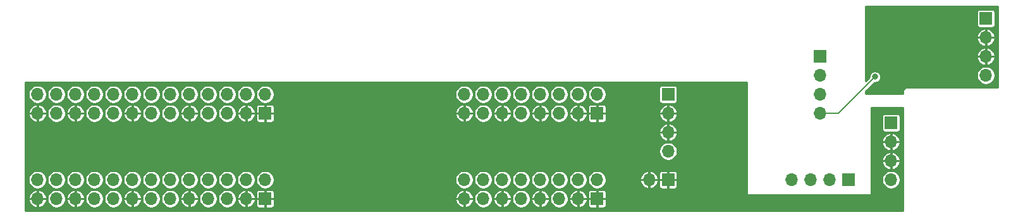
<source format=gtl>
G04 #@! TF.GenerationSoftware,KiCad,Pcbnew,5.1.5*
G04 #@! TF.CreationDate,2020-05-29T23:05:44+02:00*
G04 #@! TF.ProjectId,FFBridge,46464272-6964-4676-952e-6b696361645f,rev?*
G04 #@! TF.SameCoordinates,Original*
G04 #@! TF.FileFunction,Copper,L1,Top*
G04 #@! TF.FilePolarity,Positive*
%FSLAX46Y46*%
G04 Gerber Fmt 4.6, Leading zero omitted, Abs format (unit mm)*
G04 Created by KiCad (PCBNEW 5.1.5) date 2020-05-29 23:05:44*
%MOMM*%
%LPD*%
G04 APERTURE LIST*
%ADD10O,1.700000X1.700000*%
%ADD11R,1.700000X1.700000*%
%ADD12C,0.800000*%
%ADD13C,0.203200*%
%ADD14C,0.254000*%
G04 APERTURE END LIST*
D10*
X178435000Y-116840000D03*
D11*
X180975000Y-116840000D03*
D10*
X180975000Y-113030000D03*
X180975000Y-110490000D03*
X180975000Y-107950000D03*
D11*
X180975000Y-105410000D03*
D10*
X201295000Y-107950000D03*
X201295000Y-105410000D03*
X201295000Y-102870000D03*
D11*
X201295000Y-100330000D03*
D10*
X223520000Y-102870000D03*
X223520000Y-100330000D03*
X223520000Y-97790000D03*
D11*
X223520000Y-95250000D03*
D10*
X210820000Y-116840000D03*
X210820000Y-114300000D03*
X210820000Y-111760000D03*
D11*
X210820000Y-109220000D03*
D10*
X197485000Y-116840000D03*
X200025000Y-116840000D03*
X202565000Y-116840000D03*
D11*
X205105000Y-116840000D03*
D10*
X153670000Y-116840000D03*
X153670000Y-119380000D03*
X156210000Y-116840000D03*
X156210000Y-119380000D03*
X158750000Y-116840000D03*
X158750000Y-119380000D03*
X161290000Y-116840000D03*
X161290000Y-119380000D03*
X163830000Y-116840000D03*
X163830000Y-119380000D03*
X166370000Y-116840000D03*
X166370000Y-119380000D03*
X168910000Y-116840000D03*
X168910000Y-119380000D03*
X171450000Y-116840000D03*
D11*
X171450000Y-119380000D03*
D10*
X96520000Y-116840000D03*
X96520000Y-119380000D03*
X99060000Y-116840000D03*
X99060000Y-119380000D03*
X101600000Y-116840000D03*
X101600000Y-119380000D03*
X104140000Y-116840000D03*
X104140000Y-119380000D03*
X106680000Y-116840000D03*
X106680000Y-119380000D03*
X109220000Y-116840000D03*
X109220000Y-119380000D03*
X111760000Y-116840000D03*
X111760000Y-119380000D03*
X114300000Y-116840000D03*
X114300000Y-119380000D03*
X116840000Y-116840000D03*
X116840000Y-119380000D03*
X119380000Y-116840000D03*
X119380000Y-119380000D03*
X121920000Y-116840000D03*
X121920000Y-119380000D03*
X124460000Y-116840000D03*
X124460000Y-119380000D03*
X127000000Y-116840000D03*
D11*
X127000000Y-119380000D03*
D10*
X153670000Y-105410000D03*
X153670000Y-107950000D03*
X156210000Y-105410000D03*
X156210000Y-107950000D03*
X158750000Y-105410000D03*
X158750000Y-107950000D03*
X161290000Y-105410000D03*
X161290000Y-107950000D03*
X163830000Y-105410000D03*
X163830000Y-107950000D03*
X166370000Y-105410000D03*
X166370000Y-107950000D03*
X168910000Y-105410000D03*
X168910000Y-107950000D03*
X171450000Y-105410000D03*
D11*
X171450000Y-107950000D03*
D10*
X96520000Y-105410000D03*
X96520000Y-107950000D03*
X99060000Y-105410000D03*
X99060000Y-107950000D03*
X101600000Y-105410000D03*
X101600000Y-107950000D03*
X104140000Y-105410000D03*
X104140000Y-107950000D03*
X106680000Y-105410000D03*
X106680000Y-107950000D03*
X109220000Y-105410000D03*
X109220000Y-107950000D03*
X111760000Y-105410000D03*
X111760000Y-107950000D03*
X114300000Y-105410000D03*
X114300000Y-107950000D03*
X116840000Y-105410000D03*
X116840000Y-107950000D03*
X119380000Y-105410000D03*
X119380000Y-107950000D03*
X121920000Y-105410000D03*
X121920000Y-107950000D03*
X124460000Y-105410000D03*
X124460000Y-107950000D03*
X127000000Y-105410000D03*
D11*
X127000000Y-107950000D03*
D12*
X208661000Y-103060500D03*
D13*
X203771500Y-107950000D02*
X208661000Y-103060500D01*
X201295000Y-108458000D02*
X201295000Y-107950000D01*
X201295000Y-107950000D02*
X203771500Y-107950000D01*
D14*
G36*
X191516000Y-118745000D02*
G01*
X191518440Y-118769776D01*
X191525667Y-118793601D01*
X191537403Y-118815557D01*
X191553197Y-118834803D01*
X191572443Y-118850597D01*
X191594399Y-118862333D01*
X191618224Y-118869560D01*
X191643000Y-118872000D01*
X208026000Y-118872000D01*
X208050776Y-118869560D01*
X208074601Y-118862333D01*
X208096557Y-118850597D01*
X208115803Y-118834803D01*
X208131597Y-118815557D01*
X208143333Y-118793601D01*
X208150560Y-118769776D01*
X208153000Y-118745000D01*
X208153000Y-116718757D01*
X209589000Y-116718757D01*
X209589000Y-116961243D01*
X209636307Y-117199069D01*
X209729102Y-117423097D01*
X209863820Y-117624717D01*
X210035283Y-117796180D01*
X210236903Y-117930898D01*
X210460931Y-118023693D01*
X210698757Y-118071000D01*
X210941243Y-118071000D01*
X211179069Y-118023693D01*
X211403097Y-117930898D01*
X211604717Y-117796180D01*
X211776180Y-117624717D01*
X211910898Y-117423097D01*
X212003693Y-117199069D01*
X212051000Y-116961243D01*
X212051000Y-116718757D01*
X212003693Y-116480931D01*
X211910898Y-116256903D01*
X211776180Y-116055283D01*
X211604717Y-115883820D01*
X211403097Y-115749102D01*
X211179069Y-115656307D01*
X210941243Y-115609000D01*
X210698757Y-115609000D01*
X210460931Y-115656307D01*
X210236903Y-115749102D01*
X210035283Y-115883820D01*
X209863820Y-116055283D01*
X209729102Y-116256903D01*
X209636307Y-116480931D01*
X209589000Y-116718757D01*
X208153000Y-116718757D01*
X208153000Y-114517617D01*
X209608388Y-114517617D01*
X209617336Y-114562612D01*
X209691678Y-114792194D01*
X209809381Y-115002861D01*
X209965921Y-115186518D01*
X210155283Y-115336106D01*
X210370190Y-115445877D01*
X210602383Y-115511613D01*
X210794600Y-115435489D01*
X210794600Y-114325400D01*
X210845400Y-114325400D01*
X210845400Y-115435489D01*
X211037617Y-115511613D01*
X211269810Y-115445877D01*
X211484717Y-115336106D01*
X211674079Y-115186518D01*
X211830619Y-115002861D01*
X211948322Y-114792194D01*
X212022664Y-114562612D01*
X212031612Y-114517617D01*
X211955466Y-114325400D01*
X210845400Y-114325400D01*
X210794600Y-114325400D01*
X209684534Y-114325400D01*
X209608388Y-114517617D01*
X208153000Y-114517617D01*
X208153000Y-114082383D01*
X209608388Y-114082383D01*
X209684534Y-114274600D01*
X210794600Y-114274600D01*
X210794600Y-113164511D01*
X210845400Y-113164511D01*
X210845400Y-114274600D01*
X211955466Y-114274600D01*
X212031612Y-114082383D01*
X212022664Y-114037388D01*
X211948322Y-113807806D01*
X211830619Y-113597139D01*
X211674079Y-113413482D01*
X211484717Y-113263894D01*
X211269810Y-113154123D01*
X211037617Y-113088387D01*
X210845400Y-113164511D01*
X210794600Y-113164511D01*
X210602383Y-113088387D01*
X210370190Y-113154123D01*
X210155283Y-113263894D01*
X209965921Y-113413482D01*
X209809381Y-113597139D01*
X209691678Y-113807806D01*
X209617336Y-114037388D01*
X209608388Y-114082383D01*
X208153000Y-114082383D01*
X208153000Y-111977617D01*
X209608388Y-111977617D01*
X209617336Y-112022612D01*
X209691678Y-112252194D01*
X209809381Y-112462861D01*
X209965921Y-112646518D01*
X210155283Y-112796106D01*
X210370190Y-112905877D01*
X210602383Y-112971613D01*
X210794600Y-112895489D01*
X210794600Y-111785400D01*
X210845400Y-111785400D01*
X210845400Y-112895489D01*
X211037617Y-112971613D01*
X211269810Y-112905877D01*
X211484717Y-112796106D01*
X211674079Y-112646518D01*
X211830619Y-112462861D01*
X211948322Y-112252194D01*
X212022664Y-112022612D01*
X212031612Y-111977617D01*
X211955466Y-111785400D01*
X210845400Y-111785400D01*
X210794600Y-111785400D01*
X209684534Y-111785400D01*
X209608388Y-111977617D01*
X208153000Y-111977617D01*
X208153000Y-111542383D01*
X209608388Y-111542383D01*
X209684534Y-111734600D01*
X210794600Y-111734600D01*
X210794600Y-110624511D01*
X210845400Y-110624511D01*
X210845400Y-111734600D01*
X211955466Y-111734600D01*
X212031612Y-111542383D01*
X212022664Y-111497388D01*
X211948322Y-111267806D01*
X211830619Y-111057139D01*
X211674079Y-110873482D01*
X211484717Y-110723894D01*
X211269810Y-110614123D01*
X211037617Y-110548387D01*
X210845400Y-110624511D01*
X210794600Y-110624511D01*
X210602383Y-110548387D01*
X210370190Y-110614123D01*
X210155283Y-110723894D01*
X209965921Y-110873482D01*
X209809381Y-111057139D01*
X209691678Y-111267806D01*
X209617336Y-111497388D01*
X209608388Y-111542383D01*
X208153000Y-111542383D01*
X208153000Y-108370000D01*
X209587157Y-108370000D01*
X209587157Y-110070000D01*
X209594513Y-110144689D01*
X209616299Y-110216508D01*
X209651678Y-110282696D01*
X209699289Y-110340711D01*
X209757304Y-110388322D01*
X209823492Y-110423701D01*
X209895311Y-110445487D01*
X209970000Y-110452843D01*
X211670000Y-110452843D01*
X211744689Y-110445487D01*
X211816508Y-110423701D01*
X211882696Y-110388322D01*
X211940711Y-110340711D01*
X211988322Y-110282696D01*
X212023701Y-110216508D01*
X212045487Y-110144689D01*
X212052843Y-110070000D01*
X212052843Y-108370000D01*
X212045487Y-108295311D01*
X212023701Y-108223492D01*
X211988322Y-108157304D01*
X211940711Y-108099289D01*
X211882696Y-108051678D01*
X211816508Y-108016299D01*
X211744689Y-107994513D01*
X211670000Y-107987157D01*
X209970000Y-107987157D01*
X209895311Y-107994513D01*
X209823492Y-108016299D01*
X209757304Y-108051678D01*
X209699289Y-108099289D01*
X209651678Y-108157304D01*
X209616299Y-108223492D01*
X209594513Y-108295311D01*
X209587157Y-108370000D01*
X208153000Y-108370000D01*
X208153000Y-107188000D01*
X212446001Y-107188000D01*
X212446000Y-121006000D01*
X94894000Y-121006000D01*
X94894000Y-119597617D01*
X95308387Y-119597617D01*
X95374123Y-119829810D01*
X95483894Y-120044717D01*
X95633482Y-120234079D01*
X95817139Y-120390619D01*
X96027806Y-120508322D01*
X96257388Y-120582664D01*
X96302383Y-120591612D01*
X96494600Y-120515466D01*
X96494600Y-119405400D01*
X96545400Y-119405400D01*
X96545400Y-120515466D01*
X96737617Y-120591612D01*
X96782612Y-120582664D01*
X97012194Y-120508322D01*
X97222861Y-120390619D01*
X97406518Y-120234079D01*
X97556106Y-120044717D01*
X97665877Y-119829810D01*
X97731613Y-119597617D01*
X97655489Y-119405400D01*
X96545400Y-119405400D01*
X96494600Y-119405400D01*
X95384511Y-119405400D01*
X95308387Y-119597617D01*
X94894000Y-119597617D01*
X94894000Y-119162383D01*
X95308387Y-119162383D01*
X95384511Y-119354600D01*
X96494600Y-119354600D01*
X96494600Y-118244534D01*
X96545400Y-118244534D01*
X96545400Y-119354600D01*
X97655489Y-119354600D01*
X97693445Y-119258757D01*
X97829000Y-119258757D01*
X97829000Y-119501243D01*
X97876307Y-119739069D01*
X97969102Y-119963097D01*
X98103820Y-120164717D01*
X98275283Y-120336180D01*
X98476903Y-120470898D01*
X98700931Y-120563693D01*
X98938757Y-120611000D01*
X99181243Y-120611000D01*
X99419069Y-120563693D01*
X99643097Y-120470898D01*
X99844717Y-120336180D01*
X100016180Y-120164717D01*
X100150898Y-119963097D01*
X100243693Y-119739069D01*
X100271829Y-119597617D01*
X100388387Y-119597617D01*
X100454123Y-119829810D01*
X100563894Y-120044717D01*
X100713482Y-120234079D01*
X100897139Y-120390619D01*
X101107806Y-120508322D01*
X101337388Y-120582664D01*
X101382383Y-120591612D01*
X101574600Y-120515466D01*
X101574600Y-119405400D01*
X101625400Y-119405400D01*
X101625400Y-120515466D01*
X101817617Y-120591612D01*
X101862612Y-120582664D01*
X102092194Y-120508322D01*
X102302861Y-120390619D01*
X102486518Y-120234079D01*
X102636106Y-120044717D01*
X102745877Y-119829810D01*
X102811613Y-119597617D01*
X102735489Y-119405400D01*
X101625400Y-119405400D01*
X101574600Y-119405400D01*
X100464511Y-119405400D01*
X100388387Y-119597617D01*
X100271829Y-119597617D01*
X100291000Y-119501243D01*
X100291000Y-119258757D01*
X100271830Y-119162383D01*
X100388387Y-119162383D01*
X100464511Y-119354600D01*
X101574600Y-119354600D01*
X101574600Y-118244534D01*
X101625400Y-118244534D01*
X101625400Y-119354600D01*
X102735489Y-119354600D01*
X102773445Y-119258757D01*
X102909000Y-119258757D01*
X102909000Y-119501243D01*
X102956307Y-119739069D01*
X103049102Y-119963097D01*
X103183820Y-120164717D01*
X103355283Y-120336180D01*
X103556903Y-120470898D01*
X103780931Y-120563693D01*
X104018757Y-120611000D01*
X104261243Y-120611000D01*
X104499069Y-120563693D01*
X104723097Y-120470898D01*
X104924717Y-120336180D01*
X105096180Y-120164717D01*
X105230898Y-119963097D01*
X105323693Y-119739069D01*
X105371000Y-119501243D01*
X105371000Y-119258757D01*
X105449000Y-119258757D01*
X105449000Y-119501243D01*
X105496307Y-119739069D01*
X105589102Y-119963097D01*
X105723820Y-120164717D01*
X105895283Y-120336180D01*
X106096903Y-120470898D01*
X106320931Y-120563693D01*
X106558757Y-120611000D01*
X106801243Y-120611000D01*
X107039069Y-120563693D01*
X107263097Y-120470898D01*
X107464717Y-120336180D01*
X107636180Y-120164717D01*
X107770898Y-119963097D01*
X107863693Y-119739069D01*
X107891829Y-119597617D01*
X108008387Y-119597617D01*
X108074123Y-119829810D01*
X108183894Y-120044717D01*
X108333482Y-120234079D01*
X108517139Y-120390619D01*
X108727806Y-120508322D01*
X108957388Y-120582664D01*
X109002383Y-120591612D01*
X109194600Y-120515466D01*
X109194600Y-119405400D01*
X109245400Y-119405400D01*
X109245400Y-120515466D01*
X109437617Y-120591612D01*
X109482612Y-120582664D01*
X109712194Y-120508322D01*
X109922861Y-120390619D01*
X110106518Y-120234079D01*
X110256106Y-120044717D01*
X110365877Y-119829810D01*
X110431613Y-119597617D01*
X110355489Y-119405400D01*
X109245400Y-119405400D01*
X109194600Y-119405400D01*
X108084511Y-119405400D01*
X108008387Y-119597617D01*
X107891829Y-119597617D01*
X107911000Y-119501243D01*
X107911000Y-119258757D01*
X107891830Y-119162383D01*
X108008387Y-119162383D01*
X108084511Y-119354600D01*
X109194600Y-119354600D01*
X109194600Y-118244534D01*
X109245400Y-118244534D01*
X109245400Y-119354600D01*
X110355489Y-119354600D01*
X110393445Y-119258757D01*
X110529000Y-119258757D01*
X110529000Y-119501243D01*
X110576307Y-119739069D01*
X110669102Y-119963097D01*
X110803820Y-120164717D01*
X110975283Y-120336180D01*
X111176903Y-120470898D01*
X111400931Y-120563693D01*
X111638757Y-120611000D01*
X111881243Y-120611000D01*
X112119069Y-120563693D01*
X112343097Y-120470898D01*
X112544717Y-120336180D01*
X112716180Y-120164717D01*
X112850898Y-119963097D01*
X112943693Y-119739069D01*
X112991000Y-119501243D01*
X112991000Y-119258757D01*
X113069000Y-119258757D01*
X113069000Y-119501243D01*
X113116307Y-119739069D01*
X113209102Y-119963097D01*
X113343820Y-120164717D01*
X113515283Y-120336180D01*
X113716903Y-120470898D01*
X113940931Y-120563693D01*
X114178757Y-120611000D01*
X114421243Y-120611000D01*
X114659069Y-120563693D01*
X114883097Y-120470898D01*
X115084717Y-120336180D01*
X115256180Y-120164717D01*
X115390898Y-119963097D01*
X115483693Y-119739069D01*
X115511829Y-119597617D01*
X115628387Y-119597617D01*
X115694123Y-119829810D01*
X115803894Y-120044717D01*
X115953482Y-120234079D01*
X116137139Y-120390619D01*
X116347806Y-120508322D01*
X116577388Y-120582664D01*
X116622383Y-120591612D01*
X116814600Y-120515466D01*
X116814600Y-119405400D01*
X116865400Y-119405400D01*
X116865400Y-120515466D01*
X117057617Y-120591612D01*
X117102612Y-120582664D01*
X117332194Y-120508322D01*
X117542861Y-120390619D01*
X117726518Y-120234079D01*
X117876106Y-120044717D01*
X117985877Y-119829810D01*
X118051613Y-119597617D01*
X117975489Y-119405400D01*
X116865400Y-119405400D01*
X116814600Y-119405400D01*
X115704511Y-119405400D01*
X115628387Y-119597617D01*
X115511829Y-119597617D01*
X115531000Y-119501243D01*
X115531000Y-119258757D01*
X115511830Y-119162383D01*
X115628387Y-119162383D01*
X115704511Y-119354600D01*
X116814600Y-119354600D01*
X116814600Y-118244534D01*
X116865400Y-118244534D01*
X116865400Y-119354600D01*
X117975489Y-119354600D01*
X118013445Y-119258757D01*
X118149000Y-119258757D01*
X118149000Y-119501243D01*
X118196307Y-119739069D01*
X118289102Y-119963097D01*
X118423820Y-120164717D01*
X118595283Y-120336180D01*
X118796903Y-120470898D01*
X119020931Y-120563693D01*
X119258757Y-120611000D01*
X119501243Y-120611000D01*
X119739069Y-120563693D01*
X119963097Y-120470898D01*
X120164717Y-120336180D01*
X120336180Y-120164717D01*
X120470898Y-119963097D01*
X120563693Y-119739069D01*
X120611000Y-119501243D01*
X120611000Y-119258757D01*
X120689000Y-119258757D01*
X120689000Y-119501243D01*
X120736307Y-119739069D01*
X120829102Y-119963097D01*
X120963820Y-120164717D01*
X121135283Y-120336180D01*
X121336903Y-120470898D01*
X121560931Y-120563693D01*
X121798757Y-120611000D01*
X122041243Y-120611000D01*
X122279069Y-120563693D01*
X122503097Y-120470898D01*
X122704717Y-120336180D01*
X122876180Y-120164717D01*
X123010898Y-119963097D01*
X123103693Y-119739069D01*
X123131829Y-119597617D01*
X123248387Y-119597617D01*
X123314123Y-119829810D01*
X123423894Y-120044717D01*
X123573482Y-120234079D01*
X123757139Y-120390619D01*
X123967806Y-120508322D01*
X124197388Y-120582664D01*
X124242383Y-120591612D01*
X124434600Y-120515466D01*
X124434600Y-119405400D01*
X124485400Y-119405400D01*
X124485400Y-120515466D01*
X124677617Y-120591612D01*
X124722612Y-120582664D01*
X124952194Y-120508322D01*
X125162861Y-120390619D01*
X125346518Y-120234079D01*
X125349740Y-120230000D01*
X125767157Y-120230000D01*
X125774513Y-120304689D01*
X125796299Y-120376508D01*
X125831678Y-120442696D01*
X125879289Y-120500711D01*
X125937304Y-120548322D01*
X126003492Y-120583701D01*
X126075311Y-120605487D01*
X126150000Y-120612843D01*
X126879350Y-120611000D01*
X126974600Y-120515750D01*
X126974600Y-119405400D01*
X127025400Y-119405400D01*
X127025400Y-120515750D01*
X127120650Y-120611000D01*
X127850000Y-120612843D01*
X127924689Y-120605487D01*
X127996508Y-120583701D01*
X128062696Y-120548322D01*
X128120711Y-120500711D01*
X128168322Y-120442696D01*
X128203701Y-120376508D01*
X128225487Y-120304689D01*
X128232843Y-120230000D01*
X128231246Y-119597617D01*
X152458387Y-119597617D01*
X152524123Y-119829810D01*
X152633894Y-120044717D01*
X152783482Y-120234079D01*
X152967139Y-120390619D01*
X153177806Y-120508322D01*
X153407388Y-120582664D01*
X153452383Y-120591612D01*
X153644600Y-120515466D01*
X153644600Y-119405400D01*
X153695400Y-119405400D01*
X153695400Y-120515466D01*
X153887617Y-120591612D01*
X153932612Y-120582664D01*
X154162194Y-120508322D01*
X154372861Y-120390619D01*
X154556518Y-120234079D01*
X154706106Y-120044717D01*
X154815877Y-119829810D01*
X154881613Y-119597617D01*
X154805489Y-119405400D01*
X153695400Y-119405400D01*
X153644600Y-119405400D01*
X152534511Y-119405400D01*
X152458387Y-119597617D01*
X128231246Y-119597617D01*
X128231000Y-119500650D01*
X128135750Y-119405400D01*
X127025400Y-119405400D01*
X126974600Y-119405400D01*
X125864250Y-119405400D01*
X125769000Y-119500650D01*
X125767157Y-120230000D01*
X125349740Y-120230000D01*
X125496106Y-120044717D01*
X125605877Y-119829810D01*
X125671613Y-119597617D01*
X125595489Y-119405400D01*
X124485400Y-119405400D01*
X124434600Y-119405400D01*
X123324511Y-119405400D01*
X123248387Y-119597617D01*
X123131829Y-119597617D01*
X123151000Y-119501243D01*
X123151000Y-119258757D01*
X123131830Y-119162383D01*
X123248387Y-119162383D01*
X123324511Y-119354600D01*
X124434600Y-119354600D01*
X124434600Y-118244534D01*
X124485400Y-118244534D01*
X124485400Y-119354600D01*
X125595489Y-119354600D01*
X125671613Y-119162383D01*
X125605877Y-118930190D01*
X125496106Y-118715283D01*
X125349741Y-118530000D01*
X125767157Y-118530000D01*
X125769000Y-119259350D01*
X125864250Y-119354600D01*
X126974600Y-119354600D01*
X126974600Y-118244250D01*
X127025400Y-118244250D01*
X127025400Y-119354600D01*
X128135750Y-119354600D01*
X128231000Y-119259350D01*
X128231245Y-119162383D01*
X152458387Y-119162383D01*
X152534511Y-119354600D01*
X153644600Y-119354600D01*
X153644600Y-118244534D01*
X153695400Y-118244534D01*
X153695400Y-119354600D01*
X154805489Y-119354600D01*
X154843445Y-119258757D01*
X154979000Y-119258757D01*
X154979000Y-119501243D01*
X155026307Y-119739069D01*
X155119102Y-119963097D01*
X155253820Y-120164717D01*
X155425283Y-120336180D01*
X155626903Y-120470898D01*
X155850931Y-120563693D01*
X156088757Y-120611000D01*
X156331243Y-120611000D01*
X156569069Y-120563693D01*
X156793097Y-120470898D01*
X156994717Y-120336180D01*
X157166180Y-120164717D01*
X157300898Y-119963097D01*
X157393693Y-119739069D01*
X157421829Y-119597617D01*
X157538387Y-119597617D01*
X157604123Y-119829810D01*
X157713894Y-120044717D01*
X157863482Y-120234079D01*
X158047139Y-120390619D01*
X158257806Y-120508322D01*
X158487388Y-120582664D01*
X158532383Y-120591612D01*
X158724600Y-120515466D01*
X158724600Y-119405400D01*
X158775400Y-119405400D01*
X158775400Y-120515466D01*
X158967617Y-120591612D01*
X159012612Y-120582664D01*
X159242194Y-120508322D01*
X159452861Y-120390619D01*
X159636518Y-120234079D01*
X159786106Y-120044717D01*
X159895877Y-119829810D01*
X159961613Y-119597617D01*
X159885489Y-119405400D01*
X158775400Y-119405400D01*
X158724600Y-119405400D01*
X157614511Y-119405400D01*
X157538387Y-119597617D01*
X157421829Y-119597617D01*
X157441000Y-119501243D01*
X157441000Y-119258757D01*
X157421830Y-119162383D01*
X157538387Y-119162383D01*
X157614511Y-119354600D01*
X158724600Y-119354600D01*
X158724600Y-118244534D01*
X158775400Y-118244534D01*
X158775400Y-119354600D01*
X159885489Y-119354600D01*
X159923445Y-119258757D01*
X160059000Y-119258757D01*
X160059000Y-119501243D01*
X160106307Y-119739069D01*
X160199102Y-119963097D01*
X160333820Y-120164717D01*
X160505283Y-120336180D01*
X160706903Y-120470898D01*
X160930931Y-120563693D01*
X161168757Y-120611000D01*
X161411243Y-120611000D01*
X161649069Y-120563693D01*
X161873097Y-120470898D01*
X162074717Y-120336180D01*
X162246180Y-120164717D01*
X162380898Y-119963097D01*
X162473693Y-119739069D01*
X162501829Y-119597617D01*
X162618387Y-119597617D01*
X162684123Y-119829810D01*
X162793894Y-120044717D01*
X162943482Y-120234079D01*
X163127139Y-120390619D01*
X163337806Y-120508322D01*
X163567388Y-120582664D01*
X163612383Y-120591612D01*
X163804600Y-120515466D01*
X163804600Y-119405400D01*
X163855400Y-119405400D01*
X163855400Y-120515466D01*
X164047617Y-120591612D01*
X164092612Y-120582664D01*
X164322194Y-120508322D01*
X164532861Y-120390619D01*
X164716518Y-120234079D01*
X164866106Y-120044717D01*
X164975877Y-119829810D01*
X165041613Y-119597617D01*
X164965489Y-119405400D01*
X163855400Y-119405400D01*
X163804600Y-119405400D01*
X162694511Y-119405400D01*
X162618387Y-119597617D01*
X162501829Y-119597617D01*
X162521000Y-119501243D01*
X162521000Y-119258757D01*
X162501830Y-119162383D01*
X162618387Y-119162383D01*
X162694511Y-119354600D01*
X163804600Y-119354600D01*
X163804600Y-118244534D01*
X163855400Y-118244534D01*
X163855400Y-119354600D01*
X164965489Y-119354600D01*
X165003445Y-119258757D01*
X165139000Y-119258757D01*
X165139000Y-119501243D01*
X165186307Y-119739069D01*
X165279102Y-119963097D01*
X165413820Y-120164717D01*
X165585283Y-120336180D01*
X165786903Y-120470898D01*
X166010931Y-120563693D01*
X166248757Y-120611000D01*
X166491243Y-120611000D01*
X166729069Y-120563693D01*
X166953097Y-120470898D01*
X167154717Y-120336180D01*
X167326180Y-120164717D01*
X167460898Y-119963097D01*
X167553693Y-119739069D01*
X167581829Y-119597617D01*
X167698387Y-119597617D01*
X167764123Y-119829810D01*
X167873894Y-120044717D01*
X168023482Y-120234079D01*
X168207139Y-120390619D01*
X168417806Y-120508322D01*
X168647388Y-120582664D01*
X168692383Y-120591612D01*
X168884600Y-120515466D01*
X168884600Y-119405400D01*
X168935400Y-119405400D01*
X168935400Y-120515466D01*
X169127617Y-120591612D01*
X169172612Y-120582664D01*
X169402194Y-120508322D01*
X169612861Y-120390619D01*
X169796518Y-120234079D01*
X169799740Y-120230000D01*
X170217157Y-120230000D01*
X170224513Y-120304689D01*
X170246299Y-120376508D01*
X170281678Y-120442696D01*
X170329289Y-120500711D01*
X170387304Y-120548322D01*
X170453492Y-120583701D01*
X170525311Y-120605487D01*
X170600000Y-120612843D01*
X171329350Y-120611000D01*
X171424600Y-120515750D01*
X171424600Y-119405400D01*
X171475400Y-119405400D01*
X171475400Y-120515750D01*
X171570650Y-120611000D01*
X172300000Y-120612843D01*
X172374689Y-120605487D01*
X172446508Y-120583701D01*
X172512696Y-120548322D01*
X172570711Y-120500711D01*
X172618322Y-120442696D01*
X172653701Y-120376508D01*
X172675487Y-120304689D01*
X172682843Y-120230000D01*
X172681000Y-119500650D01*
X172585750Y-119405400D01*
X171475400Y-119405400D01*
X171424600Y-119405400D01*
X170314250Y-119405400D01*
X170219000Y-119500650D01*
X170217157Y-120230000D01*
X169799740Y-120230000D01*
X169946106Y-120044717D01*
X170055877Y-119829810D01*
X170121613Y-119597617D01*
X170045489Y-119405400D01*
X168935400Y-119405400D01*
X168884600Y-119405400D01*
X167774511Y-119405400D01*
X167698387Y-119597617D01*
X167581829Y-119597617D01*
X167601000Y-119501243D01*
X167601000Y-119258757D01*
X167581830Y-119162383D01*
X167698387Y-119162383D01*
X167774511Y-119354600D01*
X168884600Y-119354600D01*
X168884600Y-118244534D01*
X168935400Y-118244534D01*
X168935400Y-119354600D01*
X170045489Y-119354600D01*
X170121613Y-119162383D01*
X170055877Y-118930190D01*
X169946106Y-118715283D01*
X169799741Y-118530000D01*
X170217157Y-118530000D01*
X170219000Y-119259350D01*
X170314250Y-119354600D01*
X171424600Y-119354600D01*
X171424600Y-118244250D01*
X171475400Y-118244250D01*
X171475400Y-119354600D01*
X172585750Y-119354600D01*
X172681000Y-119259350D01*
X172682843Y-118530000D01*
X172675487Y-118455311D01*
X172653701Y-118383492D01*
X172618322Y-118317304D01*
X172570711Y-118259289D01*
X172512696Y-118211678D01*
X172446508Y-118176299D01*
X172374689Y-118154513D01*
X172300000Y-118147157D01*
X171570650Y-118149000D01*
X171475400Y-118244250D01*
X171424600Y-118244250D01*
X171329350Y-118149000D01*
X170600000Y-118147157D01*
X170525311Y-118154513D01*
X170453492Y-118176299D01*
X170387304Y-118211678D01*
X170329289Y-118259289D01*
X170281678Y-118317304D01*
X170246299Y-118383492D01*
X170224513Y-118455311D01*
X170217157Y-118530000D01*
X169799741Y-118530000D01*
X169796518Y-118525921D01*
X169612861Y-118369381D01*
X169402194Y-118251678D01*
X169172612Y-118177336D01*
X169127617Y-118168388D01*
X168935400Y-118244534D01*
X168884600Y-118244534D01*
X168692383Y-118168388D01*
X168647388Y-118177336D01*
X168417806Y-118251678D01*
X168207139Y-118369381D01*
X168023482Y-118525921D01*
X167873894Y-118715283D01*
X167764123Y-118930190D01*
X167698387Y-119162383D01*
X167581830Y-119162383D01*
X167553693Y-119020931D01*
X167460898Y-118796903D01*
X167326180Y-118595283D01*
X167154717Y-118423820D01*
X166953097Y-118289102D01*
X166729069Y-118196307D01*
X166491243Y-118149000D01*
X166248757Y-118149000D01*
X166010931Y-118196307D01*
X165786903Y-118289102D01*
X165585283Y-118423820D01*
X165413820Y-118595283D01*
X165279102Y-118796903D01*
X165186307Y-119020931D01*
X165139000Y-119258757D01*
X165003445Y-119258757D01*
X165041613Y-119162383D01*
X164975877Y-118930190D01*
X164866106Y-118715283D01*
X164716518Y-118525921D01*
X164532861Y-118369381D01*
X164322194Y-118251678D01*
X164092612Y-118177336D01*
X164047617Y-118168388D01*
X163855400Y-118244534D01*
X163804600Y-118244534D01*
X163612383Y-118168388D01*
X163567388Y-118177336D01*
X163337806Y-118251678D01*
X163127139Y-118369381D01*
X162943482Y-118525921D01*
X162793894Y-118715283D01*
X162684123Y-118930190D01*
X162618387Y-119162383D01*
X162501830Y-119162383D01*
X162473693Y-119020931D01*
X162380898Y-118796903D01*
X162246180Y-118595283D01*
X162074717Y-118423820D01*
X161873097Y-118289102D01*
X161649069Y-118196307D01*
X161411243Y-118149000D01*
X161168757Y-118149000D01*
X160930931Y-118196307D01*
X160706903Y-118289102D01*
X160505283Y-118423820D01*
X160333820Y-118595283D01*
X160199102Y-118796903D01*
X160106307Y-119020931D01*
X160059000Y-119258757D01*
X159923445Y-119258757D01*
X159961613Y-119162383D01*
X159895877Y-118930190D01*
X159786106Y-118715283D01*
X159636518Y-118525921D01*
X159452861Y-118369381D01*
X159242194Y-118251678D01*
X159012612Y-118177336D01*
X158967617Y-118168388D01*
X158775400Y-118244534D01*
X158724600Y-118244534D01*
X158532383Y-118168388D01*
X158487388Y-118177336D01*
X158257806Y-118251678D01*
X158047139Y-118369381D01*
X157863482Y-118525921D01*
X157713894Y-118715283D01*
X157604123Y-118930190D01*
X157538387Y-119162383D01*
X157421830Y-119162383D01*
X157393693Y-119020931D01*
X157300898Y-118796903D01*
X157166180Y-118595283D01*
X156994717Y-118423820D01*
X156793097Y-118289102D01*
X156569069Y-118196307D01*
X156331243Y-118149000D01*
X156088757Y-118149000D01*
X155850931Y-118196307D01*
X155626903Y-118289102D01*
X155425283Y-118423820D01*
X155253820Y-118595283D01*
X155119102Y-118796903D01*
X155026307Y-119020931D01*
X154979000Y-119258757D01*
X154843445Y-119258757D01*
X154881613Y-119162383D01*
X154815877Y-118930190D01*
X154706106Y-118715283D01*
X154556518Y-118525921D01*
X154372861Y-118369381D01*
X154162194Y-118251678D01*
X153932612Y-118177336D01*
X153887617Y-118168388D01*
X153695400Y-118244534D01*
X153644600Y-118244534D01*
X153452383Y-118168388D01*
X153407388Y-118177336D01*
X153177806Y-118251678D01*
X152967139Y-118369381D01*
X152783482Y-118525921D01*
X152633894Y-118715283D01*
X152524123Y-118930190D01*
X152458387Y-119162383D01*
X128231245Y-119162383D01*
X128232843Y-118530000D01*
X128225487Y-118455311D01*
X128203701Y-118383492D01*
X128168322Y-118317304D01*
X128120711Y-118259289D01*
X128062696Y-118211678D01*
X127996508Y-118176299D01*
X127924689Y-118154513D01*
X127850000Y-118147157D01*
X127120650Y-118149000D01*
X127025400Y-118244250D01*
X126974600Y-118244250D01*
X126879350Y-118149000D01*
X126150000Y-118147157D01*
X126075311Y-118154513D01*
X126003492Y-118176299D01*
X125937304Y-118211678D01*
X125879289Y-118259289D01*
X125831678Y-118317304D01*
X125796299Y-118383492D01*
X125774513Y-118455311D01*
X125767157Y-118530000D01*
X125349741Y-118530000D01*
X125346518Y-118525921D01*
X125162861Y-118369381D01*
X124952194Y-118251678D01*
X124722612Y-118177336D01*
X124677617Y-118168388D01*
X124485400Y-118244534D01*
X124434600Y-118244534D01*
X124242383Y-118168388D01*
X124197388Y-118177336D01*
X123967806Y-118251678D01*
X123757139Y-118369381D01*
X123573482Y-118525921D01*
X123423894Y-118715283D01*
X123314123Y-118930190D01*
X123248387Y-119162383D01*
X123131830Y-119162383D01*
X123103693Y-119020931D01*
X123010898Y-118796903D01*
X122876180Y-118595283D01*
X122704717Y-118423820D01*
X122503097Y-118289102D01*
X122279069Y-118196307D01*
X122041243Y-118149000D01*
X121798757Y-118149000D01*
X121560931Y-118196307D01*
X121336903Y-118289102D01*
X121135283Y-118423820D01*
X120963820Y-118595283D01*
X120829102Y-118796903D01*
X120736307Y-119020931D01*
X120689000Y-119258757D01*
X120611000Y-119258757D01*
X120563693Y-119020931D01*
X120470898Y-118796903D01*
X120336180Y-118595283D01*
X120164717Y-118423820D01*
X119963097Y-118289102D01*
X119739069Y-118196307D01*
X119501243Y-118149000D01*
X119258757Y-118149000D01*
X119020931Y-118196307D01*
X118796903Y-118289102D01*
X118595283Y-118423820D01*
X118423820Y-118595283D01*
X118289102Y-118796903D01*
X118196307Y-119020931D01*
X118149000Y-119258757D01*
X118013445Y-119258757D01*
X118051613Y-119162383D01*
X117985877Y-118930190D01*
X117876106Y-118715283D01*
X117726518Y-118525921D01*
X117542861Y-118369381D01*
X117332194Y-118251678D01*
X117102612Y-118177336D01*
X117057617Y-118168388D01*
X116865400Y-118244534D01*
X116814600Y-118244534D01*
X116622383Y-118168388D01*
X116577388Y-118177336D01*
X116347806Y-118251678D01*
X116137139Y-118369381D01*
X115953482Y-118525921D01*
X115803894Y-118715283D01*
X115694123Y-118930190D01*
X115628387Y-119162383D01*
X115511830Y-119162383D01*
X115483693Y-119020931D01*
X115390898Y-118796903D01*
X115256180Y-118595283D01*
X115084717Y-118423820D01*
X114883097Y-118289102D01*
X114659069Y-118196307D01*
X114421243Y-118149000D01*
X114178757Y-118149000D01*
X113940931Y-118196307D01*
X113716903Y-118289102D01*
X113515283Y-118423820D01*
X113343820Y-118595283D01*
X113209102Y-118796903D01*
X113116307Y-119020931D01*
X113069000Y-119258757D01*
X112991000Y-119258757D01*
X112943693Y-119020931D01*
X112850898Y-118796903D01*
X112716180Y-118595283D01*
X112544717Y-118423820D01*
X112343097Y-118289102D01*
X112119069Y-118196307D01*
X111881243Y-118149000D01*
X111638757Y-118149000D01*
X111400931Y-118196307D01*
X111176903Y-118289102D01*
X110975283Y-118423820D01*
X110803820Y-118595283D01*
X110669102Y-118796903D01*
X110576307Y-119020931D01*
X110529000Y-119258757D01*
X110393445Y-119258757D01*
X110431613Y-119162383D01*
X110365877Y-118930190D01*
X110256106Y-118715283D01*
X110106518Y-118525921D01*
X109922861Y-118369381D01*
X109712194Y-118251678D01*
X109482612Y-118177336D01*
X109437617Y-118168388D01*
X109245400Y-118244534D01*
X109194600Y-118244534D01*
X109002383Y-118168388D01*
X108957388Y-118177336D01*
X108727806Y-118251678D01*
X108517139Y-118369381D01*
X108333482Y-118525921D01*
X108183894Y-118715283D01*
X108074123Y-118930190D01*
X108008387Y-119162383D01*
X107891830Y-119162383D01*
X107863693Y-119020931D01*
X107770898Y-118796903D01*
X107636180Y-118595283D01*
X107464717Y-118423820D01*
X107263097Y-118289102D01*
X107039069Y-118196307D01*
X106801243Y-118149000D01*
X106558757Y-118149000D01*
X106320931Y-118196307D01*
X106096903Y-118289102D01*
X105895283Y-118423820D01*
X105723820Y-118595283D01*
X105589102Y-118796903D01*
X105496307Y-119020931D01*
X105449000Y-119258757D01*
X105371000Y-119258757D01*
X105323693Y-119020931D01*
X105230898Y-118796903D01*
X105096180Y-118595283D01*
X104924717Y-118423820D01*
X104723097Y-118289102D01*
X104499069Y-118196307D01*
X104261243Y-118149000D01*
X104018757Y-118149000D01*
X103780931Y-118196307D01*
X103556903Y-118289102D01*
X103355283Y-118423820D01*
X103183820Y-118595283D01*
X103049102Y-118796903D01*
X102956307Y-119020931D01*
X102909000Y-119258757D01*
X102773445Y-119258757D01*
X102811613Y-119162383D01*
X102745877Y-118930190D01*
X102636106Y-118715283D01*
X102486518Y-118525921D01*
X102302861Y-118369381D01*
X102092194Y-118251678D01*
X101862612Y-118177336D01*
X101817617Y-118168388D01*
X101625400Y-118244534D01*
X101574600Y-118244534D01*
X101382383Y-118168388D01*
X101337388Y-118177336D01*
X101107806Y-118251678D01*
X100897139Y-118369381D01*
X100713482Y-118525921D01*
X100563894Y-118715283D01*
X100454123Y-118930190D01*
X100388387Y-119162383D01*
X100271830Y-119162383D01*
X100243693Y-119020931D01*
X100150898Y-118796903D01*
X100016180Y-118595283D01*
X99844717Y-118423820D01*
X99643097Y-118289102D01*
X99419069Y-118196307D01*
X99181243Y-118149000D01*
X98938757Y-118149000D01*
X98700931Y-118196307D01*
X98476903Y-118289102D01*
X98275283Y-118423820D01*
X98103820Y-118595283D01*
X97969102Y-118796903D01*
X97876307Y-119020931D01*
X97829000Y-119258757D01*
X97693445Y-119258757D01*
X97731613Y-119162383D01*
X97665877Y-118930190D01*
X97556106Y-118715283D01*
X97406518Y-118525921D01*
X97222861Y-118369381D01*
X97012194Y-118251678D01*
X96782612Y-118177336D01*
X96737617Y-118168388D01*
X96545400Y-118244534D01*
X96494600Y-118244534D01*
X96302383Y-118168388D01*
X96257388Y-118177336D01*
X96027806Y-118251678D01*
X95817139Y-118369381D01*
X95633482Y-118525921D01*
X95483894Y-118715283D01*
X95374123Y-118930190D01*
X95308387Y-119162383D01*
X94894000Y-119162383D01*
X94894000Y-116718757D01*
X95289000Y-116718757D01*
X95289000Y-116961243D01*
X95336307Y-117199069D01*
X95429102Y-117423097D01*
X95563820Y-117624717D01*
X95735283Y-117796180D01*
X95936903Y-117930898D01*
X96160931Y-118023693D01*
X96398757Y-118071000D01*
X96641243Y-118071000D01*
X96879069Y-118023693D01*
X97103097Y-117930898D01*
X97304717Y-117796180D01*
X97476180Y-117624717D01*
X97610898Y-117423097D01*
X97703693Y-117199069D01*
X97751000Y-116961243D01*
X97751000Y-116718757D01*
X97829000Y-116718757D01*
X97829000Y-116961243D01*
X97876307Y-117199069D01*
X97969102Y-117423097D01*
X98103820Y-117624717D01*
X98275283Y-117796180D01*
X98476903Y-117930898D01*
X98700931Y-118023693D01*
X98938757Y-118071000D01*
X99181243Y-118071000D01*
X99419069Y-118023693D01*
X99643097Y-117930898D01*
X99844717Y-117796180D01*
X100016180Y-117624717D01*
X100150898Y-117423097D01*
X100243693Y-117199069D01*
X100291000Y-116961243D01*
X100291000Y-116718757D01*
X100369000Y-116718757D01*
X100369000Y-116961243D01*
X100416307Y-117199069D01*
X100509102Y-117423097D01*
X100643820Y-117624717D01*
X100815283Y-117796180D01*
X101016903Y-117930898D01*
X101240931Y-118023693D01*
X101478757Y-118071000D01*
X101721243Y-118071000D01*
X101959069Y-118023693D01*
X102183097Y-117930898D01*
X102384717Y-117796180D01*
X102556180Y-117624717D01*
X102690898Y-117423097D01*
X102783693Y-117199069D01*
X102831000Y-116961243D01*
X102831000Y-116718757D01*
X102909000Y-116718757D01*
X102909000Y-116961243D01*
X102956307Y-117199069D01*
X103049102Y-117423097D01*
X103183820Y-117624717D01*
X103355283Y-117796180D01*
X103556903Y-117930898D01*
X103780931Y-118023693D01*
X104018757Y-118071000D01*
X104261243Y-118071000D01*
X104499069Y-118023693D01*
X104723097Y-117930898D01*
X104924717Y-117796180D01*
X105096180Y-117624717D01*
X105230898Y-117423097D01*
X105323693Y-117199069D01*
X105371000Y-116961243D01*
X105371000Y-116718757D01*
X105449000Y-116718757D01*
X105449000Y-116961243D01*
X105496307Y-117199069D01*
X105589102Y-117423097D01*
X105723820Y-117624717D01*
X105895283Y-117796180D01*
X106096903Y-117930898D01*
X106320931Y-118023693D01*
X106558757Y-118071000D01*
X106801243Y-118071000D01*
X107039069Y-118023693D01*
X107263097Y-117930898D01*
X107464717Y-117796180D01*
X107636180Y-117624717D01*
X107770898Y-117423097D01*
X107863693Y-117199069D01*
X107911000Y-116961243D01*
X107911000Y-116718757D01*
X107989000Y-116718757D01*
X107989000Y-116961243D01*
X108036307Y-117199069D01*
X108129102Y-117423097D01*
X108263820Y-117624717D01*
X108435283Y-117796180D01*
X108636903Y-117930898D01*
X108860931Y-118023693D01*
X109098757Y-118071000D01*
X109341243Y-118071000D01*
X109579069Y-118023693D01*
X109803097Y-117930898D01*
X110004717Y-117796180D01*
X110176180Y-117624717D01*
X110310898Y-117423097D01*
X110403693Y-117199069D01*
X110451000Y-116961243D01*
X110451000Y-116718757D01*
X110529000Y-116718757D01*
X110529000Y-116961243D01*
X110576307Y-117199069D01*
X110669102Y-117423097D01*
X110803820Y-117624717D01*
X110975283Y-117796180D01*
X111176903Y-117930898D01*
X111400931Y-118023693D01*
X111638757Y-118071000D01*
X111881243Y-118071000D01*
X112119069Y-118023693D01*
X112343097Y-117930898D01*
X112544717Y-117796180D01*
X112716180Y-117624717D01*
X112850898Y-117423097D01*
X112943693Y-117199069D01*
X112991000Y-116961243D01*
X112991000Y-116718757D01*
X113069000Y-116718757D01*
X113069000Y-116961243D01*
X113116307Y-117199069D01*
X113209102Y-117423097D01*
X113343820Y-117624717D01*
X113515283Y-117796180D01*
X113716903Y-117930898D01*
X113940931Y-118023693D01*
X114178757Y-118071000D01*
X114421243Y-118071000D01*
X114659069Y-118023693D01*
X114883097Y-117930898D01*
X115084717Y-117796180D01*
X115256180Y-117624717D01*
X115390898Y-117423097D01*
X115483693Y-117199069D01*
X115531000Y-116961243D01*
X115531000Y-116718757D01*
X115609000Y-116718757D01*
X115609000Y-116961243D01*
X115656307Y-117199069D01*
X115749102Y-117423097D01*
X115883820Y-117624717D01*
X116055283Y-117796180D01*
X116256903Y-117930898D01*
X116480931Y-118023693D01*
X116718757Y-118071000D01*
X116961243Y-118071000D01*
X117199069Y-118023693D01*
X117423097Y-117930898D01*
X117624717Y-117796180D01*
X117796180Y-117624717D01*
X117930898Y-117423097D01*
X118023693Y-117199069D01*
X118071000Y-116961243D01*
X118071000Y-116718757D01*
X118149000Y-116718757D01*
X118149000Y-116961243D01*
X118196307Y-117199069D01*
X118289102Y-117423097D01*
X118423820Y-117624717D01*
X118595283Y-117796180D01*
X118796903Y-117930898D01*
X119020931Y-118023693D01*
X119258757Y-118071000D01*
X119501243Y-118071000D01*
X119739069Y-118023693D01*
X119963097Y-117930898D01*
X120164717Y-117796180D01*
X120336180Y-117624717D01*
X120470898Y-117423097D01*
X120563693Y-117199069D01*
X120611000Y-116961243D01*
X120611000Y-116718757D01*
X120689000Y-116718757D01*
X120689000Y-116961243D01*
X120736307Y-117199069D01*
X120829102Y-117423097D01*
X120963820Y-117624717D01*
X121135283Y-117796180D01*
X121336903Y-117930898D01*
X121560931Y-118023693D01*
X121798757Y-118071000D01*
X122041243Y-118071000D01*
X122279069Y-118023693D01*
X122503097Y-117930898D01*
X122704717Y-117796180D01*
X122876180Y-117624717D01*
X123010898Y-117423097D01*
X123103693Y-117199069D01*
X123151000Y-116961243D01*
X123151000Y-116718757D01*
X123229000Y-116718757D01*
X123229000Y-116961243D01*
X123276307Y-117199069D01*
X123369102Y-117423097D01*
X123503820Y-117624717D01*
X123675283Y-117796180D01*
X123876903Y-117930898D01*
X124100931Y-118023693D01*
X124338757Y-118071000D01*
X124581243Y-118071000D01*
X124819069Y-118023693D01*
X125043097Y-117930898D01*
X125244717Y-117796180D01*
X125416180Y-117624717D01*
X125550898Y-117423097D01*
X125643693Y-117199069D01*
X125691000Y-116961243D01*
X125691000Y-116718757D01*
X125769000Y-116718757D01*
X125769000Y-116961243D01*
X125816307Y-117199069D01*
X125909102Y-117423097D01*
X126043820Y-117624717D01*
X126215283Y-117796180D01*
X126416903Y-117930898D01*
X126640931Y-118023693D01*
X126878757Y-118071000D01*
X127121243Y-118071000D01*
X127359069Y-118023693D01*
X127583097Y-117930898D01*
X127784717Y-117796180D01*
X127956180Y-117624717D01*
X128090898Y-117423097D01*
X128183693Y-117199069D01*
X128231000Y-116961243D01*
X128231000Y-116718757D01*
X152439000Y-116718757D01*
X152439000Y-116961243D01*
X152486307Y-117199069D01*
X152579102Y-117423097D01*
X152713820Y-117624717D01*
X152885283Y-117796180D01*
X153086903Y-117930898D01*
X153310931Y-118023693D01*
X153548757Y-118071000D01*
X153791243Y-118071000D01*
X154029069Y-118023693D01*
X154253097Y-117930898D01*
X154454717Y-117796180D01*
X154626180Y-117624717D01*
X154760898Y-117423097D01*
X154853693Y-117199069D01*
X154901000Y-116961243D01*
X154901000Y-116718757D01*
X154979000Y-116718757D01*
X154979000Y-116961243D01*
X155026307Y-117199069D01*
X155119102Y-117423097D01*
X155253820Y-117624717D01*
X155425283Y-117796180D01*
X155626903Y-117930898D01*
X155850931Y-118023693D01*
X156088757Y-118071000D01*
X156331243Y-118071000D01*
X156569069Y-118023693D01*
X156793097Y-117930898D01*
X156994717Y-117796180D01*
X157166180Y-117624717D01*
X157300898Y-117423097D01*
X157393693Y-117199069D01*
X157441000Y-116961243D01*
X157441000Y-116718757D01*
X157519000Y-116718757D01*
X157519000Y-116961243D01*
X157566307Y-117199069D01*
X157659102Y-117423097D01*
X157793820Y-117624717D01*
X157965283Y-117796180D01*
X158166903Y-117930898D01*
X158390931Y-118023693D01*
X158628757Y-118071000D01*
X158871243Y-118071000D01*
X159109069Y-118023693D01*
X159333097Y-117930898D01*
X159534717Y-117796180D01*
X159706180Y-117624717D01*
X159840898Y-117423097D01*
X159933693Y-117199069D01*
X159981000Y-116961243D01*
X159981000Y-116718757D01*
X160059000Y-116718757D01*
X160059000Y-116961243D01*
X160106307Y-117199069D01*
X160199102Y-117423097D01*
X160333820Y-117624717D01*
X160505283Y-117796180D01*
X160706903Y-117930898D01*
X160930931Y-118023693D01*
X161168757Y-118071000D01*
X161411243Y-118071000D01*
X161649069Y-118023693D01*
X161873097Y-117930898D01*
X162074717Y-117796180D01*
X162246180Y-117624717D01*
X162380898Y-117423097D01*
X162473693Y-117199069D01*
X162521000Y-116961243D01*
X162521000Y-116718757D01*
X162599000Y-116718757D01*
X162599000Y-116961243D01*
X162646307Y-117199069D01*
X162739102Y-117423097D01*
X162873820Y-117624717D01*
X163045283Y-117796180D01*
X163246903Y-117930898D01*
X163470931Y-118023693D01*
X163708757Y-118071000D01*
X163951243Y-118071000D01*
X164189069Y-118023693D01*
X164413097Y-117930898D01*
X164614717Y-117796180D01*
X164786180Y-117624717D01*
X164920898Y-117423097D01*
X165013693Y-117199069D01*
X165061000Y-116961243D01*
X165061000Y-116718757D01*
X165139000Y-116718757D01*
X165139000Y-116961243D01*
X165186307Y-117199069D01*
X165279102Y-117423097D01*
X165413820Y-117624717D01*
X165585283Y-117796180D01*
X165786903Y-117930898D01*
X166010931Y-118023693D01*
X166248757Y-118071000D01*
X166491243Y-118071000D01*
X166729069Y-118023693D01*
X166953097Y-117930898D01*
X167154717Y-117796180D01*
X167326180Y-117624717D01*
X167460898Y-117423097D01*
X167553693Y-117199069D01*
X167601000Y-116961243D01*
X167601000Y-116718757D01*
X167679000Y-116718757D01*
X167679000Y-116961243D01*
X167726307Y-117199069D01*
X167819102Y-117423097D01*
X167953820Y-117624717D01*
X168125283Y-117796180D01*
X168326903Y-117930898D01*
X168550931Y-118023693D01*
X168788757Y-118071000D01*
X169031243Y-118071000D01*
X169269069Y-118023693D01*
X169493097Y-117930898D01*
X169694717Y-117796180D01*
X169866180Y-117624717D01*
X170000898Y-117423097D01*
X170093693Y-117199069D01*
X170141000Y-116961243D01*
X170141000Y-116718757D01*
X170219000Y-116718757D01*
X170219000Y-116961243D01*
X170266307Y-117199069D01*
X170359102Y-117423097D01*
X170493820Y-117624717D01*
X170665283Y-117796180D01*
X170866903Y-117930898D01*
X171090931Y-118023693D01*
X171328757Y-118071000D01*
X171571243Y-118071000D01*
X171809069Y-118023693D01*
X172033097Y-117930898D01*
X172234717Y-117796180D01*
X172406180Y-117624717D01*
X172540898Y-117423097D01*
X172633693Y-117199069D01*
X172661829Y-117057617D01*
X177223387Y-117057617D01*
X177289123Y-117289810D01*
X177398894Y-117504717D01*
X177548482Y-117694079D01*
X177732139Y-117850619D01*
X177942806Y-117968322D01*
X178172388Y-118042664D01*
X178217383Y-118051612D01*
X178409600Y-117975466D01*
X178409600Y-116865400D01*
X178460400Y-116865400D01*
X178460400Y-117975466D01*
X178652617Y-118051612D01*
X178697612Y-118042664D01*
X178927194Y-117968322D01*
X179137861Y-117850619D01*
X179321518Y-117694079D01*
X179324740Y-117690000D01*
X179742157Y-117690000D01*
X179749513Y-117764689D01*
X179771299Y-117836508D01*
X179806678Y-117902696D01*
X179854289Y-117960711D01*
X179912304Y-118008322D01*
X179978492Y-118043701D01*
X180050311Y-118065487D01*
X180125000Y-118072843D01*
X180854350Y-118071000D01*
X180949600Y-117975750D01*
X180949600Y-116865400D01*
X181000400Y-116865400D01*
X181000400Y-117975750D01*
X181095650Y-118071000D01*
X181825000Y-118072843D01*
X181899689Y-118065487D01*
X181971508Y-118043701D01*
X182037696Y-118008322D01*
X182095711Y-117960711D01*
X182143322Y-117902696D01*
X182178701Y-117836508D01*
X182200487Y-117764689D01*
X182207843Y-117690000D01*
X182206000Y-116960650D01*
X182110750Y-116865400D01*
X181000400Y-116865400D01*
X180949600Y-116865400D01*
X179839250Y-116865400D01*
X179744000Y-116960650D01*
X179742157Y-117690000D01*
X179324740Y-117690000D01*
X179471106Y-117504717D01*
X179580877Y-117289810D01*
X179646613Y-117057617D01*
X179570489Y-116865400D01*
X178460400Y-116865400D01*
X178409600Y-116865400D01*
X177299511Y-116865400D01*
X177223387Y-117057617D01*
X172661829Y-117057617D01*
X172681000Y-116961243D01*
X172681000Y-116718757D01*
X172661830Y-116622383D01*
X177223387Y-116622383D01*
X177299511Y-116814600D01*
X178409600Y-116814600D01*
X178409600Y-115704534D01*
X178460400Y-115704534D01*
X178460400Y-116814600D01*
X179570489Y-116814600D01*
X179646613Y-116622383D01*
X179580877Y-116390190D01*
X179471106Y-116175283D01*
X179324741Y-115990000D01*
X179742157Y-115990000D01*
X179744000Y-116719350D01*
X179839250Y-116814600D01*
X180949600Y-116814600D01*
X180949600Y-115704250D01*
X181000400Y-115704250D01*
X181000400Y-116814600D01*
X182110750Y-116814600D01*
X182206000Y-116719350D01*
X182207843Y-115990000D01*
X182200487Y-115915311D01*
X182178701Y-115843492D01*
X182143322Y-115777304D01*
X182095711Y-115719289D01*
X182037696Y-115671678D01*
X181971508Y-115636299D01*
X181899689Y-115614513D01*
X181825000Y-115607157D01*
X181095650Y-115609000D01*
X181000400Y-115704250D01*
X180949600Y-115704250D01*
X180854350Y-115609000D01*
X180125000Y-115607157D01*
X180050311Y-115614513D01*
X179978492Y-115636299D01*
X179912304Y-115671678D01*
X179854289Y-115719289D01*
X179806678Y-115777304D01*
X179771299Y-115843492D01*
X179749513Y-115915311D01*
X179742157Y-115990000D01*
X179324741Y-115990000D01*
X179321518Y-115985921D01*
X179137861Y-115829381D01*
X178927194Y-115711678D01*
X178697612Y-115637336D01*
X178652617Y-115628388D01*
X178460400Y-115704534D01*
X178409600Y-115704534D01*
X178217383Y-115628388D01*
X178172388Y-115637336D01*
X177942806Y-115711678D01*
X177732139Y-115829381D01*
X177548482Y-115985921D01*
X177398894Y-116175283D01*
X177289123Y-116390190D01*
X177223387Y-116622383D01*
X172661830Y-116622383D01*
X172633693Y-116480931D01*
X172540898Y-116256903D01*
X172406180Y-116055283D01*
X172234717Y-115883820D01*
X172033097Y-115749102D01*
X171809069Y-115656307D01*
X171571243Y-115609000D01*
X171328757Y-115609000D01*
X171090931Y-115656307D01*
X170866903Y-115749102D01*
X170665283Y-115883820D01*
X170493820Y-116055283D01*
X170359102Y-116256903D01*
X170266307Y-116480931D01*
X170219000Y-116718757D01*
X170141000Y-116718757D01*
X170093693Y-116480931D01*
X170000898Y-116256903D01*
X169866180Y-116055283D01*
X169694717Y-115883820D01*
X169493097Y-115749102D01*
X169269069Y-115656307D01*
X169031243Y-115609000D01*
X168788757Y-115609000D01*
X168550931Y-115656307D01*
X168326903Y-115749102D01*
X168125283Y-115883820D01*
X167953820Y-116055283D01*
X167819102Y-116256903D01*
X167726307Y-116480931D01*
X167679000Y-116718757D01*
X167601000Y-116718757D01*
X167553693Y-116480931D01*
X167460898Y-116256903D01*
X167326180Y-116055283D01*
X167154717Y-115883820D01*
X166953097Y-115749102D01*
X166729069Y-115656307D01*
X166491243Y-115609000D01*
X166248757Y-115609000D01*
X166010931Y-115656307D01*
X165786903Y-115749102D01*
X165585283Y-115883820D01*
X165413820Y-116055283D01*
X165279102Y-116256903D01*
X165186307Y-116480931D01*
X165139000Y-116718757D01*
X165061000Y-116718757D01*
X165013693Y-116480931D01*
X164920898Y-116256903D01*
X164786180Y-116055283D01*
X164614717Y-115883820D01*
X164413097Y-115749102D01*
X164189069Y-115656307D01*
X163951243Y-115609000D01*
X163708757Y-115609000D01*
X163470931Y-115656307D01*
X163246903Y-115749102D01*
X163045283Y-115883820D01*
X162873820Y-116055283D01*
X162739102Y-116256903D01*
X162646307Y-116480931D01*
X162599000Y-116718757D01*
X162521000Y-116718757D01*
X162473693Y-116480931D01*
X162380898Y-116256903D01*
X162246180Y-116055283D01*
X162074717Y-115883820D01*
X161873097Y-115749102D01*
X161649069Y-115656307D01*
X161411243Y-115609000D01*
X161168757Y-115609000D01*
X160930931Y-115656307D01*
X160706903Y-115749102D01*
X160505283Y-115883820D01*
X160333820Y-116055283D01*
X160199102Y-116256903D01*
X160106307Y-116480931D01*
X160059000Y-116718757D01*
X159981000Y-116718757D01*
X159933693Y-116480931D01*
X159840898Y-116256903D01*
X159706180Y-116055283D01*
X159534717Y-115883820D01*
X159333097Y-115749102D01*
X159109069Y-115656307D01*
X158871243Y-115609000D01*
X158628757Y-115609000D01*
X158390931Y-115656307D01*
X158166903Y-115749102D01*
X157965283Y-115883820D01*
X157793820Y-116055283D01*
X157659102Y-116256903D01*
X157566307Y-116480931D01*
X157519000Y-116718757D01*
X157441000Y-116718757D01*
X157393693Y-116480931D01*
X157300898Y-116256903D01*
X157166180Y-116055283D01*
X156994717Y-115883820D01*
X156793097Y-115749102D01*
X156569069Y-115656307D01*
X156331243Y-115609000D01*
X156088757Y-115609000D01*
X155850931Y-115656307D01*
X155626903Y-115749102D01*
X155425283Y-115883820D01*
X155253820Y-116055283D01*
X155119102Y-116256903D01*
X155026307Y-116480931D01*
X154979000Y-116718757D01*
X154901000Y-116718757D01*
X154853693Y-116480931D01*
X154760898Y-116256903D01*
X154626180Y-116055283D01*
X154454717Y-115883820D01*
X154253097Y-115749102D01*
X154029069Y-115656307D01*
X153791243Y-115609000D01*
X153548757Y-115609000D01*
X153310931Y-115656307D01*
X153086903Y-115749102D01*
X152885283Y-115883820D01*
X152713820Y-116055283D01*
X152579102Y-116256903D01*
X152486307Y-116480931D01*
X152439000Y-116718757D01*
X128231000Y-116718757D01*
X128183693Y-116480931D01*
X128090898Y-116256903D01*
X127956180Y-116055283D01*
X127784717Y-115883820D01*
X127583097Y-115749102D01*
X127359069Y-115656307D01*
X127121243Y-115609000D01*
X126878757Y-115609000D01*
X126640931Y-115656307D01*
X126416903Y-115749102D01*
X126215283Y-115883820D01*
X126043820Y-116055283D01*
X125909102Y-116256903D01*
X125816307Y-116480931D01*
X125769000Y-116718757D01*
X125691000Y-116718757D01*
X125643693Y-116480931D01*
X125550898Y-116256903D01*
X125416180Y-116055283D01*
X125244717Y-115883820D01*
X125043097Y-115749102D01*
X124819069Y-115656307D01*
X124581243Y-115609000D01*
X124338757Y-115609000D01*
X124100931Y-115656307D01*
X123876903Y-115749102D01*
X123675283Y-115883820D01*
X123503820Y-116055283D01*
X123369102Y-116256903D01*
X123276307Y-116480931D01*
X123229000Y-116718757D01*
X123151000Y-116718757D01*
X123103693Y-116480931D01*
X123010898Y-116256903D01*
X122876180Y-116055283D01*
X122704717Y-115883820D01*
X122503097Y-115749102D01*
X122279069Y-115656307D01*
X122041243Y-115609000D01*
X121798757Y-115609000D01*
X121560931Y-115656307D01*
X121336903Y-115749102D01*
X121135283Y-115883820D01*
X120963820Y-116055283D01*
X120829102Y-116256903D01*
X120736307Y-116480931D01*
X120689000Y-116718757D01*
X120611000Y-116718757D01*
X120563693Y-116480931D01*
X120470898Y-116256903D01*
X120336180Y-116055283D01*
X120164717Y-115883820D01*
X119963097Y-115749102D01*
X119739069Y-115656307D01*
X119501243Y-115609000D01*
X119258757Y-115609000D01*
X119020931Y-115656307D01*
X118796903Y-115749102D01*
X118595283Y-115883820D01*
X118423820Y-116055283D01*
X118289102Y-116256903D01*
X118196307Y-116480931D01*
X118149000Y-116718757D01*
X118071000Y-116718757D01*
X118023693Y-116480931D01*
X117930898Y-116256903D01*
X117796180Y-116055283D01*
X117624717Y-115883820D01*
X117423097Y-115749102D01*
X117199069Y-115656307D01*
X116961243Y-115609000D01*
X116718757Y-115609000D01*
X116480931Y-115656307D01*
X116256903Y-115749102D01*
X116055283Y-115883820D01*
X115883820Y-116055283D01*
X115749102Y-116256903D01*
X115656307Y-116480931D01*
X115609000Y-116718757D01*
X115531000Y-116718757D01*
X115483693Y-116480931D01*
X115390898Y-116256903D01*
X115256180Y-116055283D01*
X115084717Y-115883820D01*
X114883097Y-115749102D01*
X114659069Y-115656307D01*
X114421243Y-115609000D01*
X114178757Y-115609000D01*
X113940931Y-115656307D01*
X113716903Y-115749102D01*
X113515283Y-115883820D01*
X113343820Y-116055283D01*
X113209102Y-116256903D01*
X113116307Y-116480931D01*
X113069000Y-116718757D01*
X112991000Y-116718757D01*
X112943693Y-116480931D01*
X112850898Y-116256903D01*
X112716180Y-116055283D01*
X112544717Y-115883820D01*
X112343097Y-115749102D01*
X112119069Y-115656307D01*
X111881243Y-115609000D01*
X111638757Y-115609000D01*
X111400931Y-115656307D01*
X111176903Y-115749102D01*
X110975283Y-115883820D01*
X110803820Y-116055283D01*
X110669102Y-116256903D01*
X110576307Y-116480931D01*
X110529000Y-116718757D01*
X110451000Y-116718757D01*
X110403693Y-116480931D01*
X110310898Y-116256903D01*
X110176180Y-116055283D01*
X110004717Y-115883820D01*
X109803097Y-115749102D01*
X109579069Y-115656307D01*
X109341243Y-115609000D01*
X109098757Y-115609000D01*
X108860931Y-115656307D01*
X108636903Y-115749102D01*
X108435283Y-115883820D01*
X108263820Y-116055283D01*
X108129102Y-116256903D01*
X108036307Y-116480931D01*
X107989000Y-116718757D01*
X107911000Y-116718757D01*
X107863693Y-116480931D01*
X107770898Y-116256903D01*
X107636180Y-116055283D01*
X107464717Y-115883820D01*
X107263097Y-115749102D01*
X107039069Y-115656307D01*
X106801243Y-115609000D01*
X106558757Y-115609000D01*
X106320931Y-115656307D01*
X106096903Y-115749102D01*
X105895283Y-115883820D01*
X105723820Y-116055283D01*
X105589102Y-116256903D01*
X105496307Y-116480931D01*
X105449000Y-116718757D01*
X105371000Y-116718757D01*
X105323693Y-116480931D01*
X105230898Y-116256903D01*
X105096180Y-116055283D01*
X104924717Y-115883820D01*
X104723097Y-115749102D01*
X104499069Y-115656307D01*
X104261243Y-115609000D01*
X104018757Y-115609000D01*
X103780931Y-115656307D01*
X103556903Y-115749102D01*
X103355283Y-115883820D01*
X103183820Y-116055283D01*
X103049102Y-116256903D01*
X102956307Y-116480931D01*
X102909000Y-116718757D01*
X102831000Y-116718757D01*
X102783693Y-116480931D01*
X102690898Y-116256903D01*
X102556180Y-116055283D01*
X102384717Y-115883820D01*
X102183097Y-115749102D01*
X101959069Y-115656307D01*
X101721243Y-115609000D01*
X101478757Y-115609000D01*
X101240931Y-115656307D01*
X101016903Y-115749102D01*
X100815283Y-115883820D01*
X100643820Y-116055283D01*
X100509102Y-116256903D01*
X100416307Y-116480931D01*
X100369000Y-116718757D01*
X100291000Y-116718757D01*
X100243693Y-116480931D01*
X100150898Y-116256903D01*
X100016180Y-116055283D01*
X99844717Y-115883820D01*
X99643097Y-115749102D01*
X99419069Y-115656307D01*
X99181243Y-115609000D01*
X98938757Y-115609000D01*
X98700931Y-115656307D01*
X98476903Y-115749102D01*
X98275283Y-115883820D01*
X98103820Y-116055283D01*
X97969102Y-116256903D01*
X97876307Y-116480931D01*
X97829000Y-116718757D01*
X97751000Y-116718757D01*
X97703693Y-116480931D01*
X97610898Y-116256903D01*
X97476180Y-116055283D01*
X97304717Y-115883820D01*
X97103097Y-115749102D01*
X96879069Y-115656307D01*
X96641243Y-115609000D01*
X96398757Y-115609000D01*
X96160931Y-115656307D01*
X95936903Y-115749102D01*
X95735283Y-115883820D01*
X95563820Y-116055283D01*
X95429102Y-116256903D01*
X95336307Y-116480931D01*
X95289000Y-116718757D01*
X94894000Y-116718757D01*
X94894000Y-112908757D01*
X179744000Y-112908757D01*
X179744000Y-113151243D01*
X179791307Y-113389069D01*
X179884102Y-113613097D01*
X180018820Y-113814717D01*
X180190283Y-113986180D01*
X180391903Y-114120898D01*
X180615931Y-114213693D01*
X180853757Y-114261000D01*
X181096243Y-114261000D01*
X181334069Y-114213693D01*
X181558097Y-114120898D01*
X181759717Y-113986180D01*
X181931180Y-113814717D01*
X182065898Y-113613097D01*
X182158693Y-113389069D01*
X182206000Y-113151243D01*
X182206000Y-112908757D01*
X182158693Y-112670931D01*
X182065898Y-112446903D01*
X181931180Y-112245283D01*
X181759717Y-112073820D01*
X181558097Y-111939102D01*
X181334069Y-111846307D01*
X181096243Y-111799000D01*
X180853757Y-111799000D01*
X180615931Y-111846307D01*
X180391903Y-111939102D01*
X180190283Y-112073820D01*
X180018820Y-112245283D01*
X179884102Y-112446903D01*
X179791307Y-112670931D01*
X179744000Y-112908757D01*
X94894000Y-112908757D01*
X94894000Y-110707617D01*
X179763388Y-110707617D01*
X179772336Y-110752612D01*
X179846678Y-110982194D01*
X179964381Y-111192861D01*
X180120921Y-111376518D01*
X180310283Y-111526106D01*
X180525190Y-111635877D01*
X180757383Y-111701613D01*
X180949600Y-111625489D01*
X180949600Y-110515400D01*
X181000400Y-110515400D01*
X181000400Y-111625489D01*
X181192617Y-111701613D01*
X181424810Y-111635877D01*
X181639717Y-111526106D01*
X181829079Y-111376518D01*
X181985619Y-111192861D01*
X182103322Y-110982194D01*
X182177664Y-110752612D01*
X182186612Y-110707617D01*
X182110466Y-110515400D01*
X181000400Y-110515400D01*
X180949600Y-110515400D01*
X179839534Y-110515400D01*
X179763388Y-110707617D01*
X94894000Y-110707617D01*
X94894000Y-110272383D01*
X179763388Y-110272383D01*
X179839534Y-110464600D01*
X180949600Y-110464600D01*
X180949600Y-109354511D01*
X181000400Y-109354511D01*
X181000400Y-110464600D01*
X182110466Y-110464600D01*
X182186612Y-110272383D01*
X182177664Y-110227388D01*
X182103322Y-109997806D01*
X181985619Y-109787139D01*
X181829079Y-109603482D01*
X181639717Y-109453894D01*
X181424810Y-109344123D01*
X181192617Y-109278387D01*
X181000400Y-109354511D01*
X180949600Y-109354511D01*
X180757383Y-109278387D01*
X180525190Y-109344123D01*
X180310283Y-109453894D01*
X180120921Y-109603482D01*
X179964381Y-109787139D01*
X179846678Y-109997806D01*
X179772336Y-110227388D01*
X179763388Y-110272383D01*
X94894000Y-110272383D01*
X94894000Y-108167617D01*
X95308387Y-108167617D01*
X95374123Y-108399810D01*
X95483894Y-108614717D01*
X95633482Y-108804079D01*
X95817139Y-108960619D01*
X96027806Y-109078322D01*
X96257388Y-109152664D01*
X96302383Y-109161612D01*
X96494600Y-109085466D01*
X96494600Y-107975400D01*
X96545400Y-107975400D01*
X96545400Y-109085466D01*
X96737617Y-109161612D01*
X96782612Y-109152664D01*
X97012194Y-109078322D01*
X97222861Y-108960619D01*
X97406518Y-108804079D01*
X97556106Y-108614717D01*
X97665877Y-108399810D01*
X97731613Y-108167617D01*
X97655489Y-107975400D01*
X96545400Y-107975400D01*
X96494600Y-107975400D01*
X95384511Y-107975400D01*
X95308387Y-108167617D01*
X94894000Y-108167617D01*
X94894000Y-107732383D01*
X95308387Y-107732383D01*
X95384511Y-107924600D01*
X96494600Y-107924600D01*
X96494600Y-106814534D01*
X96545400Y-106814534D01*
X96545400Y-107924600D01*
X97655489Y-107924600D01*
X97693445Y-107828757D01*
X97829000Y-107828757D01*
X97829000Y-108071243D01*
X97876307Y-108309069D01*
X97969102Y-108533097D01*
X98103820Y-108734717D01*
X98275283Y-108906180D01*
X98476903Y-109040898D01*
X98700931Y-109133693D01*
X98938757Y-109181000D01*
X99181243Y-109181000D01*
X99419069Y-109133693D01*
X99643097Y-109040898D01*
X99844717Y-108906180D01*
X100016180Y-108734717D01*
X100150898Y-108533097D01*
X100243693Y-108309069D01*
X100271829Y-108167617D01*
X100388387Y-108167617D01*
X100454123Y-108399810D01*
X100563894Y-108614717D01*
X100713482Y-108804079D01*
X100897139Y-108960619D01*
X101107806Y-109078322D01*
X101337388Y-109152664D01*
X101382383Y-109161612D01*
X101574600Y-109085466D01*
X101574600Y-107975400D01*
X101625400Y-107975400D01*
X101625400Y-109085466D01*
X101817617Y-109161612D01*
X101862612Y-109152664D01*
X102092194Y-109078322D01*
X102302861Y-108960619D01*
X102486518Y-108804079D01*
X102636106Y-108614717D01*
X102745877Y-108399810D01*
X102811613Y-108167617D01*
X102735489Y-107975400D01*
X101625400Y-107975400D01*
X101574600Y-107975400D01*
X100464511Y-107975400D01*
X100388387Y-108167617D01*
X100271829Y-108167617D01*
X100291000Y-108071243D01*
X100291000Y-107828757D01*
X100271830Y-107732383D01*
X100388387Y-107732383D01*
X100464511Y-107924600D01*
X101574600Y-107924600D01*
X101574600Y-106814534D01*
X101625400Y-106814534D01*
X101625400Y-107924600D01*
X102735489Y-107924600D01*
X102773445Y-107828757D01*
X102909000Y-107828757D01*
X102909000Y-108071243D01*
X102956307Y-108309069D01*
X103049102Y-108533097D01*
X103183820Y-108734717D01*
X103355283Y-108906180D01*
X103556903Y-109040898D01*
X103780931Y-109133693D01*
X104018757Y-109181000D01*
X104261243Y-109181000D01*
X104499069Y-109133693D01*
X104723097Y-109040898D01*
X104924717Y-108906180D01*
X105096180Y-108734717D01*
X105230898Y-108533097D01*
X105323693Y-108309069D01*
X105371000Y-108071243D01*
X105371000Y-107828757D01*
X105449000Y-107828757D01*
X105449000Y-108071243D01*
X105496307Y-108309069D01*
X105589102Y-108533097D01*
X105723820Y-108734717D01*
X105895283Y-108906180D01*
X106096903Y-109040898D01*
X106320931Y-109133693D01*
X106558757Y-109181000D01*
X106801243Y-109181000D01*
X107039069Y-109133693D01*
X107263097Y-109040898D01*
X107464717Y-108906180D01*
X107636180Y-108734717D01*
X107770898Y-108533097D01*
X107863693Y-108309069D01*
X107891829Y-108167617D01*
X108008387Y-108167617D01*
X108074123Y-108399810D01*
X108183894Y-108614717D01*
X108333482Y-108804079D01*
X108517139Y-108960619D01*
X108727806Y-109078322D01*
X108957388Y-109152664D01*
X109002383Y-109161612D01*
X109194600Y-109085466D01*
X109194600Y-107975400D01*
X109245400Y-107975400D01*
X109245400Y-109085466D01*
X109437617Y-109161612D01*
X109482612Y-109152664D01*
X109712194Y-109078322D01*
X109922861Y-108960619D01*
X110106518Y-108804079D01*
X110256106Y-108614717D01*
X110365877Y-108399810D01*
X110431613Y-108167617D01*
X110355489Y-107975400D01*
X109245400Y-107975400D01*
X109194600Y-107975400D01*
X108084511Y-107975400D01*
X108008387Y-108167617D01*
X107891829Y-108167617D01*
X107911000Y-108071243D01*
X107911000Y-107828757D01*
X107891830Y-107732383D01*
X108008387Y-107732383D01*
X108084511Y-107924600D01*
X109194600Y-107924600D01*
X109194600Y-106814534D01*
X109245400Y-106814534D01*
X109245400Y-107924600D01*
X110355489Y-107924600D01*
X110393445Y-107828757D01*
X110529000Y-107828757D01*
X110529000Y-108071243D01*
X110576307Y-108309069D01*
X110669102Y-108533097D01*
X110803820Y-108734717D01*
X110975283Y-108906180D01*
X111176903Y-109040898D01*
X111400931Y-109133693D01*
X111638757Y-109181000D01*
X111881243Y-109181000D01*
X112119069Y-109133693D01*
X112343097Y-109040898D01*
X112544717Y-108906180D01*
X112716180Y-108734717D01*
X112850898Y-108533097D01*
X112943693Y-108309069D01*
X112991000Y-108071243D01*
X112991000Y-107828757D01*
X113069000Y-107828757D01*
X113069000Y-108071243D01*
X113116307Y-108309069D01*
X113209102Y-108533097D01*
X113343820Y-108734717D01*
X113515283Y-108906180D01*
X113716903Y-109040898D01*
X113940931Y-109133693D01*
X114178757Y-109181000D01*
X114421243Y-109181000D01*
X114659069Y-109133693D01*
X114883097Y-109040898D01*
X115084717Y-108906180D01*
X115256180Y-108734717D01*
X115390898Y-108533097D01*
X115483693Y-108309069D01*
X115511829Y-108167617D01*
X115628387Y-108167617D01*
X115694123Y-108399810D01*
X115803894Y-108614717D01*
X115953482Y-108804079D01*
X116137139Y-108960619D01*
X116347806Y-109078322D01*
X116577388Y-109152664D01*
X116622383Y-109161612D01*
X116814600Y-109085466D01*
X116814600Y-107975400D01*
X116865400Y-107975400D01*
X116865400Y-109085466D01*
X117057617Y-109161612D01*
X117102612Y-109152664D01*
X117332194Y-109078322D01*
X117542861Y-108960619D01*
X117726518Y-108804079D01*
X117876106Y-108614717D01*
X117985877Y-108399810D01*
X118051613Y-108167617D01*
X117975489Y-107975400D01*
X116865400Y-107975400D01*
X116814600Y-107975400D01*
X115704511Y-107975400D01*
X115628387Y-108167617D01*
X115511829Y-108167617D01*
X115531000Y-108071243D01*
X115531000Y-107828757D01*
X115511830Y-107732383D01*
X115628387Y-107732383D01*
X115704511Y-107924600D01*
X116814600Y-107924600D01*
X116814600Y-106814534D01*
X116865400Y-106814534D01*
X116865400Y-107924600D01*
X117975489Y-107924600D01*
X118013445Y-107828757D01*
X118149000Y-107828757D01*
X118149000Y-108071243D01*
X118196307Y-108309069D01*
X118289102Y-108533097D01*
X118423820Y-108734717D01*
X118595283Y-108906180D01*
X118796903Y-109040898D01*
X119020931Y-109133693D01*
X119258757Y-109181000D01*
X119501243Y-109181000D01*
X119739069Y-109133693D01*
X119963097Y-109040898D01*
X120164717Y-108906180D01*
X120336180Y-108734717D01*
X120470898Y-108533097D01*
X120563693Y-108309069D01*
X120611000Y-108071243D01*
X120611000Y-107828757D01*
X120689000Y-107828757D01*
X120689000Y-108071243D01*
X120736307Y-108309069D01*
X120829102Y-108533097D01*
X120963820Y-108734717D01*
X121135283Y-108906180D01*
X121336903Y-109040898D01*
X121560931Y-109133693D01*
X121798757Y-109181000D01*
X122041243Y-109181000D01*
X122279069Y-109133693D01*
X122503097Y-109040898D01*
X122704717Y-108906180D01*
X122876180Y-108734717D01*
X123010898Y-108533097D01*
X123103693Y-108309069D01*
X123131829Y-108167617D01*
X123248387Y-108167617D01*
X123314123Y-108399810D01*
X123423894Y-108614717D01*
X123573482Y-108804079D01*
X123757139Y-108960619D01*
X123967806Y-109078322D01*
X124197388Y-109152664D01*
X124242383Y-109161612D01*
X124434600Y-109085466D01*
X124434600Y-107975400D01*
X124485400Y-107975400D01*
X124485400Y-109085466D01*
X124677617Y-109161612D01*
X124722612Y-109152664D01*
X124952194Y-109078322D01*
X125162861Y-108960619D01*
X125346518Y-108804079D01*
X125349740Y-108800000D01*
X125767157Y-108800000D01*
X125774513Y-108874689D01*
X125796299Y-108946508D01*
X125831678Y-109012696D01*
X125879289Y-109070711D01*
X125937304Y-109118322D01*
X126003492Y-109153701D01*
X126075311Y-109175487D01*
X126150000Y-109182843D01*
X126879350Y-109181000D01*
X126974600Y-109085750D01*
X126974600Y-107975400D01*
X127025400Y-107975400D01*
X127025400Y-109085750D01*
X127120650Y-109181000D01*
X127850000Y-109182843D01*
X127924689Y-109175487D01*
X127996508Y-109153701D01*
X128062696Y-109118322D01*
X128120711Y-109070711D01*
X128168322Y-109012696D01*
X128203701Y-108946508D01*
X128225487Y-108874689D01*
X128232843Y-108800000D01*
X128231246Y-108167617D01*
X152458387Y-108167617D01*
X152524123Y-108399810D01*
X152633894Y-108614717D01*
X152783482Y-108804079D01*
X152967139Y-108960619D01*
X153177806Y-109078322D01*
X153407388Y-109152664D01*
X153452383Y-109161612D01*
X153644600Y-109085466D01*
X153644600Y-107975400D01*
X153695400Y-107975400D01*
X153695400Y-109085466D01*
X153887617Y-109161612D01*
X153932612Y-109152664D01*
X154162194Y-109078322D01*
X154372861Y-108960619D01*
X154556518Y-108804079D01*
X154706106Y-108614717D01*
X154815877Y-108399810D01*
X154881613Y-108167617D01*
X154805489Y-107975400D01*
X153695400Y-107975400D01*
X153644600Y-107975400D01*
X152534511Y-107975400D01*
X152458387Y-108167617D01*
X128231246Y-108167617D01*
X128231000Y-108070650D01*
X128135750Y-107975400D01*
X127025400Y-107975400D01*
X126974600Y-107975400D01*
X125864250Y-107975400D01*
X125769000Y-108070650D01*
X125767157Y-108800000D01*
X125349740Y-108800000D01*
X125496106Y-108614717D01*
X125605877Y-108399810D01*
X125671613Y-108167617D01*
X125595489Y-107975400D01*
X124485400Y-107975400D01*
X124434600Y-107975400D01*
X123324511Y-107975400D01*
X123248387Y-108167617D01*
X123131829Y-108167617D01*
X123151000Y-108071243D01*
X123151000Y-107828757D01*
X123131830Y-107732383D01*
X123248387Y-107732383D01*
X123324511Y-107924600D01*
X124434600Y-107924600D01*
X124434600Y-106814534D01*
X124485400Y-106814534D01*
X124485400Y-107924600D01*
X125595489Y-107924600D01*
X125671613Y-107732383D01*
X125605877Y-107500190D01*
X125496106Y-107285283D01*
X125349741Y-107100000D01*
X125767157Y-107100000D01*
X125769000Y-107829350D01*
X125864250Y-107924600D01*
X126974600Y-107924600D01*
X126974600Y-106814250D01*
X127025400Y-106814250D01*
X127025400Y-107924600D01*
X128135750Y-107924600D01*
X128231000Y-107829350D01*
X128231245Y-107732383D01*
X152458387Y-107732383D01*
X152534511Y-107924600D01*
X153644600Y-107924600D01*
X153644600Y-106814534D01*
X153695400Y-106814534D01*
X153695400Y-107924600D01*
X154805489Y-107924600D01*
X154843445Y-107828757D01*
X154979000Y-107828757D01*
X154979000Y-108071243D01*
X155026307Y-108309069D01*
X155119102Y-108533097D01*
X155253820Y-108734717D01*
X155425283Y-108906180D01*
X155626903Y-109040898D01*
X155850931Y-109133693D01*
X156088757Y-109181000D01*
X156331243Y-109181000D01*
X156569069Y-109133693D01*
X156793097Y-109040898D01*
X156994717Y-108906180D01*
X157166180Y-108734717D01*
X157300898Y-108533097D01*
X157393693Y-108309069D01*
X157421829Y-108167617D01*
X157538387Y-108167617D01*
X157604123Y-108399810D01*
X157713894Y-108614717D01*
X157863482Y-108804079D01*
X158047139Y-108960619D01*
X158257806Y-109078322D01*
X158487388Y-109152664D01*
X158532383Y-109161612D01*
X158724600Y-109085466D01*
X158724600Y-107975400D01*
X158775400Y-107975400D01*
X158775400Y-109085466D01*
X158967617Y-109161612D01*
X159012612Y-109152664D01*
X159242194Y-109078322D01*
X159452861Y-108960619D01*
X159636518Y-108804079D01*
X159786106Y-108614717D01*
X159895877Y-108399810D01*
X159961613Y-108167617D01*
X159885489Y-107975400D01*
X158775400Y-107975400D01*
X158724600Y-107975400D01*
X157614511Y-107975400D01*
X157538387Y-108167617D01*
X157421829Y-108167617D01*
X157441000Y-108071243D01*
X157441000Y-107828757D01*
X157421830Y-107732383D01*
X157538387Y-107732383D01*
X157614511Y-107924600D01*
X158724600Y-107924600D01*
X158724600Y-106814534D01*
X158775400Y-106814534D01*
X158775400Y-107924600D01*
X159885489Y-107924600D01*
X159923445Y-107828757D01*
X160059000Y-107828757D01*
X160059000Y-108071243D01*
X160106307Y-108309069D01*
X160199102Y-108533097D01*
X160333820Y-108734717D01*
X160505283Y-108906180D01*
X160706903Y-109040898D01*
X160930931Y-109133693D01*
X161168757Y-109181000D01*
X161411243Y-109181000D01*
X161649069Y-109133693D01*
X161873097Y-109040898D01*
X162074717Y-108906180D01*
X162246180Y-108734717D01*
X162380898Y-108533097D01*
X162473693Y-108309069D01*
X162501829Y-108167617D01*
X162618387Y-108167617D01*
X162684123Y-108399810D01*
X162793894Y-108614717D01*
X162943482Y-108804079D01*
X163127139Y-108960619D01*
X163337806Y-109078322D01*
X163567388Y-109152664D01*
X163612383Y-109161612D01*
X163804600Y-109085466D01*
X163804600Y-107975400D01*
X163855400Y-107975400D01*
X163855400Y-109085466D01*
X164047617Y-109161612D01*
X164092612Y-109152664D01*
X164322194Y-109078322D01*
X164532861Y-108960619D01*
X164716518Y-108804079D01*
X164866106Y-108614717D01*
X164975877Y-108399810D01*
X165041613Y-108167617D01*
X164965489Y-107975400D01*
X163855400Y-107975400D01*
X163804600Y-107975400D01*
X162694511Y-107975400D01*
X162618387Y-108167617D01*
X162501829Y-108167617D01*
X162521000Y-108071243D01*
X162521000Y-107828757D01*
X162501830Y-107732383D01*
X162618387Y-107732383D01*
X162694511Y-107924600D01*
X163804600Y-107924600D01*
X163804600Y-106814534D01*
X163855400Y-106814534D01*
X163855400Y-107924600D01*
X164965489Y-107924600D01*
X165003445Y-107828757D01*
X165139000Y-107828757D01*
X165139000Y-108071243D01*
X165186307Y-108309069D01*
X165279102Y-108533097D01*
X165413820Y-108734717D01*
X165585283Y-108906180D01*
X165786903Y-109040898D01*
X166010931Y-109133693D01*
X166248757Y-109181000D01*
X166491243Y-109181000D01*
X166729069Y-109133693D01*
X166953097Y-109040898D01*
X167154717Y-108906180D01*
X167326180Y-108734717D01*
X167460898Y-108533097D01*
X167553693Y-108309069D01*
X167581829Y-108167617D01*
X167698387Y-108167617D01*
X167764123Y-108399810D01*
X167873894Y-108614717D01*
X168023482Y-108804079D01*
X168207139Y-108960619D01*
X168417806Y-109078322D01*
X168647388Y-109152664D01*
X168692383Y-109161612D01*
X168884600Y-109085466D01*
X168884600Y-107975400D01*
X168935400Y-107975400D01*
X168935400Y-109085466D01*
X169127617Y-109161612D01*
X169172612Y-109152664D01*
X169402194Y-109078322D01*
X169612861Y-108960619D01*
X169796518Y-108804079D01*
X169799740Y-108800000D01*
X170217157Y-108800000D01*
X170224513Y-108874689D01*
X170246299Y-108946508D01*
X170281678Y-109012696D01*
X170329289Y-109070711D01*
X170387304Y-109118322D01*
X170453492Y-109153701D01*
X170525311Y-109175487D01*
X170600000Y-109182843D01*
X171329350Y-109181000D01*
X171424600Y-109085750D01*
X171424600Y-107975400D01*
X171475400Y-107975400D01*
X171475400Y-109085750D01*
X171570650Y-109181000D01*
X172300000Y-109182843D01*
X172374689Y-109175487D01*
X172446508Y-109153701D01*
X172512696Y-109118322D01*
X172570711Y-109070711D01*
X172618322Y-109012696D01*
X172653701Y-108946508D01*
X172675487Y-108874689D01*
X172682843Y-108800000D01*
X172681246Y-108167617D01*
X179763388Y-108167617D01*
X179772336Y-108212612D01*
X179846678Y-108442194D01*
X179964381Y-108652861D01*
X180120921Y-108836518D01*
X180310283Y-108986106D01*
X180525190Y-109095877D01*
X180757383Y-109161613D01*
X180949600Y-109085489D01*
X180949600Y-107975400D01*
X181000400Y-107975400D01*
X181000400Y-109085489D01*
X181192617Y-109161613D01*
X181424810Y-109095877D01*
X181639717Y-108986106D01*
X181829079Y-108836518D01*
X181985619Y-108652861D01*
X182103322Y-108442194D01*
X182177664Y-108212612D01*
X182186612Y-108167617D01*
X182110466Y-107975400D01*
X181000400Y-107975400D01*
X180949600Y-107975400D01*
X179839534Y-107975400D01*
X179763388Y-108167617D01*
X172681246Y-108167617D01*
X172681000Y-108070650D01*
X172585750Y-107975400D01*
X171475400Y-107975400D01*
X171424600Y-107975400D01*
X170314250Y-107975400D01*
X170219000Y-108070650D01*
X170217157Y-108800000D01*
X169799740Y-108800000D01*
X169946106Y-108614717D01*
X170055877Y-108399810D01*
X170121613Y-108167617D01*
X170045489Y-107975400D01*
X168935400Y-107975400D01*
X168884600Y-107975400D01*
X167774511Y-107975400D01*
X167698387Y-108167617D01*
X167581829Y-108167617D01*
X167601000Y-108071243D01*
X167601000Y-107828757D01*
X167581830Y-107732383D01*
X167698387Y-107732383D01*
X167774511Y-107924600D01*
X168884600Y-107924600D01*
X168884600Y-106814534D01*
X168935400Y-106814534D01*
X168935400Y-107924600D01*
X170045489Y-107924600D01*
X170121613Y-107732383D01*
X170055877Y-107500190D01*
X169946106Y-107285283D01*
X169799741Y-107100000D01*
X170217157Y-107100000D01*
X170219000Y-107829350D01*
X170314250Y-107924600D01*
X171424600Y-107924600D01*
X171424600Y-106814250D01*
X171475400Y-106814250D01*
X171475400Y-107924600D01*
X172585750Y-107924600D01*
X172681000Y-107829350D01*
X172681245Y-107732383D01*
X179763388Y-107732383D01*
X179839534Y-107924600D01*
X180949600Y-107924600D01*
X180949600Y-106814511D01*
X181000400Y-106814511D01*
X181000400Y-107924600D01*
X182110466Y-107924600D01*
X182186612Y-107732383D01*
X182177664Y-107687388D01*
X182103322Y-107457806D01*
X181985619Y-107247139D01*
X181829079Y-107063482D01*
X181639717Y-106913894D01*
X181424810Y-106804123D01*
X181192617Y-106738387D01*
X181000400Y-106814511D01*
X180949600Y-106814511D01*
X180757383Y-106738387D01*
X180525190Y-106804123D01*
X180310283Y-106913894D01*
X180120921Y-107063482D01*
X179964381Y-107247139D01*
X179846678Y-107457806D01*
X179772336Y-107687388D01*
X179763388Y-107732383D01*
X172681245Y-107732383D01*
X172682843Y-107100000D01*
X172675487Y-107025311D01*
X172653701Y-106953492D01*
X172618322Y-106887304D01*
X172570711Y-106829289D01*
X172512696Y-106781678D01*
X172446508Y-106746299D01*
X172374689Y-106724513D01*
X172300000Y-106717157D01*
X171570650Y-106719000D01*
X171475400Y-106814250D01*
X171424600Y-106814250D01*
X171329350Y-106719000D01*
X170600000Y-106717157D01*
X170525311Y-106724513D01*
X170453492Y-106746299D01*
X170387304Y-106781678D01*
X170329289Y-106829289D01*
X170281678Y-106887304D01*
X170246299Y-106953492D01*
X170224513Y-107025311D01*
X170217157Y-107100000D01*
X169799741Y-107100000D01*
X169796518Y-107095921D01*
X169612861Y-106939381D01*
X169402194Y-106821678D01*
X169172612Y-106747336D01*
X169127617Y-106738388D01*
X168935400Y-106814534D01*
X168884600Y-106814534D01*
X168692383Y-106738388D01*
X168647388Y-106747336D01*
X168417806Y-106821678D01*
X168207139Y-106939381D01*
X168023482Y-107095921D01*
X167873894Y-107285283D01*
X167764123Y-107500190D01*
X167698387Y-107732383D01*
X167581830Y-107732383D01*
X167553693Y-107590931D01*
X167460898Y-107366903D01*
X167326180Y-107165283D01*
X167154717Y-106993820D01*
X166953097Y-106859102D01*
X166729069Y-106766307D01*
X166491243Y-106719000D01*
X166248757Y-106719000D01*
X166010931Y-106766307D01*
X165786903Y-106859102D01*
X165585283Y-106993820D01*
X165413820Y-107165283D01*
X165279102Y-107366903D01*
X165186307Y-107590931D01*
X165139000Y-107828757D01*
X165003445Y-107828757D01*
X165041613Y-107732383D01*
X164975877Y-107500190D01*
X164866106Y-107285283D01*
X164716518Y-107095921D01*
X164532861Y-106939381D01*
X164322194Y-106821678D01*
X164092612Y-106747336D01*
X164047617Y-106738388D01*
X163855400Y-106814534D01*
X163804600Y-106814534D01*
X163612383Y-106738388D01*
X163567388Y-106747336D01*
X163337806Y-106821678D01*
X163127139Y-106939381D01*
X162943482Y-107095921D01*
X162793894Y-107285283D01*
X162684123Y-107500190D01*
X162618387Y-107732383D01*
X162501830Y-107732383D01*
X162473693Y-107590931D01*
X162380898Y-107366903D01*
X162246180Y-107165283D01*
X162074717Y-106993820D01*
X161873097Y-106859102D01*
X161649069Y-106766307D01*
X161411243Y-106719000D01*
X161168757Y-106719000D01*
X160930931Y-106766307D01*
X160706903Y-106859102D01*
X160505283Y-106993820D01*
X160333820Y-107165283D01*
X160199102Y-107366903D01*
X160106307Y-107590931D01*
X160059000Y-107828757D01*
X159923445Y-107828757D01*
X159961613Y-107732383D01*
X159895877Y-107500190D01*
X159786106Y-107285283D01*
X159636518Y-107095921D01*
X159452861Y-106939381D01*
X159242194Y-106821678D01*
X159012612Y-106747336D01*
X158967617Y-106738388D01*
X158775400Y-106814534D01*
X158724600Y-106814534D01*
X158532383Y-106738388D01*
X158487388Y-106747336D01*
X158257806Y-106821678D01*
X158047139Y-106939381D01*
X157863482Y-107095921D01*
X157713894Y-107285283D01*
X157604123Y-107500190D01*
X157538387Y-107732383D01*
X157421830Y-107732383D01*
X157393693Y-107590931D01*
X157300898Y-107366903D01*
X157166180Y-107165283D01*
X156994717Y-106993820D01*
X156793097Y-106859102D01*
X156569069Y-106766307D01*
X156331243Y-106719000D01*
X156088757Y-106719000D01*
X155850931Y-106766307D01*
X155626903Y-106859102D01*
X155425283Y-106993820D01*
X155253820Y-107165283D01*
X155119102Y-107366903D01*
X155026307Y-107590931D01*
X154979000Y-107828757D01*
X154843445Y-107828757D01*
X154881613Y-107732383D01*
X154815877Y-107500190D01*
X154706106Y-107285283D01*
X154556518Y-107095921D01*
X154372861Y-106939381D01*
X154162194Y-106821678D01*
X153932612Y-106747336D01*
X153887617Y-106738388D01*
X153695400Y-106814534D01*
X153644600Y-106814534D01*
X153452383Y-106738388D01*
X153407388Y-106747336D01*
X153177806Y-106821678D01*
X152967139Y-106939381D01*
X152783482Y-107095921D01*
X152633894Y-107285283D01*
X152524123Y-107500190D01*
X152458387Y-107732383D01*
X128231245Y-107732383D01*
X128232843Y-107100000D01*
X128225487Y-107025311D01*
X128203701Y-106953492D01*
X128168322Y-106887304D01*
X128120711Y-106829289D01*
X128062696Y-106781678D01*
X127996508Y-106746299D01*
X127924689Y-106724513D01*
X127850000Y-106717157D01*
X127120650Y-106719000D01*
X127025400Y-106814250D01*
X126974600Y-106814250D01*
X126879350Y-106719000D01*
X126150000Y-106717157D01*
X126075311Y-106724513D01*
X126003492Y-106746299D01*
X125937304Y-106781678D01*
X125879289Y-106829289D01*
X125831678Y-106887304D01*
X125796299Y-106953492D01*
X125774513Y-107025311D01*
X125767157Y-107100000D01*
X125349741Y-107100000D01*
X125346518Y-107095921D01*
X125162861Y-106939381D01*
X124952194Y-106821678D01*
X124722612Y-106747336D01*
X124677617Y-106738388D01*
X124485400Y-106814534D01*
X124434600Y-106814534D01*
X124242383Y-106738388D01*
X124197388Y-106747336D01*
X123967806Y-106821678D01*
X123757139Y-106939381D01*
X123573482Y-107095921D01*
X123423894Y-107285283D01*
X123314123Y-107500190D01*
X123248387Y-107732383D01*
X123131830Y-107732383D01*
X123103693Y-107590931D01*
X123010898Y-107366903D01*
X122876180Y-107165283D01*
X122704717Y-106993820D01*
X122503097Y-106859102D01*
X122279069Y-106766307D01*
X122041243Y-106719000D01*
X121798757Y-106719000D01*
X121560931Y-106766307D01*
X121336903Y-106859102D01*
X121135283Y-106993820D01*
X120963820Y-107165283D01*
X120829102Y-107366903D01*
X120736307Y-107590931D01*
X120689000Y-107828757D01*
X120611000Y-107828757D01*
X120563693Y-107590931D01*
X120470898Y-107366903D01*
X120336180Y-107165283D01*
X120164717Y-106993820D01*
X119963097Y-106859102D01*
X119739069Y-106766307D01*
X119501243Y-106719000D01*
X119258757Y-106719000D01*
X119020931Y-106766307D01*
X118796903Y-106859102D01*
X118595283Y-106993820D01*
X118423820Y-107165283D01*
X118289102Y-107366903D01*
X118196307Y-107590931D01*
X118149000Y-107828757D01*
X118013445Y-107828757D01*
X118051613Y-107732383D01*
X117985877Y-107500190D01*
X117876106Y-107285283D01*
X117726518Y-107095921D01*
X117542861Y-106939381D01*
X117332194Y-106821678D01*
X117102612Y-106747336D01*
X117057617Y-106738388D01*
X116865400Y-106814534D01*
X116814600Y-106814534D01*
X116622383Y-106738388D01*
X116577388Y-106747336D01*
X116347806Y-106821678D01*
X116137139Y-106939381D01*
X115953482Y-107095921D01*
X115803894Y-107285283D01*
X115694123Y-107500190D01*
X115628387Y-107732383D01*
X115511830Y-107732383D01*
X115483693Y-107590931D01*
X115390898Y-107366903D01*
X115256180Y-107165283D01*
X115084717Y-106993820D01*
X114883097Y-106859102D01*
X114659069Y-106766307D01*
X114421243Y-106719000D01*
X114178757Y-106719000D01*
X113940931Y-106766307D01*
X113716903Y-106859102D01*
X113515283Y-106993820D01*
X113343820Y-107165283D01*
X113209102Y-107366903D01*
X113116307Y-107590931D01*
X113069000Y-107828757D01*
X112991000Y-107828757D01*
X112943693Y-107590931D01*
X112850898Y-107366903D01*
X112716180Y-107165283D01*
X112544717Y-106993820D01*
X112343097Y-106859102D01*
X112119069Y-106766307D01*
X111881243Y-106719000D01*
X111638757Y-106719000D01*
X111400931Y-106766307D01*
X111176903Y-106859102D01*
X110975283Y-106993820D01*
X110803820Y-107165283D01*
X110669102Y-107366903D01*
X110576307Y-107590931D01*
X110529000Y-107828757D01*
X110393445Y-107828757D01*
X110431613Y-107732383D01*
X110365877Y-107500190D01*
X110256106Y-107285283D01*
X110106518Y-107095921D01*
X109922861Y-106939381D01*
X109712194Y-106821678D01*
X109482612Y-106747336D01*
X109437617Y-106738388D01*
X109245400Y-106814534D01*
X109194600Y-106814534D01*
X109002383Y-106738388D01*
X108957388Y-106747336D01*
X108727806Y-106821678D01*
X108517139Y-106939381D01*
X108333482Y-107095921D01*
X108183894Y-107285283D01*
X108074123Y-107500190D01*
X108008387Y-107732383D01*
X107891830Y-107732383D01*
X107863693Y-107590931D01*
X107770898Y-107366903D01*
X107636180Y-107165283D01*
X107464717Y-106993820D01*
X107263097Y-106859102D01*
X107039069Y-106766307D01*
X106801243Y-106719000D01*
X106558757Y-106719000D01*
X106320931Y-106766307D01*
X106096903Y-106859102D01*
X105895283Y-106993820D01*
X105723820Y-107165283D01*
X105589102Y-107366903D01*
X105496307Y-107590931D01*
X105449000Y-107828757D01*
X105371000Y-107828757D01*
X105323693Y-107590931D01*
X105230898Y-107366903D01*
X105096180Y-107165283D01*
X104924717Y-106993820D01*
X104723097Y-106859102D01*
X104499069Y-106766307D01*
X104261243Y-106719000D01*
X104018757Y-106719000D01*
X103780931Y-106766307D01*
X103556903Y-106859102D01*
X103355283Y-106993820D01*
X103183820Y-107165283D01*
X103049102Y-107366903D01*
X102956307Y-107590931D01*
X102909000Y-107828757D01*
X102773445Y-107828757D01*
X102811613Y-107732383D01*
X102745877Y-107500190D01*
X102636106Y-107285283D01*
X102486518Y-107095921D01*
X102302861Y-106939381D01*
X102092194Y-106821678D01*
X101862612Y-106747336D01*
X101817617Y-106738388D01*
X101625400Y-106814534D01*
X101574600Y-106814534D01*
X101382383Y-106738388D01*
X101337388Y-106747336D01*
X101107806Y-106821678D01*
X100897139Y-106939381D01*
X100713482Y-107095921D01*
X100563894Y-107285283D01*
X100454123Y-107500190D01*
X100388387Y-107732383D01*
X100271830Y-107732383D01*
X100243693Y-107590931D01*
X100150898Y-107366903D01*
X100016180Y-107165283D01*
X99844717Y-106993820D01*
X99643097Y-106859102D01*
X99419069Y-106766307D01*
X99181243Y-106719000D01*
X98938757Y-106719000D01*
X98700931Y-106766307D01*
X98476903Y-106859102D01*
X98275283Y-106993820D01*
X98103820Y-107165283D01*
X97969102Y-107366903D01*
X97876307Y-107590931D01*
X97829000Y-107828757D01*
X97693445Y-107828757D01*
X97731613Y-107732383D01*
X97665877Y-107500190D01*
X97556106Y-107285283D01*
X97406518Y-107095921D01*
X97222861Y-106939381D01*
X97012194Y-106821678D01*
X96782612Y-106747336D01*
X96737617Y-106738388D01*
X96545400Y-106814534D01*
X96494600Y-106814534D01*
X96302383Y-106738388D01*
X96257388Y-106747336D01*
X96027806Y-106821678D01*
X95817139Y-106939381D01*
X95633482Y-107095921D01*
X95483894Y-107285283D01*
X95374123Y-107500190D01*
X95308387Y-107732383D01*
X94894000Y-107732383D01*
X94894000Y-105288757D01*
X95289000Y-105288757D01*
X95289000Y-105531243D01*
X95336307Y-105769069D01*
X95429102Y-105993097D01*
X95563820Y-106194717D01*
X95735283Y-106366180D01*
X95936903Y-106500898D01*
X96160931Y-106593693D01*
X96398757Y-106641000D01*
X96641243Y-106641000D01*
X96879069Y-106593693D01*
X97103097Y-106500898D01*
X97304717Y-106366180D01*
X97476180Y-106194717D01*
X97610898Y-105993097D01*
X97703693Y-105769069D01*
X97751000Y-105531243D01*
X97751000Y-105288757D01*
X97829000Y-105288757D01*
X97829000Y-105531243D01*
X97876307Y-105769069D01*
X97969102Y-105993097D01*
X98103820Y-106194717D01*
X98275283Y-106366180D01*
X98476903Y-106500898D01*
X98700931Y-106593693D01*
X98938757Y-106641000D01*
X99181243Y-106641000D01*
X99419069Y-106593693D01*
X99643097Y-106500898D01*
X99844717Y-106366180D01*
X100016180Y-106194717D01*
X100150898Y-105993097D01*
X100243693Y-105769069D01*
X100291000Y-105531243D01*
X100291000Y-105288757D01*
X100369000Y-105288757D01*
X100369000Y-105531243D01*
X100416307Y-105769069D01*
X100509102Y-105993097D01*
X100643820Y-106194717D01*
X100815283Y-106366180D01*
X101016903Y-106500898D01*
X101240931Y-106593693D01*
X101478757Y-106641000D01*
X101721243Y-106641000D01*
X101959069Y-106593693D01*
X102183097Y-106500898D01*
X102384717Y-106366180D01*
X102556180Y-106194717D01*
X102690898Y-105993097D01*
X102783693Y-105769069D01*
X102831000Y-105531243D01*
X102831000Y-105288757D01*
X102909000Y-105288757D01*
X102909000Y-105531243D01*
X102956307Y-105769069D01*
X103049102Y-105993097D01*
X103183820Y-106194717D01*
X103355283Y-106366180D01*
X103556903Y-106500898D01*
X103780931Y-106593693D01*
X104018757Y-106641000D01*
X104261243Y-106641000D01*
X104499069Y-106593693D01*
X104723097Y-106500898D01*
X104924717Y-106366180D01*
X105096180Y-106194717D01*
X105230898Y-105993097D01*
X105323693Y-105769069D01*
X105371000Y-105531243D01*
X105371000Y-105288757D01*
X105449000Y-105288757D01*
X105449000Y-105531243D01*
X105496307Y-105769069D01*
X105589102Y-105993097D01*
X105723820Y-106194717D01*
X105895283Y-106366180D01*
X106096903Y-106500898D01*
X106320931Y-106593693D01*
X106558757Y-106641000D01*
X106801243Y-106641000D01*
X107039069Y-106593693D01*
X107263097Y-106500898D01*
X107464717Y-106366180D01*
X107636180Y-106194717D01*
X107770898Y-105993097D01*
X107863693Y-105769069D01*
X107911000Y-105531243D01*
X107911000Y-105288757D01*
X107989000Y-105288757D01*
X107989000Y-105531243D01*
X108036307Y-105769069D01*
X108129102Y-105993097D01*
X108263820Y-106194717D01*
X108435283Y-106366180D01*
X108636903Y-106500898D01*
X108860931Y-106593693D01*
X109098757Y-106641000D01*
X109341243Y-106641000D01*
X109579069Y-106593693D01*
X109803097Y-106500898D01*
X110004717Y-106366180D01*
X110176180Y-106194717D01*
X110310898Y-105993097D01*
X110403693Y-105769069D01*
X110451000Y-105531243D01*
X110451000Y-105288757D01*
X110529000Y-105288757D01*
X110529000Y-105531243D01*
X110576307Y-105769069D01*
X110669102Y-105993097D01*
X110803820Y-106194717D01*
X110975283Y-106366180D01*
X111176903Y-106500898D01*
X111400931Y-106593693D01*
X111638757Y-106641000D01*
X111881243Y-106641000D01*
X112119069Y-106593693D01*
X112343097Y-106500898D01*
X112544717Y-106366180D01*
X112716180Y-106194717D01*
X112850898Y-105993097D01*
X112943693Y-105769069D01*
X112991000Y-105531243D01*
X112991000Y-105288757D01*
X113069000Y-105288757D01*
X113069000Y-105531243D01*
X113116307Y-105769069D01*
X113209102Y-105993097D01*
X113343820Y-106194717D01*
X113515283Y-106366180D01*
X113716903Y-106500898D01*
X113940931Y-106593693D01*
X114178757Y-106641000D01*
X114421243Y-106641000D01*
X114659069Y-106593693D01*
X114883097Y-106500898D01*
X115084717Y-106366180D01*
X115256180Y-106194717D01*
X115390898Y-105993097D01*
X115483693Y-105769069D01*
X115531000Y-105531243D01*
X115531000Y-105288757D01*
X115609000Y-105288757D01*
X115609000Y-105531243D01*
X115656307Y-105769069D01*
X115749102Y-105993097D01*
X115883820Y-106194717D01*
X116055283Y-106366180D01*
X116256903Y-106500898D01*
X116480931Y-106593693D01*
X116718757Y-106641000D01*
X116961243Y-106641000D01*
X117199069Y-106593693D01*
X117423097Y-106500898D01*
X117624717Y-106366180D01*
X117796180Y-106194717D01*
X117930898Y-105993097D01*
X118023693Y-105769069D01*
X118071000Y-105531243D01*
X118071000Y-105288757D01*
X118149000Y-105288757D01*
X118149000Y-105531243D01*
X118196307Y-105769069D01*
X118289102Y-105993097D01*
X118423820Y-106194717D01*
X118595283Y-106366180D01*
X118796903Y-106500898D01*
X119020931Y-106593693D01*
X119258757Y-106641000D01*
X119501243Y-106641000D01*
X119739069Y-106593693D01*
X119963097Y-106500898D01*
X120164717Y-106366180D01*
X120336180Y-106194717D01*
X120470898Y-105993097D01*
X120563693Y-105769069D01*
X120611000Y-105531243D01*
X120611000Y-105288757D01*
X120689000Y-105288757D01*
X120689000Y-105531243D01*
X120736307Y-105769069D01*
X120829102Y-105993097D01*
X120963820Y-106194717D01*
X121135283Y-106366180D01*
X121336903Y-106500898D01*
X121560931Y-106593693D01*
X121798757Y-106641000D01*
X122041243Y-106641000D01*
X122279069Y-106593693D01*
X122503097Y-106500898D01*
X122704717Y-106366180D01*
X122876180Y-106194717D01*
X123010898Y-105993097D01*
X123103693Y-105769069D01*
X123151000Y-105531243D01*
X123151000Y-105288757D01*
X123229000Y-105288757D01*
X123229000Y-105531243D01*
X123276307Y-105769069D01*
X123369102Y-105993097D01*
X123503820Y-106194717D01*
X123675283Y-106366180D01*
X123876903Y-106500898D01*
X124100931Y-106593693D01*
X124338757Y-106641000D01*
X124581243Y-106641000D01*
X124819069Y-106593693D01*
X125043097Y-106500898D01*
X125244717Y-106366180D01*
X125416180Y-106194717D01*
X125550898Y-105993097D01*
X125643693Y-105769069D01*
X125691000Y-105531243D01*
X125691000Y-105288757D01*
X125769000Y-105288757D01*
X125769000Y-105531243D01*
X125816307Y-105769069D01*
X125909102Y-105993097D01*
X126043820Y-106194717D01*
X126215283Y-106366180D01*
X126416903Y-106500898D01*
X126640931Y-106593693D01*
X126878757Y-106641000D01*
X127121243Y-106641000D01*
X127359069Y-106593693D01*
X127583097Y-106500898D01*
X127784717Y-106366180D01*
X127956180Y-106194717D01*
X128090898Y-105993097D01*
X128183693Y-105769069D01*
X128231000Y-105531243D01*
X128231000Y-105288757D01*
X152439000Y-105288757D01*
X152439000Y-105531243D01*
X152486307Y-105769069D01*
X152579102Y-105993097D01*
X152713820Y-106194717D01*
X152885283Y-106366180D01*
X153086903Y-106500898D01*
X153310931Y-106593693D01*
X153548757Y-106641000D01*
X153791243Y-106641000D01*
X154029069Y-106593693D01*
X154253097Y-106500898D01*
X154454717Y-106366180D01*
X154626180Y-106194717D01*
X154760898Y-105993097D01*
X154853693Y-105769069D01*
X154901000Y-105531243D01*
X154901000Y-105288757D01*
X154979000Y-105288757D01*
X154979000Y-105531243D01*
X155026307Y-105769069D01*
X155119102Y-105993097D01*
X155253820Y-106194717D01*
X155425283Y-106366180D01*
X155626903Y-106500898D01*
X155850931Y-106593693D01*
X156088757Y-106641000D01*
X156331243Y-106641000D01*
X156569069Y-106593693D01*
X156793097Y-106500898D01*
X156994717Y-106366180D01*
X157166180Y-106194717D01*
X157300898Y-105993097D01*
X157393693Y-105769069D01*
X157441000Y-105531243D01*
X157441000Y-105288757D01*
X157519000Y-105288757D01*
X157519000Y-105531243D01*
X157566307Y-105769069D01*
X157659102Y-105993097D01*
X157793820Y-106194717D01*
X157965283Y-106366180D01*
X158166903Y-106500898D01*
X158390931Y-106593693D01*
X158628757Y-106641000D01*
X158871243Y-106641000D01*
X159109069Y-106593693D01*
X159333097Y-106500898D01*
X159534717Y-106366180D01*
X159706180Y-106194717D01*
X159840898Y-105993097D01*
X159933693Y-105769069D01*
X159981000Y-105531243D01*
X159981000Y-105288757D01*
X160059000Y-105288757D01*
X160059000Y-105531243D01*
X160106307Y-105769069D01*
X160199102Y-105993097D01*
X160333820Y-106194717D01*
X160505283Y-106366180D01*
X160706903Y-106500898D01*
X160930931Y-106593693D01*
X161168757Y-106641000D01*
X161411243Y-106641000D01*
X161649069Y-106593693D01*
X161873097Y-106500898D01*
X162074717Y-106366180D01*
X162246180Y-106194717D01*
X162380898Y-105993097D01*
X162473693Y-105769069D01*
X162521000Y-105531243D01*
X162521000Y-105288757D01*
X162599000Y-105288757D01*
X162599000Y-105531243D01*
X162646307Y-105769069D01*
X162739102Y-105993097D01*
X162873820Y-106194717D01*
X163045283Y-106366180D01*
X163246903Y-106500898D01*
X163470931Y-106593693D01*
X163708757Y-106641000D01*
X163951243Y-106641000D01*
X164189069Y-106593693D01*
X164413097Y-106500898D01*
X164614717Y-106366180D01*
X164786180Y-106194717D01*
X164920898Y-105993097D01*
X165013693Y-105769069D01*
X165061000Y-105531243D01*
X165061000Y-105288757D01*
X165139000Y-105288757D01*
X165139000Y-105531243D01*
X165186307Y-105769069D01*
X165279102Y-105993097D01*
X165413820Y-106194717D01*
X165585283Y-106366180D01*
X165786903Y-106500898D01*
X166010931Y-106593693D01*
X166248757Y-106641000D01*
X166491243Y-106641000D01*
X166729069Y-106593693D01*
X166953097Y-106500898D01*
X167154717Y-106366180D01*
X167326180Y-106194717D01*
X167460898Y-105993097D01*
X167553693Y-105769069D01*
X167601000Y-105531243D01*
X167601000Y-105288757D01*
X167679000Y-105288757D01*
X167679000Y-105531243D01*
X167726307Y-105769069D01*
X167819102Y-105993097D01*
X167953820Y-106194717D01*
X168125283Y-106366180D01*
X168326903Y-106500898D01*
X168550931Y-106593693D01*
X168788757Y-106641000D01*
X169031243Y-106641000D01*
X169269069Y-106593693D01*
X169493097Y-106500898D01*
X169694717Y-106366180D01*
X169866180Y-106194717D01*
X170000898Y-105993097D01*
X170093693Y-105769069D01*
X170141000Y-105531243D01*
X170141000Y-105288757D01*
X170219000Y-105288757D01*
X170219000Y-105531243D01*
X170266307Y-105769069D01*
X170359102Y-105993097D01*
X170493820Y-106194717D01*
X170665283Y-106366180D01*
X170866903Y-106500898D01*
X171090931Y-106593693D01*
X171328757Y-106641000D01*
X171571243Y-106641000D01*
X171809069Y-106593693D01*
X172033097Y-106500898D01*
X172234717Y-106366180D01*
X172406180Y-106194717D01*
X172540898Y-105993097D01*
X172633693Y-105769069D01*
X172681000Y-105531243D01*
X172681000Y-105288757D01*
X172633693Y-105050931D01*
X172540898Y-104826903D01*
X172406180Y-104625283D01*
X172340897Y-104560000D01*
X179742157Y-104560000D01*
X179742157Y-106260000D01*
X179749513Y-106334689D01*
X179771299Y-106406508D01*
X179806678Y-106472696D01*
X179854289Y-106530711D01*
X179912304Y-106578322D01*
X179978492Y-106613701D01*
X180050311Y-106635487D01*
X180125000Y-106642843D01*
X181825000Y-106642843D01*
X181899689Y-106635487D01*
X181971508Y-106613701D01*
X182037696Y-106578322D01*
X182095711Y-106530711D01*
X182143322Y-106472696D01*
X182178701Y-106406508D01*
X182200487Y-106334689D01*
X182207843Y-106260000D01*
X182207843Y-104560000D01*
X182200487Y-104485311D01*
X182178701Y-104413492D01*
X182143322Y-104347304D01*
X182095711Y-104289289D01*
X182037696Y-104241678D01*
X181971508Y-104206299D01*
X181899689Y-104184513D01*
X181825000Y-104177157D01*
X180125000Y-104177157D01*
X180050311Y-104184513D01*
X179978492Y-104206299D01*
X179912304Y-104241678D01*
X179854289Y-104289289D01*
X179806678Y-104347304D01*
X179771299Y-104413492D01*
X179749513Y-104485311D01*
X179742157Y-104560000D01*
X172340897Y-104560000D01*
X172234717Y-104453820D01*
X172033097Y-104319102D01*
X171809069Y-104226307D01*
X171571243Y-104179000D01*
X171328757Y-104179000D01*
X171090931Y-104226307D01*
X170866903Y-104319102D01*
X170665283Y-104453820D01*
X170493820Y-104625283D01*
X170359102Y-104826903D01*
X170266307Y-105050931D01*
X170219000Y-105288757D01*
X170141000Y-105288757D01*
X170093693Y-105050931D01*
X170000898Y-104826903D01*
X169866180Y-104625283D01*
X169694717Y-104453820D01*
X169493097Y-104319102D01*
X169269069Y-104226307D01*
X169031243Y-104179000D01*
X168788757Y-104179000D01*
X168550931Y-104226307D01*
X168326903Y-104319102D01*
X168125283Y-104453820D01*
X167953820Y-104625283D01*
X167819102Y-104826903D01*
X167726307Y-105050931D01*
X167679000Y-105288757D01*
X167601000Y-105288757D01*
X167553693Y-105050931D01*
X167460898Y-104826903D01*
X167326180Y-104625283D01*
X167154717Y-104453820D01*
X166953097Y-104319102D01*
X166729069Y-104226307D01*
X166491243Y-104179000D01*
X166248757Y-104179000D01*
X166010931Y-104226307D01*
X165786903Y-104319102D01*
X165585283Y-104453820D01*
X165413820Y-104625283D01*
X165279102Y-104826903D01*
X165186307Y-105050931D01*
X165139000Y-105288757D01*
X165061000Y-105288757D01*
X165013693Y-105050931D01*
X164920898Y-104826903D01*
X164786180Y-104625283D01*
X164614717Y-104453820D01*
X164413097Y-104319102D01*
X164189069Y-104226307D01*
X163951243Y-104179000D01*
X163708757Y-104179000D01*
X163470931Y-104226307D01*
X163246903Y-104319102D01*
X163045283Y-104453820D01*
X162873820Y-104625283D01*
X162739102Y-104826903D01*
X162646307Y-105050931D01*
X162599000Y-105288757D01*
X162521000Y-105288757D01*
X162473693Y-105050931D01*
X162380898Y-104826903D01*
X162246180Y-104625283D01*
X162074717Y-104453820D01*
X161873097Y-104319102D01*
X161649069Y-104226307D01*
X161411243Y-104179000D01*
X161168757Y-104179000D01*
X160930931Y-104226307D01*
X160706903Y-104319102D01*
X160505283Y-104453820D01*
X160333820Y-104625283D01*
X160199102Y-104826903D01*
X160106307Y-105050931D01*
X160059000Y-105288757D01*
X159981000Y-105288757D01*
X159933693Y-105050931D01*
X159840898Y-104826903D01*
X159706180Y-104625283D01*
X159534717Y-104453820D01*
X159333097Y-104319102D01*
X159109069Y-104226307D01*
X158871243Y-104179000D01*
X158628757Y-104179000D01*
X158390931Y-104226307D01*
X158166903Y-104319102D01*
X157965283Y-104453820D01*
X157793820Y-104625283D01*
X157659102Y-104826903D01*
X157566307Y-105050931D01*
X157519000Y-105288757D01*
X157441000Y-105288757D01*
X157393693Y-105050931D01*
X157300898Y-104826903D01*
X157166180Y-104625283D01*
X156994717Y-104453820D01*
X156793097Y-104319102D01*
X156569069Y-104226307D01*
X156331243Y-104179000D01*
X156088757Y-104179000D01*
X155850931Y-104226307D01*
X155626903Y-104319102D01*
X155425283Y-104453820D01*
X155253820Y-104625283D01*
X155119102Y-104826903D01*
X155026307Y-105050931D01*
X154979000Y-105288757D01*
X154901000Y-105288757D01*
X154853693Y-105050931D01*
X154760898Y-104826903D01*
X154626180Y-104625283D01*
X154454717Y-104453820D01*
X154253097Y-104319102D01*
X154029069Y-104226307D01*
X153791243Y-104179000D01*
X153548757Y-104179000D01*
X153310931Y-104226307D01*
X153086903Y-104319102D01*
X152885283Y-104453820D01*
X152713820Y-104625283D01*
X152579102Y-104826903D01*
X152486307Y-105050931D01*
X152439000Y-105288757D01*
X128231000Y-105288757D01*
X128183693Y-105050931D01*
X128090898Y-104826903D01*
X127956180Y-104625283D01*
X127784717Y-104453820D01*
X127583097Y-104319102D01*
X127359069Y-104226307D01*
X127121243Y-104179000D01*
X126878757Y-104179000D01*
X126640931Y-104226307D01*
X126416903Y-104319102D01*
X126215283Y-104453820D01*
X126043820Y-104625283D01*
X125909102Y-104826903D01*
X125816307Y-105050931D01*
X125769000Y-105288757D01*
X125691000Y-105288757D01*
X125643693Y-105050931D01*
X125550898Y-104826903D01*
X125416180Y-104625283D01*
X125244717Y-104453820D01*
X125043097Y-104319102D01*
X124819069Y-104226307D01*
X124581243Y-104179000D01*
X124338757Y-104179000D01*
X124100931Y-104226307D01*
X123876903Y-104319102D01*
X123675283Y-104453820D01*
X123503820Y-104625283D01*
X123369102Y-104826903D01*
X123276307Y-105050931D01*
X123229000Y-105288757D01*
X123151000Y-105288757D01*
X123103693Y-105050931D01*
X123010898Y-104826903D01*
X122876180Y-104625283D01*
X122704717Y-104453820D01*
X122503097Y-104319102D01*
X122279069Y-104226307D01*
X122041243Y-104179000D01*
X121798757Y-104179000D01*
X121560931Y-104226307D01*
X121336903Y-104319102D01*
X121135283Y-104453820D01*
X120963820Y-104625283D01*
X120829102Y-104826903D01*
X120736307Y-105050931D01*
X120689000Y-105288757D01*
X120611000Y-105288757D01*
X120563693Y-105050931D01*
X120470898Y-104826903D01*
X120336180Y-104625283D01*
X120164717Y-104453820D01*
X119963097Y-104319102D01*
X119739069Y-104226307D01*
X119501243Y-104179000D01*
X119258757Y-104179000D01*
X119020931Y-104226307D01*
X118796903Y-104319102D01*
X118595283Y-104453820D01*
X118423820Y-104625283D01*
X118289102Y-104826903D01*
X118196307Y-105050931D01*
X118149000Y-105288757D01*
X118071000Y-105288757D01*
X118023693Y-105050931D01*
X117930898Y-104826903D01*
X117796180Y-104625283D01*
X117624717Y-104453820D01*
X117423097Y-104319102D01*
X117199069Y-104226307D01*
X116961243Y-104179000D01*
X116718757Y-104179000D01*
X116480931Y-104226307D01*
X116256903Y-104319102D01*
X116055283Y-104453820D01*
X115883820Y-104625283D01*
X115749102Y-104826903D01*
X115656307Y-105050931D01*
X115609000Y-105288757D01*
X115531000Y-105288757D01*
X115483693Y-105050931D01*
X115390898Y-104826903D01*
X115256180Y-104625283D01*
X115084717Y-104453820D01*
X114883097Y-104319102D01*
X114659069Y-104226307D01*
X114421243Y-104179000D01*
X114178757Y-104179000D01*
X113940931Y-104226307D01*
X113716903Y-104319102D01*
X113515283Y-104453820D01*
X113343820Y-104625283D01*
X113209102Y-104826903D01*
X113116307Y-105050931D01*
X113069000Y-105288757D01*
X112991000Y-105288757D01*
X112943693Y-105050931D01*
X112850898Y-104826903D01*
X112716180Y-104625283D01*
X112544717Y-104453820D01*
X112343097Y-104319102D01*
X112119069Y-104226307D01*
X111881243Y-104179000D01*
X111638757Y-104179000D01*
X111400931Y-104226307D01*
X111176903Y-104319102D01*
X110975283Y-104453820D01*
X110803820Y-104625283D01*
X110669102Y-104826903D01*
X110576307Y-105050931D01*
X110529000Y-105288757D01*
X110451000Y-105288757D01*
X110403693Y-105050931D01*
X110310898Y-104826903D01*
X110176180Y-104625283D01*
X110004717Y-104453820D01*
X109803097Y-104319102D01*
X109579069Y-104226307D01*
X109341243Y-104179000D01*
X109098757Y-104179000D01*
X108860931Y-104226307D01*
X108636903Y-104319102D01*
X108435283Y-104453820D01*
X108263820Y-104625283D01*
X108129102Y-104826903D01*
X108036307Y-105050931D01*
X107989000Y-105288757D01*
X107911000Y-105288757D01*
X107863693Y-105050931D01*
X107770898Y-104826903D01*
X107636180Y-104625283D01*
X107464717Y-104453820D01*
X107263097Y-104319102D01*
X107039069Y-104226307D01*
X106801243Y-104179000D01*
X106558757Y-104179000D01*
X106320931Y-104226307D01*
X106096903Y-104319102D01*
X105895283Y-104453820D01*
X105723820Y-104625283D01*
X105589102Y-104826903D01*
X105496307Y-105050931D01*
X105449000Y-105288757D01*
X105371000Y-105288757D01*
X105323693Y-105050931D01*
X105230898Y-104826903D01*
X105096180Y-104625283D01*
X104924717Y-104453820D01*
X104723097Y-104319102D01*
X104499069Y-104226307D01*
X104261243Y-104179000D01*
X104018757Y-104179000D01*
X103780931Y-104226307D01*
X103556903Y-104319102D01*
X103355283Y-104453820D01*
X103183820Y-104625283D01*
X103049102Y-104826903D01*
X102956307Y-105050931D01*
X102909000Y-105288757D01*
X102831000Y-105288757D01*
X102783693Y-105050931D01*
X102690898Y-104826903D01*
X102556180Y-104625283D01*
X102384717Y-104453820D01*
X102183097Y-104319102D01*
X101959069Y-104226307D01*
X101721243Y-104179000D01*
X101478757Y-104179000D01*
X101240931Y-104226307D01*
X101016903Y-104319102D01*
X100815283Y-104453820D01*
X100643820Y-104625283D01*
X100509102Y-104826903D01*
X100416307Y-105050931D01*
X100369000Y-105288757D01*
X100291000Y-105288757D01*
X100243693Y-105050931D01*
X100150898Y-104826903D01*
X100016180Y-104625283D01*
X99844717Y-104453820D01*
X99643097Y-104319102D01*
X99419069Y-104226307D01*
X99181243Y-104179000D01*
X98938757Y-104179000D01*
X98700931Y-104226307D01*
X98476903Y-104319102D01*
X98275283Y-104453820D01*
X98103820Y-104625283D01*
X97969102Y-104826903D01*
X97876307Y-105050931D01*
X97829000Y-105288757D01*
X97751000Y-105288757D01*
X97703693Y-105050931D01*
X97610898Y-104826903D01*
X97476180Y-104625283D01*
X97304717Y-104453820D01*
X97103097Y-104319102D01*
X96879069Y-104226307D01*
X96641243Y-104179000D01*
X96398757Y-104179000D01*
X96160931Y-104226307D01*
X95936903Y-104319102D01*
X95735283Y-104453820D01*
X95563820Y-104625283D01*
X95429102Y-104826903D01*
X95336307Y-105050931D01*
X95289000Y-105288757D01*
X94894000Y-105288757D01*
X94894000Y-103784000D01*
X191516000Y-103784000D01*
X191516000Y-118745000D01*
G37*
X191516000Y-118745000D02*
X191518440Y-118769776D01*
X191525667Y-118793601D01*
X191537403Y-118815557D01*
X191553197Y-118834803D01*
X191572443Y-118850597D01*
X191594399Y-118862333D01*
X191618224Y-118869560D01*
X191643000Y-118872000D01*
X208026000Y-118872000D01*
X208050776Y-118869560D01*
X208074601Y-118862333D01*
X208096557Y-118850597D01*
X208115803Y-118834803D01*
X208131597Y-118815557D01*
X208143333Y-118793601D01*
X208150560Y-118769776D01*
X208153000Y-118745000D01*
X208153000Y-116718757D01*
X209589000Y-116718757D01*
X209589000Y-116961243D01*
X209636307Y-117199069D01*
X209729102Y-117423097D01*
X209863820Y-117624717D01*
X210035283Y-117796180D01*
X210236903Y-117930898D01*
X210460931Y-118023693D01*
X210698757Y-118071000D01*
X210941243Y-118071000D01*
X211179069Y-118023693D01*
X211403097Y-117930898D01*
X211604717Y-117796180D01*
X211776180Y-117624717D01*
X211910898Y-117423097D01*
X212003693Y-117199069D01*
X212051000Y-116961243D01*
X212051000Y-116718757D01*
X212003693Y-116480931D01*
X211910898Y-116256903D01*
X211776180Y-116055283D01*
X211604717Y-115883820D01*
X211403097Y-115749102D01*
X211179069Y-115656307D01*
X210941243Y-115609000D01*
X210698757Y-115609000D01*
X210460931Y-115656307D01*
X210236903Y-115749102D01*
X210035283Y-115883820D01*
X209863820Y-116055283D01*
X209729102Y-116256903D01*
X209636307Y-116480931D01*
X209589000Y-116718757D01*
X208153000Y-116718757D01*
X208153000Y-114517617D01*
X209608388Y-114517617D01*
X209617336Y-114562612D01*
X209691678Y-114792194D01*
X209809381Y-115002861D01*
X209965921Y-115186518D01*
X210155283Y-115336106D01*
X210370190Y-115445877D01*
X210602383Y-115511613D01*
X210794600Y-115435489D01*
X210794600Y-114325400D01*
X210845400Y-114325400D01*
X210845400Y-115435489D01*
X211037617Y-115511613D01*
X211269810Y-115445877D01*
X211484717Y-115336106D01*
X211674079Y-115186518D01*
X211830619Y-115002861D01*
X211948322Y-114792194D01*
X212022664Y-114562612D01*
X212031612Y-114517617D01*
X211955466Y-114325400D01*
X210845400Y-114325400D01*
X210794600Y-114325400D01*
X209684534Y-114325400D01*
X209608388Y-114517617D01*
X208153000Y-114517617D01*
X208153000Y-114082383D01*
X209608388Y-114082383D01*
X209684534Y-114274600D01*
X210794600Y-114274600D01*
X210794600Y-113164511D01*
X210845400Y-113164511D01*
X210845400Y-114274600D01*
X211955466Y-114274600D01*
X212031612Y-114082383D01*
X212022664Y-114037388D01*
X211948322Y-113807806D01*
X211830619Y-113597139D01*
X211674079Y-113413482D01*
X211484717Y-113263894D01*
X211269810Y-113154123D01*
X211037617Y-113088387D01*
X210845400Y-113164511D01*
X210794600Y-113164511D01*
X210602383Y-113088387D01*
X210370190Y-113154123D01*
X210155283Y-113263894D01*
X209965921Y-113413482D01*
X209809381Y-113597139D01*
X209691678Y-113807806D01*
X209617336Y-114037388D01*
X209608388Y-114082383D01*
X208153000Y-114082383D01*
X208153000Y-111977617D01*
X209608388Y-111977617D01*
X209617336Y-112022612D01*
X209691678Y-112252194D01*
X209809381Y-112462861D01*
X209965921Y-112646518D01*
X210155283Y-112796106D01*
X210370190Y-112905877D01*
X210602383Y-112971613D01*
X210794600Y-112895489D01*
X210794600Y-111785400D01*
X210845400Y-111785400D01*
X210845400Y-112895489D01*
X211037617Y-112971613D01*
X211269810Y-112905877D01*
X211484717Y-112796106D01*
X211674079Y-112646518D01*
X211830619Y-112462861D01*
X211948322Y-112252194D01*
X212022664Y-112022612D01*
X212031612Y-111977617D01*
X211955466Y-111785400D01*
X210845400Y-111785400D01*
X210794600Y-111785400D01*
X209684534Y-111785400D01*
X209608388Y-111977617D01*
X208153000Y-111977617D01*
X208153000Y-111542383D01*
X209608388Y-111542383D01*
X209684534Y-111734600D01*
X210794600Y-111734600D01*
X210794600Y-110624511D01*
X210845400Y-110624511D01*
X210845400Y-111734600D01*
X211955466Y-111734600D01*
X212031612Y-111542383D01*
X212022664Y-111497388D01*
X211948322Y-111267806D01*
X211830619Y-111057139D01*
X211674079Y-110873482D01*
X211484717Y-110723894D01*
X211269810Y-110614123D01*
X211037617Y-110548387D01*
X210845400Y-110624511D01*
X210794600Y-110624511D01*
X210602383Y-110548387D01*
X210370190Y-110614123D01*
X210155283Y-110723894D01*
X209965921Y-110873482D01*
X209809381Y-111057139D01*
X209691678Y-111267806D01*
X209617336Y-111497388D01*
X209608388Y-111542383D01*
X208153000Y-111542383D01*
X208153000Y-108370000D01*
X209587157Y-108370000D01*
X209587157Y-110070000D01*
X209594513Y-110144689D01*
X209616299Y-110216508D01*
X209651678Y-110282696D01*
X209699289Y-110340711D01*
X209757304Y-110388322D01*
X209823492Y-110423701D01*
X209895311Y-110445487D01*
X209970000Y-110452843D01*
X211670000Y-110452843D01*
X211744689Y-110445487D01*
X211816508Y-110423701D01*
X211882696Y-110388322D01*
X211940711Y-110340711D01*
X211988322Y-110282696D01*
X212023701Y-110216508D01*
X212045487Y-110144689D01*
X212052843Y-110070000D01*
X212052843Y-108370000D01*
X212045487Y-108295311D01*
X212023701Y-108223492D01*
X211988322Y-108157304D01*
X211940711Y-108099289D01*
X211882696Y-108051678D01*
X211816508Y-108016299D01*
X211744689Y-107994513D01*
X211670000Y-107987157D01*
X209970000Y-107987157D01*
X209895311Y-107994513D01*
X209823492Y-108016299D01*
X209757304Y-108051678D01*
X209699289Y-108099289D01*
X209651678Y-108157304D01*
X209616299Y-108223492D01*
X209594513Y-108295311D01*
X209587157Y-108370000D01*
X208153000Y-108370000D01*
X208153000Y-107188000D01*
X212446001Y-107188000D01*
X212446000Y-121006000D01*
X94894000Y-121006000D01*
X94894000Y-119597617D01*
X95308387Y-119597617D01*
X95374123Y-119829810D01*
X95483894Y-120044717D01*
X95633482Y-120234079D01*
X95817139Y-120390619D01*
X96027806Y-120508322D01*
X96257388Y-120582664D01*
X96302383Y-120591612D01*
X96494600Y-120515466D01*
X96494600Y-119405400D01*
X96545400Y-119405400D01*
X96545400Y-120515466D01*
X96737617Y-120591612D01*
X96782612Y-120582664D01*
X97012194Y-120508322D01*
X97222861Y-120390619D01*
X97406518Y-120234079D01*
X97556106Y-120044717D01*
X97665877Y-119829810D01*
X97731613Y-119597617D01*
X97655489Y-119405400D01*
X96545400Y-119405400D01*
X96494600Y-119405400D01*
X95384511Y-119405400D01*
X95308387Y-119597617D01*
X94894000Y-119597617D01*
X94894000Y-119162383D01*
X95308387Y-119162383D01*
X95384511Y-119354600D01*
X96494600Y-119354600D01*
X96494600Y-118244534D01*
X96545400Y-118244534D01*
X96545400Y-119354600D01*
X97655489Y-119354600D01*
X97693445Y-119258757D01*
X97829000Y-119258757D01*
X97829000Y-119501243D01*
X97876307Y-119739069D01*
X97969102Y-119963097D01*
X98103820Y-120164717D01*
X98275283Y-120336180D01*
X98476903Y-120470898D01*
X98700931Y-120563693D01*
X98938757Y-120611000D01*
X99181243Y-120611000D01*
X99419069Y-120563693D01*
X99643097Y-120470898D01*
X99844717Y-120336180D01*
X100016180Y-120164717D01*
X100150898Y-119963097D01*
X100243693Y-119739069D01*
X100271829Y-119597617D01*
X100388387Y-119597617D01*
X100454123Y-119829810D01*
X100563894Y-120044717D01*
X100713482Y-120234079D01*
X100897139Y-120390619D01*
X101107806Y-120508322D01*
X101337388Y-120582664D01*
X101382383Y-120591612D01*
X101574600Y-120515466D01*
X101574600Y-119405400D01*
X101625400Y-119405400D01*
X101625400Y-120515466D01*
X101817617Y-120591612D01*
X101862612Y-120582664D01*
X102092194Y-120508322D01*
X102302861Y-120390619D01*
X102486518Y-120234079D01*
X102636106Y-120044717D01*
X102745877Y-119829810D01*
X102811613Y-119597617D01*
X102735489Y-119405400D01*
X101625400Y-119405400D01*
X101574600Y-119405400D01*
X100464511Y-119405400D01*
X100388387Y-119597617D01*
X100271829Y-119597617D01*
X100291000Y-119501243D01*
X100291000Y-119258757D01*
X100271830Y-119162383D01*
X100388387Y-119162383D01*
X100464511Y-119354600D01*
X101574600Y-119354600D01*
X101574600Y-118244534D01*
X101625400Y-118244534D01*
X101625400Y-119354600D01*
X102735489Y-119354600D01*
X102773445Y-119258757D01*
X102909000Y-119258757D01*
X102909000Y-119501243D01*
X102956307Y-119739069D01*
X103049102Y-119963097D01*
X103183820Y-120164717D01*
X103355283Y-120336180D01*
X103556903Y-120470898D01*
X103780931Y-120563693D01*
X104018757Y-120611000D01*
X104261243Y-120611000D01*
X104499069Y-120563693D01*
X104723097Y-120470898D01*
X104924717Y-120336180D01*
X105096180Y-120164717D01*
X105230898Y-119963097D01*
X105323693Y-119739069D01*
X105371000Y-119501243D01*
X105371000Y-119258757D01*
X105449000Y-119258757D01*
X105449000Y-119501243D01*
X105496307Y-119739069D01*
X105589102Y-119963097D01*
X105723820Y-120164717D01*
X105895283Y-120336180D01*
X106096903Y-120470898D01*
X106320931Y-120563693D01*
X106558757Y-120611000D01*
X106801243Y-120611000D01*
X107039069Y-120563693D01*
X107263097Y-120470898D01*
X107464717Y-120336180D01*
X107636180Y-120164717D01*
X107770898Y-119963097D01*
X107863693Y-119739069D01*
X107891829Y-119597617D01*
X108008387Y-119597617D01*
X108074123Y-119829810D01*
X108183894Y-120044717D01*
X108333482Y-120234079D01*
X108517139Y-120390619D01*
X108727806Y-120508322D01*
X108957388Y-120582664D01*
X109002383Y-120591612D01*
X109194600Y-120515466D01*
X109194600Y-119405400D01*
X109245400Y-119405400D01*
X109245400Y-120515466D01*
X109437617Y-120591612D01*
X109482612Y-120582664D01*
X109712194Y-120508322D01*
X109922861Y-120390619D01*
X110106518Y-120234079D01*
X110256106Y-120044717D01*
X110365877Y-119829810D01*
X110431613Y-119597617D01*
X110355489Y-119405400D01*
X109245400Y-119405400D01*
X109194600Y-119405400D01*
X108084511Y-119405400D01*
X108008387Y-119597617D01*
X107891829Y-119597617D01*
X107911000Y-119501243D01*
X107911000Y-119258757D01*
X107891830Y-119162383D01*
X108008387Y-119162383D01*
X108084511Y-119354600D01*
X109194600Y-119354600D01*
X109194600Y-118244534D01*
X109245400Y-118244534D01*
X109245400Y-119354600D01*
X110355489Y-119354600D01*
X110393445Y-119258757D01*
X110529000Y-119258757D01*
X110529000Y-119501243D01*
X110576307Y-119739069D01*
X110669102Y-119963097D01*
X110803820Y-120164717D01*
X110975283Y-120336180D01*
X111176903Y-120470898D01*
X111400931Y-120563693D01*
X111638757Y-120611000D01*
X111881243Y-120611000D01*
X112119069Y-120563693D01*
X112343097Y-120470898D01*
X112544717Y-120336180D01*
X112716180Y-120164717D01*
X112850898Y-119963097D01*
X112943693Y-119739069D01*
X112991000Y-119501243D01*
X112991000Y-119258757D01*
X113069000Y-119258757D01*
X113069000Y-119501243D01*
X113116307Y-119739069D01*
X113209102Y-119963097D01*
X113343820Y-120164717D01*
X113515283Y-120336180D01*
X113716903Y-120470898D01*
X113940931Y-120563693D01*
X114178757Y-120611000D01*
X114421243Y-120611000D01*
X114659069Y-120563693D01*
X114883097Y-120470898D01*
X115084717Y-120336180D01*
X115256180Y-120164717D01*
X115390898Y-119963097D01*
X115483693Y-119739069D01*
X115511829Y-119597617D01*
X115628387Y-119597617D01*
X115694123Y-119829810D01*
X115803894Y-120044717D01*
X115953482Y-120234079D01*
X116137139Y-120390619D01*
X116347806Y-120508322D01*
X116577388Y-120582664D01*
X116622383Y-120591612D01*
X116814600Y-120515466D01*
X116814600Y-119405400D01*
X116865400Y-119405400D01*
X116865400Y-120515466D01*
X117057617Y-120591612D01*
X117102612Y-120582664D01*
X117332194Y-120508322D01*
X117542861Y-120390619D01*
X117726518Y-120234079D01*
X117876106Y-120044717D01*
X117985877Y-119829810D01*
X118051613Y-119597617D01*
X117975489Y-119405400D01*
X116865400Y-119405400D01*
X116814600Y-119405400D01*
X115704511Y-119405400D01*
X115628387Y-119597617D01*
X115511829Y-119597617D01*
X115531000Y-119501243D01*
X115531000Y-119258757D01*
X115511830Y-119162383D01*
X115628387Y-119162383D01*
X115704511Y-119354600D01*
X116814600Y-119354600D01*
X116814600Y-118244534D01*
X116865400Y-118244534D01*
X116865400Y-119354600D01*
X117975489Y-119354600D01*
X118013445Y-119258757D01*
X118149000Y-119258757D01*
X118149000Y-119501243D01*
X118196307Y-119739069D01*
X118289102Y-119963097D01*
X118423820Y-120164717D01*
X118595283Y-120336180D01*
X118796903Y-120470898D01*
X119020931Y-120563693D01*
X119258757Y-120611000D01*
X119501243Y-120611000D01*
X119739069Y-120563693D01*
X119963097Y-120470898D01*
X120164717Y-120336180D01*
X120336180Y-120164717D01*
X120470898Y-119963097D01*
X120563693Y-119739069D01*
X120611000Y-119501243D01*
X120611000Y-119258757D01*
X120689000Y-119258757D01*
X120689000Y-119501243D01*
X120736307Y-119739069D01*
X120829102Y-119963097D01*
X120963820Y-120164717D01*
X121135283Y-120336180D01*
X121336903Y-120470898D01*
X121560931Y-120563693D01*
X121798757Y-120611000D01*
X122041243Y-120611000D01*
X122279069Y-120563693D01*
X122503097Y-120470898D01*
X122704717Y-120336180D01*
X122876180Y-120164717D01*
X123010898Y-119963097D01*
X123103693Y-119739069D01*
X123131829Y-119597617D01*
X123248387Y-119597617D01*
X123314123Y-119829810D01*
X123423894Y-120044717D01*
X123573482Y-120234079D01*
X123757139Y-120390619D01*
X123967806Y-120508322D01*
X124197388Y-120582664D01*
X124242383Y-120591612D01*
X124434600Y-120515466D01*
X124434600Y-119405400D01*
X124485400Y-119405400D01*
X124485400Y-120515466D01*
X124677617Y-120591612D01*
X124722612Y-120582664D01*
X124952194Y-120508322D01*
X125162861Y-120390619D01*
X125346518Y-120234079D01*
X125349740Y-120230000D01*
X125767157Y-120230000D01*
X125774513Y-120304689D01*
X125796299Y-120376508D01*
X125831678Y-120442696D01*
X125879289Y-120500711D01*
X125937304Y-120548322D01*
X126003492Y-120583701D01*
X126075311Y-120605487D01*
X126150000Y-120612843D01*
X126879350Y-120611000D01*
X126974600Y-120515750D01*
X126974600Y-119405400D01*
X127025400Y-119405400D01*
X127025400Y-120515750D01*
X127120650Y-120611000D01*
X127850000Y-120612843D01*
X127924689Y-120605487D01*
X127996508Y-120583701D01*
X128062696Y-120548322D01*
X128120711Y-120500711D01*
X128168322Y-120442696D01*
X128203701Y-120376508D01*
X128225487Y-120304689D01*
X128232843Y-120230000D01*
X128231246Y-119597617D01*
X152458387Y-119597617D01*
X152524123Y-119829810D01*
X152633894Y-120044717D01*
X152783482Y-120234079D01*
X152967139Y-120390619D01*
X153177806Y-120508322D01*
X153407388Y-120582664D01*
X153452383Y-120591612D01*
X153644600Y-120515466D01*
X153644600Y-119405400D01*
X153695400Y-119405400D01*
X153695400Y-120515466D01*
X153887617Y-120591612D01*
X153932612Y-120582664D01*
X154162194Y-120508322D01*
X154372861Y-120390619D01*
X154556518Y-120234079D01*
X154706106Y-120044717D01*
X154815877Y-119829810D01*
X154881613Y-119597617D01*
X154805489Y-119405400D01*
X153695400Y-119405400D01*
X153644600Y-119405400D01*
X152534511Y-119405400D01*
X152458387Y-119597617D01*
X128231246Y-119597617D01*
X128231000Y-119500650D01*
X128135750Y-119405400D01*
X127025400Y-119405400D01*
X126974600Y-119405400D01*
X125864250Y-119405400D01*
X125769000Y-119500650D01*
X125767157Y-120230000D01*
X125349740Y-120230000D01*
X125496106Y-120044717D01*
X125605877Y-119829810D01*
X125671613Y-119597617D01*
X125595489Y-119405400D01*
X124485400Y-119405400D01*
X124434600Y-119405400D01*
X123324511Y-119405400D01*
X123248387Y-119597617D01*
X123131829Y-119597617D01*
X123151000Y-119501243D01*
X123151000Y-119258757D01*
X123131830Y-119162383D01*
X123248387Y-119162383D01*
X123324511Y-119354600D01*
X124434600Y-119354600D01*
X124434600Y-118244534D01*
X124485400Y-118244534D01*
X124485400Y-119354600D01*
X125595489Y-119354600D01*
X125671613Y-119162383D01*
X125605877Y-118930190D01*
X125496106Y-118715283D01*
X125349741Y-118530000D01*
X125767157Y-118530000D01*
X125769000Y-119259350D01*
X125864250Y-119354600D01*
X126974600Y-119354600D01*
X126974600Y-118244250D01*
X127025400Y-118244250D01*
X127025400Y-119354600D01*
X128135750Y-119354600D01*
X128231000Y-119259350D01*
X128231245Y-119162383D01*
X152458387Y-119162383D01*
X152534511Y-119354600D01*
X153644600Y-119354600D01*
X153644600Y-118244534D01*
X153695400Y-118244534D01*
X153695400Y-119354600D01*
X154805489Y-119354600D01*
X154843445Y-119258757D01*
X154979000Y-119258757D01*
X154979000Y-119501243D01*
X155026307Y-119739069D01*
X155119102Y-119963097D01*
X155253820Y-120164717D01*
X155425283Y-120336180D01*
X155626903Y-120470898D01*
X155850931Y-120563693D01*
X156088757Y-120611000D01*
X156331243Y-120611000D01*
X156569069Y-120563693D01*
X156793097Y-120470898D01*
X156994717Y-120336180D01*
X157166180Y-120164717D01*
X157300898Y-119963097D01*
X157393693Y-119739069D01*
X157421829Y-119597617D01*
X157538387Y-119597617D01*
X157604123Y-119829810D01*
X157713894Y-120044717D01*
X157863482Y-120234079D01*
X158047139Y-120390619D01*
X158257806Y-120508322D01*
X158487388Y-120582664D01*
X158532383Y-120591612D01*
X158724600Y-120515466D01*
X158724600Y-119405400D01*
X158775400Y-119405400D01*
X158775400Y-120515466D01*
X158967617Y-120591612D01*
X159012612Y-120582664D01*
X159242194Y-120508322D01*
X159452861Y-120390619D01*
X159636518Y-120234079D01*
X159786106Y-120044717D01*
X159895877Y-119829810D01*
X159961613Y-119597617D01*
X159885489Y-119405400D01*
X158775400Y-119405400D01*
X158724600Y-119405400D01*
X157614511Y-119405400D01*
X157538387Y-119597617D01*
X157421829Y-119597617D01*
X157441000Y-119501243D01*
X157441000Y-119258757D01*
X157421830Y-119162383D01*
X157538387Y-119162383D01*
X157614511Y-119354600D01*
X158724600Y-119354600D01*
X158724600Y-118244534D01*
X158775400Y-118244534D01*
X158775400Y-119354600D01*
X159885489Y-119354600D01*
X159923445Y-119258757D01*
X160059000Y-119258757D01*
X160059000Y-119501243D01*
X160106307Y-119739069D01*
X160199102Y-119963097D01*
X160333820Y-120164717D01*
X160505283Y-120336180D01*
X160706903Y-120470898D01*
X160930931Y-120563693D01*
X161168757Y-120611000D01*
X161411243Y-120611000D01*
X161649069Y-120563693D01*
X161873097Y-120470898D01*
X162074717Y-120336180D01*
X162246180Y-120164717D01*
X162380898Y-119963097D01*
X162473693Y-119739069D01*
X162501829Y-119597617D01*
X162618387Y-119597617D01*
X162684123Y-119829810D01*
X162793894Y-120044717D01*
X162943482Y-120234079D01*
X163127139Y-120390619D01*
X163337806Y-120508322D01*
X163567388Y-120582664D01*
X163612383Y-120591612D01*
X163804600Y-120515466D01*
X163804600Y-119405400D01*
X163855400Y-119405400D01*
X163855400Y-120515466D01*
X164047617Y-120591612D01*
X164092612Y-120582664D01*
X164322194Y-120508322D01*
X164532861Y-120390619D01*
X164716518Y-120234079D01*
X164866106Y-120044717D01*
X164975877Y-119829810D01*
X165041613Y-119597617D01*
X164965489Y-119405400D01*
X163855400Y-119405400D01*
X163804600Y-119405400D01*
X162694511Y-119405400D01*
X162618387Y-119597617D01*
X162501829Y-119597617D01*
X162521000Y-119501243D01*
X162521000Y-119258757D01*
X162501830Y-119162383D01*
X162618387Y-119162383D01*
X162694511Y-119354600D01*
X163804600Y-119354600D01*
X163804600Y-118244534D01*
X163855400Y-118244534D01*
X163855400Y-119354600D01*
X164965489Y-119354600D01*
X165003445Y-119258757D01*
X165139000Y-119258757D01*
X165139000Y-119501243D01*
X165186307Y-119739069D01*
X165279102Y-119963097D01*
X165413820Y-120164717D01*
X165585283Y-120336180D01*
X165786903Y-120470898D01*
X166010931Y-120563693D01*
X166248757Y-120611000D01*
X166491243Y-120611000D01*
X166729069Y-120563693D01*
X166953097Y-120470898D01*
X167154717Y-120336180D01*
X167326180Y-120164717D01*
X167460898Y-119963097D01*
X167553693Y-119739069D01*
X167581829Y-119597617D01*
X167698387Y-119597617D01*
X167764123Y-119829810D01*
X167873894Y-120044717D01*
X168023482Y-120234079D01*
X168207139Y-120390619D01*
X168417806Y-120508322D01*
X168647388Y-120582664D01*
X168692383Y-120591612D01*
X168884600Y-120515466D01*
X168884600Y-119405400D01*
X168935400Y-119405400D01*
X168935400Y-120515466D01*
X169127617Y-120591612D01*
X169172612Y-120582664D01*
X169402194Y-120508322D01*
X169612861Y-120390619D01*
X169796518Y-120234079D01*
X169799740Y-120230000D01*
X170217157Y-120230000D01*
X170224513Y-120304689D01*
X170246299Y-120376508D01*
X170281678Y-120442696D01*
X170329289Y-120500711D01*
X170387304Y-120548322D01*
X170453492Y-120583701D01*
X170525311Y-120605487D01*
X170600000Y-120612843D01*
X171329350Y-120611000D01*
X171424600Y-120515750D01*
X171424600Y-119405400D01*
X171475400Y-119405400D01*
X171475400Y-120515750D01*
X171570650Y-120611000D01*
X172300000Y-120612843D01*
X172374689Y-120605487D01*
X172446508Y-120583701D01*
X172512696Y-120548322D01*
X172570711Y-120500711D01*
X172618322Y-120442696D01*
X172653701Y-120376508D01*
X172675487Y-120304689D01*
X172682843Y-120230000D01*
X172681000Y-119500650D01*
X172585750Y-119405400D01*
X171475400Y-119405400D01*
X171424600Y-119405400D01*
X170314250Y-119405400D01*
X170219000Y-119500650D01*
X170217157Y-120230000D01*
X169799740Y-120230000D01*
X169946106Y-120044717D01*
X170055877Y-119829810D01*
X170121613Y-119597617D01*
X170045489Y-119405400D01*
X168935400Y-119405400D01*
X168884600Y-119405400D01*
X167774511Y-119405400D01*
X167698387Y-119597617D01*
X167581829Y-119597617D01*
X167601000Y-119501243D01*
X167601000Y-119258757D01*
X167581830Y-119162383D01*
X167698387Y-119162383D01*
X167774511Y-119354600D01*
X168884600Y-119354600D01*
X168884600Y-118244534D01*
X168935400Y-118244534D01*
X168935400Y-119354600D01*
X170045489Y-119354600D01*
X170121613Y-119162383D01*
X170055877Y-118930190D01*
X169946106Y-118715283D01*
X169799741Y-118530000D01*
X170217157Y-118530000D01*
X170219000Y-119259350D01*
X170314250Y-119354600D01*
X171424600Y-119354600D01*
X171424600Y-118244250D01*
X171475400Y-118244250D01*
X171475400Y-119354600D01*
X172585750Y-119354600D01*
X172681000Y-119259350D01*
X172682843Y-118530000D01*
X172675487Y-118455311D01*
X172653701Y-118383492D01*
X172618322Y-118317304D01*
X172570711Y-118259289D01*
X172512696Y-118211678D01*
X172446508Y-118176299D01*
X172374689Y-118154513D01*
X172300000Y-118147157D01*
X171570650Y-118149000D01*
X171475400Y-118244250D01*
X171424600Y-118244250D01*
X171329350Y-118149000D01*
X170600000Y-118147157D01*
X170525311Y-118154513D01*
X170453492Y-118176299D01*
X170387304Y-118211678D01*
X170329289Y-118259289D01*
X170281678Y-118317304D01*
X170246299Y-118383492D01*
X170224513Y-118455311D01*
X170217157Y-118530000D01*
X169799741Y-118530000D01*
X169796518Y-118525921D01*
X169612861Y-118369381D01*
X169402194Y-118251678D01*
X169172612Y-118177336D01*
X169127617Y-118168388D01*
X168935400Y-118244534D01*
X168884600Y-118244534D01*
X168692383Y-118168388D01*
X168647388Y-118177336D01*
X168417806Y-118251678D01*
X168207139Y-118369381D01*
X168023482Y-118525921D01*
X167873894Y-118715283D01*
X167764123Y-118930190D01*
X167698387Y-119162383D01*
X167581830Y-119162383D01*
X167553693Y-119020931D01*
X167460898Y-118796903D01*
X167326180Y-118595283D01*
X167154717Y-118423820D01*
X166953097Y-118289102D01*
X166729069Y-118196307D01*
X166491243Y-118149000D01*
X166248757Y-118149000D01*
X166010931Y-118196307D01*
X165786903Y-118289102D01*
X165585283Y-118423820D01*
X165413820Y-118595283D01*
X165279102Y-118796903D01*
X165186307Y-119020931D01*
X165139000Y-119258757D01*
X165003445Y-119258757D01*
X165041613Y-119162383D01*
X164975877Y-118930190D01*
X164866106Y-118715283D01*
X164716518Y-118525921D01*
X164532861Y-118369381D01*
X164322194Y-118251678D01*
X164092612Y-118177336D01*
X164047617Y-118168388D01*
X163855400Y-118244534D01*
X163804600Y-118244534D01*
X163612383Y-118168388D01*
X163567388Y-118177336D01*
X163337806Y-118251678D01*
X163127139Y-118369381D01*
X162943482Y-118525921D01*
X162793894Y-118715283D01*
X162684123Y-118930190D01*
X162618387Y-119162383D01*
X162501830Y-119162383D01*
X162473693Y-119020931D01*
X162380898Y-118796903D01*
X162246180Y-118595283D01*
X162074717Y-118423820D01*
X161873097Y-118289102D01*
X161649069Y-118196307D01*
X161411243Y-118149000D01*
X161168757Y-118149000D01*
X160930931Y-118196307D01*
X160706903Y-118289102D01*
X160505283Y-118423820D01*
X160333820Y-118595283D01*
X160199102Y-118796903D01*
X160106307Y-119020931D01*
X160059000Y-119258757D01*
X159923445Y-119258757D01*
X159961613Y-119162383D01*
X159895877Y-118930190D01*
X159786106Y-118715283D01*
X159636518Y-118525921D01*
X159452861Y-118369381D01*
X159242194Y-118251678D01*
X159012612Y-118177336D01*
X158967617Y-118168388D01*
X158775400Y-118244534D01*
X158724600Y-118244534D01*
X158532383Y-118168388D01*
X158487388Y-118177336D01*
X158257806Y-118251678D01*
X158047139Y-118369381D01*
X157863482Y-118525921D01*
X157713894Y-118715283D01*
X157604123Y-118930190D01*
X157538387Y-119162383D01*
X157421830Y-119162383D01*
X157393693Y-119020931D01*
X157300898Y-118796903D01*
X157166180Y-118595283D01*
X156994717Y-118423820D01*
X156793097Y-118289102D01*
X156569069Y-118196307D01*
X156331243Y-118149000D01*
X156088757Y-118149000D01*
X155850931Y-118196307D01*
X155626903Y-118289102D01*
X155425283Y-118423820D01*
X155253820Y-118595283D01*
X155119102Y-118796903D01*
X155026307Y-119020931D01*
X154979000Y-119258757D01*
X154843445Y-119258757D01*
X154881613Y-119162383D01*
X154815877Y-118930190D01*
X154706106Y-118715283D01*
X154556518Y-118525921D01*
X154372861Y-118369381D01*
X154162194Y-118251678D01*
X153932612Y-118177336D01*
X153887617Y-118168388D01*
X153695400Y-118244534D01*
X153644600Y-118244534D01*
X153452383Y-118168388D01*
X153407388Y-118177336D01*
X153177806Y-118251678D01*
X152967139Y-118369381D01*
X152783482Y-118525921D01*
X152633894Y-118715283D01*
X152524123Y-118930190D01*
X152458387Y-119162383D01*
X128231245Y-119162383D01*
X128232843Y-118530000D01*
X128225487Y-118455311D01*
X128203701Y-118383492D01*
X128168322Y-118317304D01*
X128120711Y-118259289D01*
X128062696Y-118211678D01*
X127996508Y-118176299D01*
X127924689Y-118154513D01*
X127850000Y-118147157D01*
X127120650Y-118149000D01*
X127025400Y-118244250D01*
X126974600Y-118244250D01*
X126879350Y-118149000D01*
X126150000Y-118147157D01*
X126075311Y-118154513D01*
X126003492Y-118176299D01*
X125937304Y-118211678D01*
X125879289Y-118259289D01*
X125831678Y-118317304D01*
X125796299Y-118383492D01*
X125774513Y-118455311D01*
X125767157Y-118530000D01*
X125349741Y-118530000D01*
X125346518Y-118525921D01*
X125162861Y-118369381D01*
X124952194Y-118251678D01*
X124722612Y-118177336D01*
X124677617Y-118168388D01*
X124485400Y-118244534D01*
X124434600Y-118244534D01*
X124242383Y-118168388D01*
X124197388Y-118177336D01*
X123967806Y-118251678D01*
X123757139Y-118369381D01*
X123573482Y-118525921D01*
X123423894Y-118715283D01*
X123314123Y-118930190D01*
X123248387Y-119162383D01*
X123131830Y-119162383D01*
X123103693Y-119020931D01*
X123010898Y-118796903D01*
X122876180Y-118595283D01*
X122704717Y-118423820D01*
X122503097Y-118289102D01*
X122279069Y-118196307D01*
X122041243Y-118149000D01*
X121798757Y-118149000D01*
X121560931Y-118196307D01*
X121336903Y-118289102D01*
X121135283Y-118423820D01*
X120963820Y-118595283D01*
X120829102Y-118796903D01*
X120736307Y-119020931D01*
X120689000Y-119258757D01*
X120611000Y-119258757D01*
X120563693Y-119020931D01*
X120470898Y-118796903D01*
X120336180Y-118595283D01*
X120164717Y-118423820D01*
X119963097Y-118289102D01*
X119739069Y-118196307D01*
X119501243Y-118149000D01*
X119258757Y-118149000D01*
X119020931Y-118196307D01*
X118796903Y-118289102D01*
X118595283Y-118423820D01*
X118423820Y-118595283D01*
X118289102Y-118796903D01*
X118196307Y-119020931D01*
X118149000Y-119258757D01*
X118013445Y-119258757D01*
X118051613Y-119162383D01*
X117985877Y-118930190D01*
X117876106Y-118715283D01*
X117726518Y-118525921D01*
X117542861Y-118369381D01*
X117332194Y-118251678D01*
X117102612Y-118177336D01*
X117057617Y-118168388D01*
X116865400Y-118244534D01*
X116814600Y-118244534D01*
X116622383Y-118168388D01*
X116577388Y-118177336D01*
X116347806Y-118251678D01*
X116137139Y-118369381D01*
X115953482Y-118525921D01*
X115803894Y-118715283D01*
X115694123Y-118930190D01*
X115628387Y-119162383D01*
X115511830Y-119162383D01*
X115483693Y-119020931D01*
X115390898Y-118796903D01*
X115256180Y-118595283D01*
X115084717Y-118423820D01*
X114883097Y-118289102D01*
X114659069Y-118196307D01*
X114421243Y-118149000D01*
X114178757Y-118149000D01*
X113940931Y-118196307D01*
X113716903Y-118289102D01*
X113515283Y-118423820D01*
X113343820Y-118595283D01*
X113209102Y-118796903D01*
X113116307Y-119020931D01*
X113069000Y-119258757D01*
X112991000Y-119258757D01*
X112943693Y-119020931D01*
X112850898Y-118796903D01*
X112716180Y-118595283D01*
X112544717Y-118423820D01*
X112343097Y-118289102D01*
X112119069Y-118196307D01*
X111881243Y-118149000D01*
X111638757Y-118149000D01*
X111400931Y-118196307D01*
X111176903Y-118289102D01*
X110975283Y-118423820D01*
X110803820Y-118595283D01*
X110669102Y-118796903D01*
X110576307Y-119020931D01*
X110529000Y-119258757D01*
X110393445Y-119258757D01*
X110431613Y-119162383D01*
X110365877Y-118930190D01*
X110256106Y-118715283D01*
X110106518Y-118525921D01*
X109922861Y-118369381D01*
X109712194Y-118251678D01*
X109482612Y-118177336D01*
X109437617Y-118168388D01*
X109245400Y-118244534D01*
X109194600Y-118244534D01*
X109002383Y-118168388D01*
X108957388Y-118177336D01*
X108727806Y-118251678D01*
X108517139Y-118369381D01*
X108333482Y-118525921D01*
X108183894Y-118715283D01*
X108074123Y-118930190D01*
X108008387Y-119162383D01*
X107891830Y-119162383D01*
X107863693Y-119020931D01*
X107770898Y-118796903D01*
X107636180Y-118595283D01*
X107464717Y-118423820D01*
X107263097Y-118289102D01*
X107039069Y-118196307D01*
X106801243Y-118149000D01*
X106558757Y-118149000D01*
X106320931Y-118196307D01*
X106096903Y-118289102D01*
X105895283Y-118423820D01*
X105723820Y-118595283D01*
X105589102Y-118796903D01*
X105496307Y-119020931D01*
X105449000Y-119258757D01*
X105371000Y-119258757D01*
X105323693Y-119020931D01*
X105230898Y-118796903D01*
X105096180Y-118595283D01*
X104924717Y-118423820D01*
X104723097Y-118289102D01*
X104499069Y-118196307D01*
X104261243Y-118149000D01*
X104018757Y-118149000D01*
X103780931Y-118196307D01*
X103556903Y-118289102D01*
X103355283Y-118423820D01*
X103183820Y-118595283D01*
X103049102Y-118796903D01*
X102956307Y-119020931D01*
X102909000Y-119258757D01*
X102773445Y-119258757D01*
X102811613Y-119162383D01*
X102745877Y-118930190D01*
X102636106Y-118715283D01*
X102486518Y-118525921D01*
X102302861Y-118369381D01*
X102092194Y-118251678D01*
X101862612Y-118177336D01*
X101817617Y-118168388D01*
X101625400Y-118244534D01*
X101574600Y-118244534D01*
X101382383Y-118168388D01*
X101337388Y-118177336D01*
X101107806Y-118251678D01*
X100897139Y-118369381D01*
X100713482Y-118525921D01*
X100563894Y-118715283D01*
X100454123Y-118930190D01*
X100388387Y-119162383D01*
X100271830Y-119162383D01*
X100243693Y-119020931D01*
X100150898Y-118796903D01*
X100016180Y-118595283D01*
X99844717Y-118423820D01*
X99643097Y-118289102D01*
X99419069Y-118196307D01*
X99181243Y-118149000D01*
X98938757Y-118149000D01*
X98700931Y-118196307D01*
X98476903Y-118289102D01*
X98275283Y-118423820D01*
X98103820Y-118595283D01*
X97969102Y-118796903D01*
X97876307Y-119020931D01*
X97829000Y-119258757D01*
X97693445Y-119258757D01*
X97731613Y-119162383D01*
X97665877Y-118930190D01*
X97556106Y-118715283D01*
X97406518Y-118525921D01*
X97222861Y-118369381D01*
X97012194Y-118251678D01*
X96782612Y-118177336D01*
X96737617Y-118168388D01*
X96545400Y-118244534D01*
X96494600Y-118244534D01*
X96302383Y-118168388D01*
X96257388Y-118177336D01*
X96027806Y-118251678D01*
X95817139Y-118369381D01*
X95633482Y-118525921D01*
X95483894Y-118715283D01*
X95374123Y-118930190D01*
X95308387Y-119162383D01*
X94894000Y-119162383D01*
X94894000Y-116718757D01*
X95289000Y-116718757D01*
X95289000Y-116961243D01*
X95336307Y-117199069D01*
X95429102Y-117423097D01*
X95563820Y-117624717D01*
X95735283Y-117796180D01*
X95936903Y-117930898D01*
X96160931Y-118023693D01*
X96398757Y-118071000D01*
X96641243Y-118071000D01*
X96879069Y-118023693D01*
X97103097Y-117930898D01*
X97304717Y-117796180D01*
X97476180Y-117624717D01*
X97610898Y-117423097D01*
X97703693Y-117199069D01*
X97751000Y-116961243D01*
X97751000Y-116718757D01*
X97829000Y-116718757D01*
X97829000Y-116961243D01*
X97876307Y-117199069D01*
X97969102Y-117423097D01*
X98103820Y-117624717D01*
X98275283Y-117796180D01*
X98476903Y-117930898D01*
X98700931Y-118023693D01*
X98938757Y-118071000D01*
X99181243Y-118071000D01*
X99419069Y-118023693D01*
X99643097Y-117930898D01*
X99844717Y-117796180D01*
X100016180Y-117624717D01*
X100150898Y-117423097D01*
X100243693Y-117199069D01*
X100291000Y-116961243D01*
X100291000Y-116718757D01*
X100369000Y-116718757D01*
X100369000Y-116961243D01*
X100416307Y-117199069D01*
X100509102Y-117423097D01*
X100643820Y-117624717D01*
X100815283Y-117796180D01*
X101016903Y-117930898D01*
X101240931Y-118023693D01*
X101478757Y-118071000D01*
X101721243Y-118071000D01*
X101959069Y-118023693D01*
X102183097Y-117930898D01*
X102384717Y-117796180D01*
X102556180Y-117624717D01*
X102690898Y-117423097D01*
X102783693Y-117199069D01*
X102831000Y-116961243D01*
X102831000Y-116718757D01*
X102909000Y-116718757D01*
X102909000Y-116961243D01*
X102956307Y-117199069D01*
X103049102Y-117423097D01*
X103183820Y-117624717D01*
X103355283Y-117796180D01*
X103556903Y-117930898D01*
X103780931Y-118023693D01*
X104018757Y-118071000D01*
X104261243Y-118071000D01*
X104499069Y-118023693D01*
X104723097Y-117930898D01*
X104924717Y-117796180D01*
X105096180Y-117624717D01*
X105230898Y-117423097D01*
X105323693Y-117199069D01*
X105371000Y-116961243D01*
X105371000Y-116718757D01*
X105449000Y-116718757D01*
X105449000Y-116961243D01*
X105496307Y-117199069D01*
X105589102Y-117423097D01*
X105723820Y-117624717D01*
X105895283Y-117796180D01*
X106096903Y-117930898D01*
X106320931Y-118023693D01*
X106558757Y-118071000D01*
X106801243Y-118071000D01*
X107039069Y-118023693D01*
X107263097Y-117930898D01*
X107464717Y-117796180D01*
X107636180Y-117624717D01*
X107770898Y-117423097D01*
X107863693Y-117199069D01*
X107911000Y-116961243D01*
X107911000Y-116718757D01*
X107989000Y-116718757D01*
X107989000Y-116961243D01*
X108036307Y-117199069D01*
X108129102Y-117423097D01*
X108263820Y-117624717D01*
X108435283Y-117796180D01*
X108636903Y-117930898D01*
X108860931Y-118023693D01*
X109098757Y-118071000D01*
X109341243Y-118071000D01*
X109579069Y-118023693D01*
X109803097Y-117930898D01*
X110004717Y-117796180D01*
X110176180Y-117624717D01*
X110310898Y-117423097D01*
X110403693Y-117199069D01*
X110451000Y-116961243D01*
X110451000Y-116718757D01*
X110529000Y-116718757D01*
X110529000Y-116961243D01*
X110576307Y-117199069D01*
X110669102Y-117423097D01*
X110803820Y-117624717D01*
X110975283Y-117796180D01*
X111176903Y-117930898D01*
X111400931Y-118023693D01*
X111638757Y-118071000D01*
X111881243Y-118071000D01*
X112119069Y-118023693D01*
X112343097Y-117930898D01*
X112544717Y-117796180D01*
X112716180Y-117624717D01*
X112850898Y-117423097D01*
X112943693Y-117199069D01*
X112991000Y-116961243D01*
X112991000Y-116718757D01*
X113069000Y-116718757D01*
X113069000Y-116961243D01*
X113116307Y-117199069D01*
X113209102Y-117423097D01*
X113343820Y-117624717D01*
X113515283Y-117796180D01*
X113716903Y-117930898D01*
X113940931Y-118023693D01*
X114178757Y-118071000D01*
X114421243Y-118071000D01*
X114659069Y-118023693D01*
X114883097Y-117930898D01*
X115084717Y-117796180D01*
X115256180Y-117624717D01*
X115390898Y-117423097D01*
X115483693Y-117199069D01*
X115531000Y-116961243D01*
X115531000Y-116718757D01*
X115609000Y-116718757D01*
X115609000Y-116961243D01*
X115656307Y-117199069D01*
X115749102Y-117423097D01*
X115883820Y-117624717D01*
X116055283Y-117796180D01*
X116256903Y-117930898D01*
X116480931Y-118023693D01*
X116718757Y-118071000D01*
X116961243Y-118071000D01*
X117199069Y-118023693D01*
X117423097Y-117930898D01*
X117624717Y-117796180D01*
X117796180Y-117624717D01*
X117930898Y-117423097D01*
X118023693Y-117199069D01*
X118071000Y-116961243D01*
X118071000Y-116718757D01*
X118149000Y-116718757D01*
X118149000Y-116961243D01*
X118196307Y-117199069D01*
X118289102Y-117423097D01*
X118423820Y-117624717D01*
X118595283Y-117796180D01*
X118796903Y-117930898D01*
X119020931Y-118023693D01*
X119258757Y-118071000D01*
X119501243Y-118071000D01*
X119739069Y-118023693D01*
X119963097Y-117930898D01*
X120164717Y-117796180D01*
X120336180Y-117624717D01*
X120470898Y-117423097D01*
X120563693Y-117199069D01*
X120611000Y-116961243D01*
X120611000Y-116718757D01*
X120689000Y-116718757D01*
X120689000Y-116961243D01*
X120736307Y-117199069D01*
X120829102Y-117423097D01*
X120963820Y-117624717D01*
X121135283Y-117796180D01*
X121336903Y-117930898D01*
X121560931Y-118023693D01*
X121798757Y-118071000D01*
X122041243Y-118071000D01*
X122279069Y-118023693D01*
X122503097Y-117930898D01*
X122704717Y-117796180D01*
X122876180Y-117624717D01*
X123010898Y-117423097D01*
X123103693Y-117199069D01*
X123151000Y-116961243D01*
X123151000Y-116718757D01*
X123229000Y-116718757D01*
X123229000Y-116961243D01*
X123276307Y-117199069D01*
X123369102Y-117423097D01*
X123503820Y-117624717D01*
X123675283Y-117796180D01*
X123876903Y-117930898D01*
X124100931Y-118023693D01*
X124338757Y-118071000D01*
X124581243Y-118071000D01*
X124819069Y-118023693D01*
X125043097Y-117930898D01*
X125244717Y-117796180D01*
X125416180Y-117624717D01*
X125550898Y-117423097D01*
X125643693Y-117199069D01*
X125691000Y-116961243D01*
X125691000Y-116718757D01*
X125769000Y-116718757D01*
X125769000Y-116961243D01*
X125816307Y-117199069D01*
X125909102Y-117423097D01*
X126043820Y-117624717D01*
X126215283Y-117796180D01*
X126416903Y-117930898D01*
X126640931Y-118023693D01*
X126878757Y-118071000D01*
X127121243Y-118071000D01*
X127359069Y-118023693D01*
X127583097Y-117930898D01*
X127784717Y-117796180D01*
X127956180Y-117624717D01*
X128090898Y-117423097D01*
X128183693Y-117199069D01*
X128231000Y-116961243D01*
X128231000Y-116718757D01*
X152439000Y-116718757D01*
X152439000Y-116961243D01*
X152486307Y-117199069D01*
X152579102Y-117423097D01*
X152713820Y-117624717D01*
X152885283Y-117796180D01*
X153086903Y-117930898D01*
X153310931Y-118023693D01*
X153548757Y-118071000D01*
X153791243Y-118071000D01*
X154029069Y-118023693D01*
X154253097Y-117930898D01*
X154454717Y-117796180D01*
X154626180Y-117624717D01*
X154760898Y-117423097D01*
X154853693Y-117199069D01*
X154901000Y-116961243D01*
X154901000Y-116718757D01*
X154979000Y-116718757D01*
X154979000Y-116961243D01*
X155026307Y-117199069D01*
X155119102Y-117423097D01*
X155253820Y-117624717D01*
X155425283Y-117796180D01*
X155626903Y-117930898D01*
X155850931Y-118023693D01*
X156088757Y-118071000D01*
X156331243Y-118071000D01*
X156569069Y-118023693D01*
X156793097Y-117930898D01*
X156994717Y-117796180D01*
X157166180Y-117624717D01*
X157300898Y-117423097D01*
X157393693Y-117199069D01*
X157441000Y-116961243D01*
X157441000Y-116718757D01*
X157519000Y-116718757D01*
X157519000Y-116961243D01*
X157566307Y-117199069D01*
X157659102Y-117423097D01*
X157793820Y-117624717D01*
X157965283Y-117796180D01*
X158166903Y-117930898D01*
X158390931Y-118023693D01*
X158628757Y-118071000D01*
X158871243Y-118071000D01*
X159109069Y-118023693D01*
X159333097Y-117930898D01*
X159534717Y-117796180D01*
X159706180Y-117624717D01*
X159840898Y-117423097D01*
X159933693Y-117199069D01*
X159981000Y-116961243D01*
X159981000Y-116718757D01*
X160059000Y-116718757D01*
X160059000Y-116961243D01*
X160106307Y-117199069D01*
X160199102Y-117423097D01*
X160333820Y-117624717D01*
X160505283Y-117796180D01*
X160706903Y-117930898D01*
X160930931Y-118023693D01*
X161168757Y-118071000D01*
X161411243Y-118071000D01*
X161649069Y-118023693D01*
X161873097Y-117930898D01*
X162074717Y-117796180D01*
X162246180Y-117624717D01*
X162380898Y-117423097D01*
X162473693Y-117199069D01*
X162521000Y-116961243D01*
X162521000Y-116718757D01*
X162599000Y-116718757D01*
X162599000Y-116961243D01*
X162646307Y-117199069D01*
X162739102Y-117423097D01*
X162873820Y-117624717D01*
X163045283Y-117796180D01*
X163246903Y-117930898D01*
X163470931Y-118023693D01*
X163708757Y-118071000D01*
X163951243Y-118071000D01*
X164189069Y-118023693D01*
X164413097Y-117930898D01*
X164614717Y-117796180D01*
X164786180Y-117624717D01*
X164920898Y-117423097D01*
X165013693Y-117199069D01*
X165061000Y-116961243D01*
X165061000Y-116718757D01*
X165139000Y-116718757D01*
X165139000Y-116961243D01*
X165186307Y-117199069D01*
X165279102Y-117423097D01*
X165413820Y-117624717D01*
X165585283Y-117796180D01*
X165786903Y-117930898D01*
X166010931Y-118023693D01*
X166248757Y-118071000D01*
X166491243Y-118071000D01*
X166729069Y-118023693D01*
X166953097Y-117930898D01*
X167154717Y-117796180D01*
X167326180Y-117624717D01*
X167460898Y-117423097D01*
X167553693Y-117199069D01*
X167601000Y-116961243D01*
X167601000Y-116718757D01*
X167679000Y-116718757D01*
X167679000Y-116961243D01*
X167726307Y-117199069D01*
X167819102Y-117423097D01*
X167953820Y-117624717D01*
X168125283Y-117796180D01*
X168326903Y-117930898D01*
X168550931Y-118023693D01*
X168788757Y-118071000D01*
X169031243Y-118071000D01*
X169269069Y-118023693D01*
X169493097Y-117930898D01*
X169694717Y-117796180D01*
X169866180Y-117624717D01*
X170000898Y-117423097D01*
X170093693Y-117199069D01*
X170141000Y-116961243D01*
X170141000Y-116718757D01*
X170219000Y-116718757D01*
X170219000Y-116961243D01*
X170266307Y-117199069D01*
X170359102Y-117423097D01*
X170493820Y-117624717D01*
X170665283Y-117796180D01*
X170866903Y-117930898D01*
X171090931Y-118023693D01*
X171328757Y-118071000D01*
X171571243Y-118071000D01*
X171809069Y-118023693D01*
X172033097Y-117930898D01*
X172234717Y-117796180D01*
X172406180Y-117624717D01*
X172540898Y-117423097D01*
X172633693Y-117199069D01*
X172661829Y-117057617D01*
X177223387Y-117057617D01*
X177289123Y-117289810D01*
X177398894Y-117504717D01*
X177548482Y-117694079D01*
X177732139Y-117850619D01*
X177942806Y-117968322D01*
X178172388Y-118042664D01*
X178217383Y-118051612D01*
X178409600Y-117975466D01*
X178409600Y-116865400D01*
X178460400Y-116865400D01*
X178460400Y-117975466D01*
X178652617Y-118051612D01*
X178697612Y-118042664D01*
X178927194Y-117968322D01*
X179137861Y-117850619D01*
X179321518Y-117694079D01*
X179324740Y-117690000D01*
X179742157Y-117690000D01*
X179749513Y-117764689D01*
X179771299Y-117836508D01*
X179806678Y-117902696D01*
X179854289Y-117960711D01*
X179912304Y-118008322D01*
X179978492Y-118043701D01*
X180050311Y-118065487D01*
X180125000Y-118072843D01*
X180854350Y-118071000D01*
X180949600Y-117975750D01*
X180949600Y-116865400D01*
X181000400Y-116865400D01*
X181000400Y-117975750D01*
X181095650Y-118071000D01*
X181825000Y-118072843D01*
X181899689Y-118065487D01*
X181971508Y-118043701D01*
X182037696Y-118008322D01*
X182095711Y-117960711D01*
X182143322Y-117902696D01*
X182178701Y-117836508D01*
X182200487Y-117764689D01*
X182207843Y-117690000D01*
X182206000Y-116960650D01*
X182110750Y-116865400D01*
X181000400Y-116865400D01*
X180949600Y-116865400D01*
X179839250Y-116865400D01*
X179744000Y-116960650D01*
X179742157Y-117690000D01*
X179324740Y-117690000D01*
X179471106Y-117504717D01*
X179580877Y-117289810D01*
X179646613Y-117057617D01*
X179570489Y-116865400D01*
X178460400Y-116865400D01*
X178409600Y-116865400D01*
X177299511Y-116865400D01*
X177223387Y-117057617D01*
X172661829Y-117057617D01*
X172681000Y-116961243D01*
X172681000Y-116718757D01*
X172661830Y-116622383D01*
X177223387Y-116622383D01*
X177299511Y-116814600D01*
X178409600Y-116814600D01*
X178409600Y-115704534D01*
X178460400Y-115704534D01*
X178460400Y-116814600D01*
X179570489Y-116814600D01*
X179646613Y-116622383D01*
X179580877Y-116390190D01*
X179471106Y-116175283D01*
X179324741Y-115990000D01*
X179742157Y-115990000D01*
X179744000Y-116719350D01*
X179839250Y-116814600D01*
X180949600Y-116814600D01*
X180949600Y-115704250D01*
X181000400Y-115704250D01*
X181000400Y-116814600D01*
X182110750Y-116814600D01*
X182206000Y-116719350D01*
X182207843Y-115990000D01*
X182200487Y-115915311D01*
X182178701Y-115843492D01*
X182143322Y-115777304D01*
X182095711Y-115719289D01*
X182037696Y-115671678D01*
X181971508Y-115636299D01*
X181899689Y-115614513D01*
X181825000Y-115607157D01*
X181095650Y-115609000D01*
X181000400Y-115704250D01*
X180949600Y-115704250D01*
X180854350Y-115609000D01*
X180125000Y-115607157D01*
X180050311Y-115614513D01*
X179978492Y-115636299D01*
X179912304Y-115671678D01*
X179854289Y-115719289D01*
X179806678Y-115777304D01*
X179771299Y-115843492D01*
X179749513Y-115915311D01*
X179742157Y-115990000D01*
X179324741Y-115990000D01*
X179321518Y-115985921D01*
X179137861Y-115829381D01*
X178927194Y-115711678D01*
X178697612Y-115637336D01*
X178652617Y-115628388D01*
X178460400Y-115704534D01*
X178409600Y-115704534D01*
X178217383Y-115628388D01*
X178172388Y-115637336D01*
X177942806Y-115711678D01*
X177732139Y-115829381D01*
X177548482Y-115985921D01*
X177398894Y-116175283D01*
X177289123Y-116390190D01*
X177223387Y-116622383D01*
X172661830Y-116622383D01*
X172633693Y-116480931D01*
X172540898Y-116256903D01*
X172406180Y-116055283D01*
X172234717Y-115883820D01*
X172033097Y-115749102D01*
X171809069Y-115656307D01*
X171571243Y-115609000D01*
X171328757Y-115609000D01*
X171090931Y-115656307D01*
X170866903Y-115749102D01*
X170665283Y-115883820D01*
X170493820Y-116055283D01*
X170359102Y-116256903D01*
X170266307Y-116480931D01*
X170219000Y-116718757D01*
X170141000Y-116718757D01*
X170093693Y-116480931D01*
X170000898Y-116256903D01*
X169866180Y-116055283D01*
X169694717Y-115883820D01*
X169493097Y-115749102D01*
X169269069Y-115656307D01*
X169031243Y-115609000D01*
X168788757Y-115609000D01*
X168550931Y-115656307D01*
X168326903Y-115749102D01*
X168125283Y-115883820D01*
X167953820Y-116055283D01*
X167819102Y-116256903D01*
X167726307Y-116480931D01*
X167679000Y-116718757D01*
X167601000Y-116718757D01*
X167553693Y-116480931D01*
X167460898Y-116256903D01*
X167326180Y-116055283D01*
X167154717Y-115883820D01*
X166953097Y-115749102D01*
X166729069Y-115656307D01*
X166491243Y-115609000D01*
X166248757Y-115609000D01*
X166010931Y-115656307D01*
X165786903Y-115749102D01*
X165585283Y-115883820D01*
X165413820Y-116055283D01*
X165279102Y-116256903D01*
X165186307Y-116480931D01*
X165139000Y-116718757D01*
X165061000Y-116718757D01*
X165013693Y-116480931D01*
X164920898Y-116256903D01*
X164786180Y-116055283D01*
X164614717Y-115883820D01*
X164413097Y-115749102D01*
X164189069Y-115656307D01*
X163951243Y-115609000D01*
X163708757Y-115609000D01*
X163470931Y-115656307D01*
X163246903Y-115749102D01*
X163045283Y-115883820D01*
X162873820Y-116055283D01*
X162739102Y-116256903D01*
X162646307Y-116480931D01*
X162599000Y-116718757D01*
X162521000Y-116718757D01*
X162473693Y-116480931D01*
X162380898Y-116256903D01*
X162246180Y-116055283D01*
X162074717Y-115883820D01*
X161873097Y-115749102D01*
X161649069Y-115656307D01*
X161411243Y-115609000D01*
X161168757Y-115609000D01*
X160930931Y-115656307D01*
X160706903Y-115749102D01*
X160505283Y-115883820D01*
X160333820Y-116055283D01*
X160199102Y-116256903D01*
X160106307Y-116480931D01*
X160059000Y-116718757D01*
X159981000Y-116718757D01*
X159933693Y-116480931D01*
X159840898Y-116256903D01*
X159706180Y-116055283D01*
X159534717Y-115883820D01*
X159333097Y-115749102D01*
X159109069Y-115656307D01*
X158871243Y-115609000D01*
X158628757Y-115609000D01*
X158390931Y-115656307D01*
X158166903Y-115749102D01*
X157965283Y-115883820D01*
X157793820Y-116055283D01*
X157659102Y-116256903D01*
X157566307Y-116480931D01*
X157519000Y-116718757D01*
X157441000Y-116718757D01*
X157393693Y-116480931D01*
X157300898Y-116256903D01*
X157166180Y-116055283D01*
X156994717Y-115883820D01*
X156793097Y-115749102D01*
X156569069Y-115656307D01*
X156331243Y-115609000D01*
X156088757Y-115609000D01*
X155850931Y-115656307D01*
X155626903Y-115749102D01*
X155425283Y-115883820D01*
X155253820Y-116055283D01*
X155119102Y-116256903D01*
X155026307Y-116480931D01*
X154979000Y-116718757D01*
X154901000Y-116718757D01*
X154853693Y-116480931D01*
X154760898Y-116256903D01*
X154626180Y-116055283D01*
X154454717Y-115883820D01*
X154253097Y-115749102D01*
X154029069Y-115656307D01*
X153791243Y-115609000D01*
X153548757Y-115609000D01*
X153310931Y-115656307D01*
X153086903Y-115749102D01*
X152885283Y-115883820D01*
X152713820Y-116055283D01*
X152579102Y-116256903D01*
X152486307Y-116480931D01*
X152439000Y-116718757D01*
X128231000Y-116718757D01*
X128183693Y-116480931D01*
X128090898Y-116256903D01*
X127956180Y-116055283D01*
X127784717Y-115883820D01*
X127583097Y-115749102D01*
X127359069Y-115656307D01*
X127121243Y-115609000D01*
X126878757Y-115609000D01*
X126640931Y-115656307D01*
X126416903Y-115749102D01*
X126215283Y-115883820D01*
X126043820Y-116055283D01*
X125909102Y-116256903D01*
X125816307Y-116480931D01*
X125769000Y-116718757D01*
X125691000Y-116718757D01*
X125643693Y-116480931D01*
X125550898Y-116256903D01*
X125416180Y-116055283D01*
X125244717Y-115883820D01*
X125043097Y-115749102D01*
X124819069Y-115656307D01*
X124581243Y-115609000D01*
X124338757Y-115609000D01*
X124100931Y-115656307D01*
X123876903Y-115749102D01*
X123675283Y-115883820D01*
X123503820Y-116055283D01*
X123369102Y-116256903D01*
X123276307Y-116480931D01*
X123229000Y-116718757D01*
X123151000Y-116718757D01*
X123103693Y-116480931D01*
X123010898Y-116256903D01*
X122876180Y-116055283D01*
X122704717Y-115883820D01*
X122503097Y-115749102D01*
X122279069Y-115656307D01*
X122041243Y-115609000D01*
X121798757Y-115609000D01*
X121560931Y-115656307D01*
X121336903Y-115749102D01*
X121135283Y-115883820D01*
X120963820Y-116055283D01*
X120829102Y-116256903D01*
X120736307Y-116480931D01*
X120689000Y-116718757D01*
X120611000Y-116718757D01*
X120563693Y-116480931D01*
X120470898Y-116256903D01*
X120336180Y-116055283D01*
X120164717Y-115883820D01*
X119963097Y-115749102D01*
X119739069Y-115656307D01*
X119501243Y-115609000D01*
X119258757Y-115609000D01*
X119020931Y-115656307D01*
X118796903Y-115749102D01*
X118595283Y-115883820D01*
X118423820Y-116055283D01*
X118289102Y-116256903D01*
X118196307Y-116480931D01*
X118149000Y-116718757D01*
X118071000Y-116718757D01*
X118023693Y-116480931D01*
X117930898Y-116256903D01*
X117796180Y-116055283D01*
X117624717Y-115883820D01*
X117423097Y-115749102D01*
X117199069Y-115656307D01*
X116961243Y-115609000D01*
X116718757Y-115609000D01*
X116480931Y-115656307D01*
X116256903Y-115749102D01*
X116055283Y-115883820D01*
X115883820Y-116055283D01*
X115749102Y-116256903D01*
X115656307Y-116480931D01*
X115609000Y-116718757D01*
X115531000Y-116718757D01*
X115483693Y-116480931D01*
X115390898Y-116256903D01*
X115256180Y-116055283D01*
X115084717Y-115883820D01*
X114883097Y-115749102D01*
X114659069Y-115656307D01*
X114421243Y-115609000D01*
X114178757Y-115609000D01*
X113940931Y-115656307D01*
X113716903Y-115749102D01*
X113515283Y-115883820D01*
X113343820Y-116055283D01*
X113209102Y-116256903D01*
X113116307Y-116480931D01*
X113069000Y-116718757D01*
X112991000Y-116718757D01*
X112943693Y-116480931D01*
X112850898Y-116256903D01*
X112716180Y-116055283D01*
X112544717Y-115883820D01*
X112343097Y-115749102D01*
X112119069Y-115656307D01*
X111881243Y-115609000D01*
X111638757Y-115609000D01*
X111400931Y-115656307D01*
X111176903Y-115749102D01*
X110975283Y-115883820D01*
X110803820Y-116055283D01*
X110669102Y-116256903D01*
X110576307Y-116480931D01*
X110529000Y-116718757D01*
X110451000Y-116718757D01*
X110403693Y-116480931D01*
X110310898Y-116256903D01*
X110176180Y-116055283D01*
X110004717Y-115883820D01*
X109803097Y-115749102D01*
X109579069Y-115656307D01*
X109341243Y-115609000D01*
X109098757Y-115609000D01*
X108860931Y-115656307D01*
X108636903Y-115749102D01*
X108435283Y-115883820D01*
X108263820Y-116055283D01*
X108129102Y-116256903D01*
X108036307Y-116480931D01*
X107989000Y-116718757D01*
X107911000Y-116718757D01*
X107863693Y-116480931D01*
X107770898Y-116256903D01*
X107636180Y-116055283D01*
X107464717Y-115883820D01*
X107263097Y-115749102D01*
X107039069Y-115656307D01*
X106801243Y-115609000D01*
X106558757Y-115609000D01*
X106320931Y-115656307D01*
X106096903Y-115749102D01*
X105895283Y-115883820D01*
X105723820Y-116055283D01*
X105589102Y-116256903D01*
X105496307Y-116480931D01*
X105449000Y-116718757D01*
X105371000Y-116718757D01*
X105323693Y-116480931D01*
X105230898Y-116256903D01*
X105096180Y-116055283D01*
X104924717Y-115883820D01*
X104723097Y-115749102D01*
X104499069Y-115656307D01*
X104261243Y-115609000D01*
X104018757Y-115609000D01*
X103780931Y-115656307D01*
X103556903Y-115749102D01*
X103355283Y-115883820D01*
X103183820Y-116055283D01*
X103049102Y-116256903D01*
X102956307Y-116480931D01*
X102909000Y-116718757D01*
X102831000Y-116718757D01*
X102783693Y-116480931D01*
X102690898Y-116256903D01*
X102556180Y-116055283D01*
X102384717Y-115883820D01*
X102183097Y-115749102D01*
X101959069Y-115656307D01*
X101721243Y-115609000D01*
X101478757Y-115609000D01*
X101240931Y-115656307D01*
X101016903Y-115749102D01*
X100815283Y-115883820D01*
X100643820Y-116055283D01*
X100509102Y-116256903D01*
X100416307Y-116480931D01*
X100369000Y-116718757D01*
X100291000Y-116718757D01*
X100243693Y-116480931D01*
X100150898Y-116256903D01*
X100016180Y-116055283D01*
X99844717Y-115883820D01*
X99643097Y-115749102D01*
X99419069Y-115656307D01*
X99181243Y-115609000D01*
X98938757Y-115609000D01*
X98700931Y-115656307D01*
X98476903Y-115749102D01*
X98275283Y-115883820D01*
X98103820Y-116055283D01*
X97969102Y-116256903D01*
X97876307Y-116480931D01*
X97829000Y-116718757D01*
X97751000Y-116718757D01*
X97703693Y-116480931D01*
X97610898Y-116256903D01*
X97476180Y-116055283D01*
X97304717Y-115883820D01*
X97103097Y-115749102D01*
X96879069Y-115656307D01*
X96641243Y-115609000D01*
X96398757Y-115609000D01*
X96160931Y-115656307D01*
X95936903Y-115749102D01*
X95735283Y-115883820D01*
X95563820Y-116055283D01*
X95429102Y-116256903D01*
X95336307Y-116480931D01*
X95289000Y-116718757D01*
X94894000Y-116718757D01*
X94894000Y-112908757D01*
X179744000Y-112908757D01*
X179744000Y-113151243D01*
X179791307Y-113389069D01*
X179884102Y-113613097D01*
X180018820Y-113814717D01*
X180190283Y-113986180D01*
X180391903Y-114120898D01*
X180615931Y-114213693D01*
X180853757Y-114261000D01*
X181096243Y-114261000D01*
X181334069Y-114213693D01*
X181558097Y-114120898D01*
X181759717Y-113986180D01*
X181931180Y-113814717D01*
X182065898Y-113613097D01*
X182158693Y-113389069D01*
X182206000Y-113151243D01*
X182206000Y-112908757D01*
X182158693Y-112670931D01*
X182065898Y-112446903D01*
X181931180Y-112245283D01*
X181759717Y-112073820D01*
X181558097Y-111939102D01*
X181334069Y-111846307D01*
X181096243Y-111799000D01*
X180853757Y-111799000D01*
X180615931Y-111846307D01*
X180391903Y-111939102D01*
X180190283Y-112073820D01*
X180018820Y-112245283D01*
X179884102Y-112446903D01*
X179791307Y-112670931D01*
X179744000Y-112908757D01*
X94894000Y-112908757D01*
X94894000Y-110707617D01*
X179763388Y-110707617D01*
X179772336Y-110752612D01*
X179846678Y-110982194D01*
X179964381Y-111192861D01*
X180120921Y-111376518D01*
X180310283Y-111526106D01*
X180525190Y-111635877D01*
X180757383Y-111701613D01*
X180949600Y-111625489D01*
X180949600Y-110515400D01*
X181000400Y-110515400D01*
X181000400Y-111625489D01*
X181192617Y-111701613D01*
X181424810Y-111635877D01*
X181639717Y-111526106D01*
X181829079Y-111376518D01*
X181985619Y-111192861D01*
X182103322Y-110982194D01*
X182177664Y-110752612D01*
X182186612Y-110707617D01*
X182110466Y-110515400D01*
X181000400Y-110515400D01*
X180949600Y-110515400D01*
X179839534Y-110515400D01*
X179763388Y-110707617D01*
X94894000Y-110707617D01*
X94894000Y-110272383D01*
X179763388Y-110272383D01*
X179839534Y-110464600D01*
X180949600Y-110464600D01*
X180949600Y-109354511D01*
X181000400Y-109354511D01*
X181000400Y-110464600D01*
X182110466Y-110464600D01*
X182186612Y-110272383D01*
X182177664Y-110227388D01*
X182103322Y-109997806D01*
X181985619Y-109787139D01*
X181829079Y-109603482D01*
X181639717Y-109453894D01*
X181424810Y-109344123D01*
X181192617Y-109278387D01*
X181000400Y-109354511D01*
X180949600Y-109354511D01*
X180757383Y-109278387D01*
X180525190Y-109344123D01*
X180310283Y-109453894D01*
X180120921Y-109603482D01*
X179964381Y-109787139D01*
X179846678Y-109997806D01*
X179772336Y-110227388D01*
X179763388Y-110272383D01*
X94894000Y-110272383D01*
X94894000Y-108167617D01*
X95308387Y-108167617D01*
X95374123Y-108399810D01*
X95483894Y-108614717D01*
X95633482Y-108804079D01*
X95817139Y-108960619D01*
X96027806Y-109078322D01*
X96257388Y-109152664D01*
X96302383Y-109161612D01*
X96494600Y-109085466D01*
X96494600Y-107975400D01*
X96545400Y-107975400D01*
X96545400Y-109085466D01*
X96737617Y-109161612D01*
X96782612Y-109152664D01*
X97012194Y-109078322D01*
X97222861Y-108960619D01*
X97406518Y-108804079D01*
X97556106Y-108614717D01*
X97665877Y-108399810D01*
X97731613Y-108167617D01*
X97655489Y-107975400D01*
X96545400Y-107975400D01*
X96494600Y-107975400D01*
X95384511Y-107975400D01*
X95308387Y-108167617D01*
X94894000Y-108167617D01*
X94894000Y-107732383D01*
X95308387Y-107732383D01*
X95384511Y-107924600D01*
X96494600Y-107924600D01*
X96494600Y-106814534D01*
X96545400Y-106814534D01*
X96545400Y-107924600D01*
X97655489Y-107924600D01*
X97693445Y-107828757D01*
X97829000Y-107828757D01*
X97829000Y-108071243D01*
X97876307Y-108309069D01*
X97969102Y-108533097D01*
X98103820Y-108734717D01*
X98275283Y-108906180D01*
X98476903Y-109040898D01*
X98700931Y-109133693D01*
X98938757Y-109181000D01*
X99181243Y-109181000D01*
X99419069Y-109133693D01*
X99643097Y-109040898D01*
X99844717Y-108906180D01*
X100016180Y-108734717D01*
X100150898Y-108533097D01*
X100243693Y-108309069D01*
X100271829Y-108167617D01*
X100388387Y-108167617D01*
X100454123Y-108399810D01*
X100563894Y-108614717D01*
X100713482Y-108804079D01*
X100897139Y-108960619D01*
X101107806Y-109078322D01*
X101337388Y-109152664D01*
X101382383Y-109161612D01*
X101574600Y-109085466D01*
X101574600Y-107975400D01*
X101625400Y-107975400D01*
X101625400Y-109085466D01*
X101817617Y-109161612D01*
X101862612Y-109152664D01*
X102092194Y-109078322D01*
X102302861Y-108960619D01*
X102486518Y-108804079D01*
X102636106Y-108614717D01*
X102745877Y-108399810D01*
X102811613Y-108167617D01*
X102735489Y-107975400D01*
X101625400Y-107975400D01*
X101574600Y-107975400D01*
X100464511Y-107975400D01*
X100388387Y-108167617D01*
X100271829Y-108167617D01*
X100291000Y-108071243D01*
X100291000Y-107828757D01*
X100271830Y-107732383D01*
X100388387Y-107732383D01*
X100464511Y-107924600D01*
X101574600Y-107924600D01*
X101574600Y-106814534D01*
X101625400Y-106814534D01*
X101625400Y-107924600D01*
X102735489Y-107924600D01*
X102773445Y-107828757D01*
X102909000Y-107828757D01*
X102909000Y-108071243D01*
X102956307Y-108309069D01*
X103049102Y-108533097D01*
X103183820Y-108734717D01*
X103355283Y-108906180D01*
X103556903Y-109040898D01*
X103780931Y-109133693D01*
X104018757Y-109181000D01*
X104261243Y-109181000D01*
X104499069Y-109133693D01*
X104723097Y-109040898D01*
X104924717Y-108906180D01*
X105096180Y-108734717D01*
X105230898Y-108533097D01*
X105323693Y-108309069D01*
X105371000Y-108071243D01*
X105371000Y-107828757D01*
X105449000Y-107828757D01*
X105449000Y-108071243D01*
X105496307Y-108309069D01*
X105589102Y-108533097D01*
X105723820Y-108734717D01*
X105895283Y-108906180D01*
X106096903Y-109040898D01*
X106320931Y-109133693D01*
X106558757Y-109181000D01*
X106801243Y-109181000D01*
X107039069Y-109133693D01*
X107263097Y-109040898D01*
X107464717Y-108906180D01*
X107636180Y-108734717D01*
X107770898Y-108533097D01*
X107863693Y-108309069D01*
X107891829Y-108167617D01*
X108008387Y-108167617D01*
X108074123Y-108399810D01*
X108183894Y-108614717D01*
X108333482Y-108804079D01*
X108517139Y-108960619D01*
X108727806Y-109078322D01*
X108957388Y-109152664D01*
X109002383Y-109161612D01*
X109194600Y-109085466D01*
X109194600Y-107975400D01*
X109245400Y-107975400D01*
X109245400Y-109085466D01*
X109437617Y-109161612D01*
X109482612Y-109152664D01*
X109712194Y-109078322D01*
X109922861Y-108960619D01*
X110106518Y-108804079D01*
X110256106Y-108614717D01*
X110365877Y-108399810D01*
X110431613Y-108167617D01*
X110355489Y-107975400D01*
X109245400Y-107975400D01*
X109194600Y-107975400D01*
X108084511Y-107975400D01*
X108008387Y-108167617D01*
X107891829Y-108167617D01*
X107911000Y-108071243D01*
X107911000Y-107828757D01*
X107891830Y-107732383D01*
X108008387Y-107732383D01*
X108084511Y-107924600D01*
X109194600Y-107924600D01*
X109194600Y-106814534D01*
X109245400Y-106814534D01*
X109245400Y-107924600D01*
X110355489Y-107924600D01*
X110393445Y-107828757D01*
X110529000Y-107828757D01*
X110529000Y-108071243D01*
X110576307Y-108309069D01*
X110669102Y-108533097D01*
X110803820Y-108734717D01*
X110975283Y-108906180D01*
X111176903Y-109040898D01*
X111400931Y-109133693D01*
X111638757Y-109181000D01*
X111881243Y-109181000D01*
X112119069Y-109133693D01*
X112343097Y-109040898D01*
X112544717Y-108906180D01*
X112716180Y-108734717D01*
X112850898Y-108533097D01*
X112943693Y-108309069D01*
X112991000Y-108071243D01*
X112991000Y-107828757D01*
X113069000Y-107828757D01*
X113069000Y-108071243D01*
X113116307Y-108309069D01*
X113209102Y-108533097D01*
X113343820Y-108734717D01*
X113515283Y-108906180D01*
X113716903Y-109040898D01*
X113940931Y-109133693D01*
X114178757Y-109181000D01*
X114421243Y-109181000D01*
X114659069Y-109133693D01*
X114883097Y-109040898D01*
X115084717Y-108906180D01*
X115256180Y-108734717D01*
X115390898Y-108533097D01*
X115483693Y-108309069D01*
X115511829Y-108167617D01*
X115628387Y-108167617D01*
X115694123Y-108399810D01*
X115803894Y-108614717D01*
X115953482Y-108804079D01*
X116137139Y-108960619D01*
X116347806Y-109078322D01*
X116577388Y-109152664D01*
X116622383Y-109161612D01*
X116814600Y-109085466D01*
X116814600Y-107975400D01*
X116865400Y-107975400D01*
X116865400Y-109085466D01*
X117057617Y-109161612D01*
X117102612Y-109152664D01*
X117332194Y-109078322D01*
X117542861Y-108960619D01*
X117726518Y-108804079D01*
X117876106Y-108614717D01*
X117985877Y-108399810D01*
X118051613Y-108167617D01*
X117975489Y-107975400D01*
X116865400Y-107975400D01*
X116814600Y-107975400D01*
X115704511Y-107975400D01*
X115628387Y-108167617D01*
X115511829Y-108167617D01*
X115531000Y-108071243D01*
X115531000Y-107828757D01*
X115511830Y-107732383D01*
X115628387Y-107732383D01*
X115704511Y-107924600D01*
X116814600Y-107924600D01*
X116814600Y-106814534D01*
X116865400Y-106814534D01*
X116865400Y-107924600D01*
X117975489Y-107924600D01*
X118013445Y-107828757D01*
X118149000Y-107828757D01*
X118149000Y-108071243D01*
X118196307Y-108309069D01*
X118289102Y-108533097D01*
X118423820Y-108734717D01*
X118595283Y-108906180D01*
X118796903Y-109040898D01*
X119020931Y-109133693D01*
X119258757Y-109181000D01*
X119501243Y-109181000D01*
X119739069Y-109133693D01*
X119963097Y-109040898D01*
X120164717Y-108906180D01*
X120336180Y-108734717D01*
X120470898Y-108533097D01*
X120563693Y-108309069D01*
X120611000Y-108071243D01*
X120611000Y-107828757D01*
X120689000Y-107828757D01*
X120689000Y-108071243D01*
X120736307Y-108309069D01*
X120829102Y-108533097D01*
X120963820Y-108734717D01*
X121135283Y-108906180D01*
X121336903Y-109040898D01*
X121560931Y-109133693D01*
X121798757Y-109181000D01*
X122041243Y-109181000D01*
X122279069Y-109133693D01*
X122503097Y-109040898D01*
X122704717Y-108906180D01*
X122876180Y-108734717D01*
X123010898Y-108533097D01*
X123103693Y-108309069D01*
X123131829Y-108167617D01*
X123248387Y-108167617D01*
X123314123Y-108399810D01*
X123423894Y-108614717D01*
X123573482Y-108804079D01*
X123757139Y-108960619D01*
X123967806Y-109078322D01*
X124197388Y-109152664D01*
X124242383Y-109161612D01*
X124434600Y-109085466D01*
X124434600Y-107975400D01*
X124485400Y-107975400D01*
X124485400Y-109085466D01*
X124677617Y-109161612D01*
X124722612Y-109152664D01*
X124952194Y-109078322D01*
X125162861Y-108960619D01*
X125346518Y-108804079D01*
X125349740Y-108800000D01*
X125767157Y-108800000D01*
X125774513Y-108874689D01*
X125796299Y-108946508D01*
X125831678Y-109012696D01*
X125879289Y-109070711D01*
X125937304Y-109118322D01*
X126003492Y-109153701D01*
X126075311Y-109175487D01*
X126150000Y-109182843D01*
X126879350Y-109181000D01*
X126974600Y-109085750D01*
X126974600Y-107975400D01*
X127025400Y-107975400D01*
X127025400Y-109085750D01*
X127120650Y-109181000D01*
X127850000Y-109182843D01*
X127924689Y-109175487D01*
X127996508Y-109153701D01*
X128062696Y-109118322D01*
X128120711Y-109070711D01*
X128168322Y-109012696D01*
X128203701Y-108946508D01*
X128225487Y-108874689D01*
X128232843Y-108800000D01*
X128231246Y-108167617D01*
X152458387Y-108167617D01*
X152524123Y-108399810D01*
X152633894Y-108614717D01*
X152783482Y-108804079D01*
X152967139Y-108960619D01*
X153177806Y-109078322D01*
X153407388Y-109152664D01*
X153452383Y-109161612D01*
X153644600Y-109085466D01*
X153644600Y-107975400D01*
X153695400Y-107975400D01*
X153695400Y-109085466D01*
X153887617Y-109161612D01*
X153932612Y-109152664D01*
X154162194Y-109078322D01*
X154372861Y-108960619D01*
X154556518Y-108804079D01*
X154706106Y-108614717D01*
X154815877Y-108399810D01*
X154881613Y-108167617D01*
X154805489Y-107975400D01*
X153695400Y-107975400D01*
X153644600Y-107975400D01*
X152534511Y-107975400D01*
X152458387Y-108167617D01*
X128231246Y-108167617D01*
X128231000Y-108070650D01*
X128135750Y-107975400D01*
X127025400Y-107975400D01*
X126974600Y-107975400D01*
X125864250Y-107975400D01*
X125769000Y-108070650D01*
X125767157Y-108800000D01*
X125349740Y-108800000D01*
X125496106Y-108614717D01*
X125605877Y-108399810D01*
X125671613Y-108167617D01*
X125595489Y-107975400D01*
X124485400Y-107975400D01*
X124434600Y-107975400D01*
X123324511Y-107975400D01*
X123248387Y-108167617D01*
X123131829Y-108167617D01*
X123151000Y-108071243D01*
X123151000Y-107828757D01*
X123131830Y-107732383D01*
X123248387Y-107732383D01*
X123324511Y-107924600D01*
X124434600Y-107924600D01*
X124434600Y-106814534D01*
X124485400Y-106814534D01*
X124485400Y-107924600D01*
X125595489Y-107924600D01*
X125671613Y-107732383D01*
X125605877Y-107500190D01*
X125496106Y-107285283D01*
X125349741Y-107100000D01*
X125767157Y-107100000D01*
X125769000Y-107829350D01*
X125864250Y-107924600D01*
X126974600Y-107924600D01*
X126974600Y-106814250D01*
X127025400Y-106814250D01*
X127025400Y-107924600D01*
X128135750Y-107924600D01*
X128231000Y-107829350D01*
X128231245Y-107732383D01*
X152458387Y-107732383D01*
X152534511Y-107924600D01*
X153644600Y-107924600D01*
X153644600Y-106814534D01*
X153695400Y-106814534D01*
X153695400Y-107924600D01*
X154805489Y-107924600D01*
X154843445Y-107828757D01*
X154979000Y-107828757D01*
X154979000Y-108071243D01*
X155026307Y-108309069D01*
X155119102Y-108533097D01*
X155253820Y-108734717D01*
X155425283Y-108906180D01*
X155626903Y-109040898D01*
X155850931Y-109133693D01*
X156088757Y-109181000D01*
X156331243Y-109181000D01*
X156569069Y-109133693D01*
X156793097Y-109040898D01*
X156994717Y-108906180D01*
X157166180Y-108734717D01*
X157300898Y-108533097D01*
X157393693Y-108309069D01*
X157421829Y-108167617D01*
X157538387Y-108167617D01*
X157604123Y-108399810D01*
X157713894Y-108614717D01*
X157863482Y-108804079D01*
X158047139Y-108960619D01*
X158257806Y-109078322D01*
X158487388Y-109152664D01*
X158532383Y-109161612D01*
X158724600Y-109085466D01*
X158724600Y-107975400D01*
X158775400Y-107975400D01*
X158775400Y-109085466D01*
X158967617Y-109161612D01*
X159012612Y-109152664D01*
X159242194Y-109078322D01*
X159452861Y-108960619D01*
X159636518Y-108804079D01*
X159786106Y-108614717D01*
X159895877Y-108399810D01*
X159961613Y-108167617D01*
X159885489Y-107975400D01*
X158775400Y-107975400D01*
X158724600Y-107975400D01*
X157614511Y-107975400D01*
X157538387Y-108167617D01*
X157421829Y-108167617D01*
X157441000Y-108071243D01*
X157441000Y-107828757D01*
X157421830Y-107732383D01*
X157538387Y-107732383D01*
X157614511Y-107924600D01*
X158724600Y-107924600D01*
X158724600Y-106814534D01*
X158775400Y-106814534D01*
X158775400Y-107924600D01*
X159885489Y-107924600D01*
X159923445Y-107828757D01*
X160059000Y-107828757D01*
X160059000Y-108071243D01*
X160106307Y-108309069D01*
X160199102Y-108533097D01*
X160333820Y-108734717D01*
X160505283Y-108906180D01*
X160706903Y-109040898D01*
X160930931Y-109133693D01*
X161168757Y-109181000D01*
X161411243Y-109181000D01*
X161649069Y-109133693D01*
X161873097Y-109040898D01*
X162074717Y-108906180D01*
X162246180Y-108734717D01*
X162380898Y-108533097D01*
X162473693Y-108309069D01*
X162501829Y-108167617D01*
X162618387Y-108167617D01*
X162684123Y-108399810D01*
X162793894Y-108614717D01*
X162943482Y-108804079D01*
X163127139Y-108960619D01*
X163337806Y-109078322D01*
X163567388Y-109152664D01*
X163612383Y-109161612D01*
X163804600Y-109085466D01*
X163804600Y-107975400D01*
X163855400Y-107975400D01*
X163855400Y-109085466D01*
X164047617Y-109161612D01*
X164092612Y-109152664D01*
X164322194Y-109078322D01*
X164532861Y-108960619D01*
X164716518Y-108804079D01*
X164866106Y-108614717D01*
X164975877Y-108399810D01*
X165041613Y-108167617D01*
X164965489Y-107975400D01*
X163855400Y-107975400D01*
X163804600Y-107975400D01*
X162694511Y-107975400D01*
X162618387Y-108167617D01*
X162501829Y-108167617D01*
X162521000Y-108071243D01*
X162521000Y-107828757D01*
X162501830Y-107732383D01*
X162618387Y-107732383D01*
X162694511Y-107924600D01*
X163804600Y-107924600D01*
X163804600Y-106814534D01*
X163855400Y-106814534D01*
X163855400Y-107924600D01*
X164965489Y-107924600D01*
X165003445Y-107828757D01*
X165139000Y-107828757D01*
X165139000Y-108071243D01*
X165186307Y-108309069D01*
X165279102Y-108533097D01*
X165413820Y-108734717D01*
X165585283Y-108906180D01*
X165786903Y-109040898D01*
X166010931Y-109133693D01*
X166248757Y-109181000D01*
X166491243Y-109181000D01*
X166729069Y-109133693D01*
X166953097Y-109040898D01*
X167154717Y-108906180D01*
X167326180Y-108734717D01*
X167460898Y-108533097D01*
X167553693Y-108309069D01*
X167581829Y-108167617D01*
X167698387Y-108167617D01*
X167764123Y-108399810D01*
X167873894Y-108614717D01*
X168023482Y-108804079D01*
X168207139Y-108960619D01*
X168417806Y-109078322D01*
X168647388Y-109152664D01*
X168692383Y-109161612D01*
X168884600Y-109085466D01*
X168884600Y-107975400D01*
X168935400Y-107975400D01*
X168935400Y-109085466D01*
X169127617Y-109161612D01*
X169172612Y-109152664D01*
X169402194Y-109078322D01*
X169612861Y-108960619D01*
X169796518Y-108804079D01*
X169799740Y-108800000D01*
X170217157Y-108800000D01*
X170224513Y-108874689D01*
X170246299Y-108946508D01*
X170281678Y-109012696D01*
X170329289Y-109070711D01*
X170387304Y-109118322D01*
X170453492Y-109153701D01*
X170525311Y-109175487D01*
X170600000Y-109182843D01*
X171329350Y-109181000D01*
X171424600Y-109085750D01*
X171424600Y-107975400D01*
X171475400Y-107975400D01*
X171475400Y-109085750D01*
X171570650Y-109181000D01*
X172300000Y-109182843D01*
X172374689Y-109175487D01*
X172446508Y-109153701D01*
X172512696Y-109118322D01*
X172570711Y-109070711D01*
X172618322Y-109012696D01*
X172653701Y-108946508D01*
X172675487Y-108874689D01*
X172682843Y-108800000D01*
X172681246Y-108167617D01*
X179763388Y-108167617D01*
X179772336Y-108212612D01*
X179846678Y-108442194D01*
X179964381Y-108652861D01*
X180120921Y-108836518D01*
X180310283Y-108986106D01*
X180525190Y-109095877D01*
X180757383Y-109161613D01*
X180949600Y-109085489D01*
X180949600Y-107975400D01*
X181000400Y-107975400D01*
X181000400Y-109085489D01*
X181192617Y-109161613D01*
X181424810Y-109095877D01*
X181639717Y-108986106D01*
X181829079Y-108836518D01*
X181985619Y-108652861D01*
X182103322Y-108442194D01*
X182177664Y-108212612D01*
X182186612Y-108167617D01*
X182110466Y-107975400D01*
X181000400Y-107975400D01*
X180949600Y-107975400D01*
X179839534Y-107975400D01*
X179763388Y-108167617D01*
X172681246Y-108167617D01*
X172681000Y-108070650D01*
X172585750Y-107975400D01*
X171475400Y-107975400D01*
X171424600Y-107975400D01*
X170314250Y-107975400D01*
X170219000Y-108070650D01*
X170217157Y-108800000D01*
X169799740Y-108800000D01*
X169946106Y-108614717D01*
X170055877Y-108399810D01*
X170121613Y-108167617D01*
X170045489Y-107975400D01*
X168935400Y-107975400D01*
X168884600Y-107975400D01*
X167774511Y-107975400D01*
X167698387Y-108167617D01*
X167581829Y-108167617D01*
X167601000Y-108071243D01*
X167601000Y-107828757D01*
X167581830Y-107732383D01*
X167698387Y-107732383D01*
X167774511Y-107924600D01*
X168884600Y-107924600D01*
X168884600Y-106814534D01*
X168935400Y-106814534D01*
X168935400Y-107924600D01*
X170045489Y-107924600D01*
X170121613Y-107732383D01*
X170055877Y-107500190D01*
X169946106Y-107285283D01*
X169799741Y-107100000D01*
X170217157Y-107100000D01*
X170219000Y-107829350D01*
X170314250Y-107924600D01*
X171424600Y-107924600D01*
X171424600Y-106814250D01*
X171475400Y-106814250D01*
X171475400Y-107924600D01*
X172585750Y-107924600D01*
X172681000Y-107829350D01*
X172681245Y-107732383D01*
X179763388Y-107732383D01*
X179839534Y-107924600D01*
X180949600Y-107924600D01*
X180949600Y-106814511D01*
X181000400Y-106814511D01*
X181000400Y-107924600D01*
X182110466Y-107924600D01*
X182186612Y-107732383D01*
X182177664Y-107687388D01*
X182103322Y-107457806D01*
X181985619Y-107247139D01*
X181829079Y-107063482D01*
X181639717Y-106913894D01*
X181424810Y-106804123D01*
X181192617Y-106738387D01*
X181000400Y-106814511D01*
X180949600Y-106814511D01*
X180757383Y-106738387D01*
X180525190Y-106804123D01*
X180310283Y-106913894D01*
X180120921Y-107063482D01*
X179964381Y-107247139D01*
X179846678Y-107457806D01*
X179772336Y-107687388D01*
X179763388Y-107732383D01*
X172681245Y-107732383D01*
X172682843Y-107100000D01*
X172675487Y-107025311D01*
X172653701Y-106953492D01*
X172618322Y-106887304D01*
X172570711Y-106829289D01*
X172512696Y-106781678D01*
X172446508Y-106746299D01*
X172374689Y-106724513D01*
X172300000Y-106717157D01*
X171570650Y-106719000D01*
X171475400Y-106814250D01*
X171424600Y-106814250D01*
X171329350Y-106719000D01*
X170600000Y-106717157D01*
X170525311Y-106724513D01*
X170453492Y-106746299D01*
X170387304Y-106781678D01*
X170329289Y-106829289D01*
X170281678Y-106887304D01*
X170246299Y-106953492D01*
X170224513Y-107025311D01*
X170217157Y-107100000D01*
X169799741Y-107100000D01*
X169796518Y-107095921D01*
X169612861Y-106939381D01*
X169402194Y-106821678D01*
X169172612Y-106747336D01*
X169127617Y-106738388D01*
X168935400Y-106814534D01*
X168884600Y-106814534D01*
X168692383Y-106738388D01*
X168647388Y-106747336D01*
X168417806Y-106821678D01*
X168207139Y-106939381D01*
X168023482Y-107095921D01*
X167873894Y-107285283D01*
X167764123Y-107500190D01*
X167698387Y-107732383D01*
X167581830Y-107732383D01*
X167553693Y-107590931D01*
X167460898Y-107366903D01*
X167326180Y-107165283D01*
X167154717Y-106993820D01*
X166953097Y-106859102D01*
X166729069Y-106766307D01*
X166491243Y-106719000D01*
X166248757Y-106719000D01*
X166010931Y-106766307D01*
X165786903Y-106859102D01*
X165585283Y-106993820D01*
X165413820Y-107165283D01*
X165279102Y-107366903D01*
X165186307Y-107590931D01*
X165139000Y-107828757D01*
X165003445Y-107828757D01*
X165041613Y-107732383D01*
X164975877Y-107500190D01*
X164866106Y-107285283D01*
X164716518Y-107095921D01*
X164532861Y-106939381D01*
X164322194Y-106821678D01*
X164092612Y-106747336D01*
X164047617Y-106738388D01*
X163855400Y-106814534D01*
X163804600Y-106814534D01*
X163612383Y-106738388D01*
X163567388Y-106747336D01*
X163337806Y-106821678D01*
X163127139Y-106939381D01*
X162943482Y-107095921D01*
X162793894Y-107285283D01*
X162684123Y-107500190D01*
X162618387Y-107732383D01*
X162501830Y-107732383D01*
X162473693Y-107590931D01*
X162380898Y-107366903D01*
X162246180Y-107165283D01*
X162074717Y-106993820D01*
X161873097Y-106859102D01*
X161649069Y-106766307D01*
X161411243Y-106719000D01*
X161168757Y-106719000D01*
X160930931Y-106766307D01*
X160706903Y-106859102D01*
X160505283Y-106993820D01*
X160333820Y-107165283D01*
X160199102Y-107366903D01*
X160106307Y-107590931D01*
X160059000Y-107828757D01*
X159923445Y-107828757D01*
X159961613Y-107732383D01*
X159895877Y-107500190D01*
X159786106Y-107285283D01*
X159636518Y-107095921D01*
X159452861Y-106939381D01*
X159242194Y-106821678D01*
X159012612Y-106747336D01*
X158967617Y-106738388D01*
X158775400Y-106814534D01*
X158724600Y-106814534D01*
X158532383Y-106738388D01*
X158487388Y-106747336D01*
X158257806Y-106821678D01*
X158047139Y-106939381D01*
X157863482Y-107095921D01*
X157713894Y-107285283D01*
X157604123Y-107500190D01*
X157538387Y-107732383D01*
X157421830Y-107732383D01*
X157393693Y-107590931D01*
X157300898Y-107366903D01*
X157166180Y-107165283D01*
X156994717Y-106993820D01*
X156793097Y-106859102D01*
X156569069Y-106766307D01*
X156331243Y-106719000D01*
X156088757Y-106719000D01*
X155850931Y-106766307D01*
X155626903Y-106859102D01*
X155425283Y-106993820D01*
X155253820Y-107165283D01*
X155119102Y-107366903D01*
X155026307Y-107590931D01*
X154979000Y-107828757D01*
X154843445Y-107828757D01*
X154881613Y-107732383D01*
X154815877Y-107500190D01*
X154706106Y-107285283D01*
X154556518Y-107095921D01*
X154372861Y-106939381D01*
X154162194Y-106821678D01*
X153932612Y-106747336D01*
X153887617Y-106738388D01*
X153695400Y-106814534D01*
X153644600Y-106814534D01*
X153452383Y-106738388D01*
X153407388Y-106747336D01*
X153177806Y-106821678D01*
X152967139Y-106939381D01*
X152783482Y-107095921D01*
X152633894Y-107285283D01*
X152524123Y-107500190D01*
X152458387Y-107732383D01*
X128231245Y-107732383D01*
X128232843Y-107100000D01*
X128225487Y-107025311D01*
X128203701Y-106953492D01*
X128168322Y-106887304D01*
X128120711Y-106829289D01*
X128062696Y-106781678D01*
X127996508Y-106746299D01*
X127924689Y-106724513D01*
X127850000Y-106717157D01*
X127120650Y-106719000D01*
X127025400Y-106814250D01*
X126974600Y-106814250D01*
X126879350Y-106719000D01*
X126150000Y-106717157D01*
X126075311Y-106724513D01*
X126003492Y-106746299D01*
X125937304Y-106781678D01*
X125879289Y-106829289D01*
X125831678Y-106887304D01*
X125796299Y-106953492D01*
X125774513Y-107025311D01*
X125767157Y-107100000D01*
X125349741Y-107100000D01*
X125346518Y-107095921D01*
X125162861Y-106939381D01*
X124952194Y-106821678D01*
X124722612Y-106747336D01*
X124677617Y-106738388D01*
X124485400Y-106814534D01*
X124434600Y-106814534D01*
X124242383Y-106738388D01*
X124197388Y-106747336D01*
X123967806Y-106821678D01*
X123757139Y-106939381D01*
X123573482Y-107095921D01*
X123423894Y-107285283D01*
X123314123Y-107500190D01*
X123248387Y-107732383D01*
X123131830Y-107732383D01*
X123103693Y-107590931D01*
X123010898Y-107366903D01*
X122876180Y-107165283D01*
X122704717Y-106993820D01*
X122503097Y-106859102D01*
X122279069Y-106766307D01*
X122041243Y-106719000D01*
X121798757Y-106719000D01*
X121560931Y-106766307D01*
X121336903Y-106859102D01*
X121135283Y-106993820D01*
X120963820Y-107165283D01*
X120829102Y-107366903D01*
X120736307Y-107590931D01*
X120689000Y-107828757D01*
X120611000Y-107828757D01*
X120563693Y-107590931D01*
X120470898Y-107366903D01*
X120336180Y-107165283D01*
X120164717Y-106993820D01*
X119963097Y-106859102D01*
X119739069Y-106766307D01*
X119501243Y-106719000D01*
X119258757Y-106719000D01*
X119020931Y-106766307D01*
X118796903Y-106859102D01*
X118595283Y-106993820D01*
X118423820Y-107165283D01*
X118289102Y-107366903D01*
X118196307Y-107590931D01*
X118149000Y-107828757D01*
X118013445Y-107828757D01*
X118051613Y-107732383D01*
X117985877Y-107500190D01*
X117876106Y-107285283D01*
X117726518Y-107095921D01*
X117542861Y-106939381D01*
X117332194Y-106821678D01*
X117102612Y-106747336D01*
X117057617Y-106738388D01*
X116865400Y-106814534D01*
X116814600Y-106814534D01*
X116622383Y-106738388D01*
X116577388Y-106747336D01*
X116347806Y-106821678D01*
X116137139Y-106939381D01*
X115953482Y-107095921D01*
X115803894Y-107285283D01*
X115694123Y-107500190D01*
X115628387Y-107732383D01*
X115511830Y-107732383D01*
X115483693Y-107590931D01*
X115390898Y-107366903D01*
X115256180Y-107165283D01*
X115084717Y-106993820D01*
X114883097Y-106859102D01*
X114659069Y-106766307D01*
X114421243Y-106719000D01*
X114178757Y-106719000D01*
X113940931Y-106766307D01*
X113716903Y-106859102D01*
X113515283Y-106993820D01*
X113343820Y-107165283D01*
X113209102Y-107366903D01*
X113116307Y-107590931D01*
X113069000Y-107828757D01*
X112991000Y-107828757D01*
X112943693Y-107590931D01*
X112850898Y-107366903D01*
X112716180Y-107165283D01*
X112544717Y-106993820D01*
X112343097Y-106859102D01*
X112119069Y-106766307D01*
X111881243Y-106719000D01*
X111638757Y-106719000D01*
X111400931Y-106766307D01*
X111176903Y-106859102D01*
X110975283Y-106993820D01*
X110803820Y-107165283D01*
X110669102Y-107366903D01*
X110576307Y-107590931D01*
X110529000Y-107828757D01*
X110393445Y-107828757D01*
X110431613Y-107732383D01*
X110365877Y-107500190D01*
X110256106Y-107285283D01*
X110106518Y-107095921D01*
X109922861Y-106939381D01*
X109712194Y-106821678D01*
X109482612Y-106747336D01*
X109437617Y-106738388D01*
X109245400Y-106814534D01*
X109194600Y-106814534D01*
X109002383Y-106738388D01*
X108957388Y-106747336D01*
X108727806Y-106821678D01*
X108517139Y-106939381D01*
X108333482Y-107095921D01*
X108183894Y-107285283D01*
X108074123Y-107500190D01*
X108008387Y-107732383D01*
X107891830Y-107732383D01*
X107863693Y-107590931D01*
X107770898Y-107366903D01*
X107636180Y-107165283D01*
X107464717Y-106993820D01*
X107263097Y-106859102D01*
X107039069Y-106766307D01*
X106801243Y-106719000D01*
X106558757Y-106719000D01*
X106320931Y-106766307D01*
X106096903Y-106859102D01*
X105895283Y-106993820D01*
X105723820Y-107165283D01*
X105589102Y-107366903D01*
X105496307Y-107590931D01*
X105449000Y-107828757D01*
X105371000Y-107828757D01*
X105323693Y-107590931D01*
X105230898Y-107366903D01*
X105096180Y-107165283D01*
X104924717Y-106993820D01*
X104723097Y-106859102D01*
X104499069Y-106766307D01*
X104261243Y-106719000D01*
X104018757Y-106719000D01*
X103780931Y-106766307D01*
X103556903Y-106859102D01*
X103355283Y-106993820D01*
X103183820Y-107165283D01*
X103049102Y-107366903D01*
X102956307Y-107590931D01*
X102909000Y-107828757D01*
X102773445Y-107828757D01*
X102811613Y-107732383D01*
X102745877Y-107500190D01*
X102636106Y-107285283D01*
X102486518Y-107095921D01*
X102302861Y-106939381D01*
X102092194Y-106821678D01*
X101862612Y-106747336D01*
X101817617Y-106738388D01*
X101625400Y-106814534D01*
X101574600Y-106814534D01*
X101382383Y-106738388D01*
X101337388Y-106747336D01*
X101107806Y-106821678D01*
X100897139Y-106939381D01*
X100713482Y-107095921D01*
X100563894Y-107285283D01*
X100454123Y-107500190D01*
X100388387Y-107732383D01*
X100271830Y-107732383D01*
X100243693Y-107590931D01*
X100150898Y-107366903D01*
X100016180Y-107165283D01*
X99844717Y-106993820D01*
X99643097Y-106859102D01*
X99419069Y-106766307D01*
X99181243Y-106719000D01*
X98938757Y-106719000D01*
X98700931Y-106766307D01*
X98476903Y-106859102D01*
X98275283Y-106993820D01*
X98103820Y-107165283D01*
X97969102Y-107366903D01*
X97876307Y-107590931D01*
X97829000Y-107828757D01*
X97693445Y-107828757D01*
X97731613Y-107732383D01*
X97665877Y-107500190D01*
X97556106Y-107285283D01*
X97406518Y-107095921D01*
X97222861Y-106939381D01*
X97012194Y-106821678D01*
X96782612Y-106747336D01*
X96737617Y-106738388D01*
X96545400Y-106814534D01*
X96494600Y-106814534D01*
X96302383Y-106738388D01*
X96257388Y-106747336D01*
X96027806Y-106821678D01*
X95817139Y-106939381D01*
X95633482Y-107095921D01*
X95483894Y-107285283D01*
X95374123Y-107500190D01*
X95308387Y-107732383D01*
X94894000Y-107732383D01*
X94894000Y-105288757D01*
X95289000Y-105288757D01*
X95289000Y-105531243D01*
X95336307Y-105769069D01*
X95429102Y-105993097D01*
X95563820Y-106194717D01*
X95735283Y-106366180D01*
X95936903Y-106500898D01*
X96160931Y-106593693D01*
X96398757Y-106641000D01*
X96641243Y-106641000D01*
X96879069Y-106593693D01*
X97103097Y-106500898D01*
X97304717Y-106366180D01*
X97476180Y-106194717D01*
X97610898Y-105993097D01*
X97703693Y-105769069D01*
X97751000Y-105531243D01*
X97751000Y-105288757D01*
X97829000Y-105288757D01*
X97829000Y-105531243D01*
X97876307Y-105769069D01*
X97969102Y-105993097D01*
X98103820Y-106194717D01*
X98275283Y-106366180D01*
X98476903Y-106500898D01*
X98700931Y-106593693D01*
X98938757Y-106641000D01*
X99181243Y-106641000D01*
X99419069Y-106593693D01*
X99643097Y-106500898D01*
X99844717Y-106366180D01*
X100016180Y-106194717D01*
X100150898Y-105993097D01*
X100243693Y-105769069D01*
X100291000Y-105531243D01*
X100291000Y-105288757D01*
X100369000Y-105288757D01*
X100369000Y-105531243D01*
X100416307Y-105769069D01*
X100509102Y-105993097D01*
X100643820Y-106194717D01*
X100815283Y-106366180D01*
X101016903Y-106500898D01*
X101240931Y-106593693D01*
X101478757Y-106641000D01*
X101721243Y-106641000D01*
X101959069Y-106593693D01*
X102183097Y-106500898D01*
X102384717Y-106366180D01*
X102556180Y-106194717D01*
X102690898Y-105993097D01*
X102783693Y-105769069D01*
X102831000Y-105531243D01*
X102831000Y-105288757D01*
X102909000Y-105288757D01*
X102909000Y-105531243D01*
X102956307Y-105769069D01*
X103049102Y-105993097D01*
X103183820Y-106194717D01*
X103355283Y-106366180D01*
X103556903Y-106500898D01*
X103780931Y-106593693D01*
X104018757Y-106641000D01*
X104261243Y-106641000D01*
X104499069Y-106593693D01*
X104723097Y-106500898D01*
X104924717Y-106366180D01*
X105096180Y-106194717D01*
X105230898Y-105993097D01*
X105323693Y-105769069D01*
X105371000Y-105531243D01*
X105371000Y-105288757D01*
X105449000Y-105288757D01*
X105449000Y-105531243D01*
X105496307Y-105769069D01*
X105589102Y-105993097D01*
X105723820Y-106194717D01*
X105895283Y-106366180D01*
X106096903Y-106500898D01*
X106320931Y-106593693D01*
X106558757Y-106641000D01*
X106801243Y-106641000D01*
X107039069Y-106593693D01*
X107263097Y-106500898D01*
X107464717Y-106366180D01*
X107636180Y-106194717D01*
X107770898Y-105993097D01*
X107863693Y-105769069D01*
X107911000Y-105531243D01*
X107911000Y-105288757D01*
X107989000Y-105288757D01*
X107989000Y-105531243D01*
X108036307Y-105769069D01*
X108129102Y-105993097D01*
X108263820Y-106194717D01*
X108435283Y-106366180D01*
X108636903Y-106500898D01*
X108860931Y-106593693D01*
X109098757Y-106641000D01*
X109341243Y-106641000D01*
X109579069Y-106593693D01*
X109803097Y-106500898D01*
X110004717Y-106366180D01*
X110176180Y-106194717D01*
X110310898Y-105993097D01*
X110403693Y-105769069D01*
X110451000Y-105531243D01*
X110451000Y-105288757D01*
X110529000Y-105288757D01*
X110529000Y-105531243D01*
X110576307Y-105769069D01*
X110669102Y-105993097D01*
X110803820Y-106194717D01*
X110975283Y-106366180D01*
X111176903Y-106500898D01*
X111400931Y-106593693D01*
X111638757Y-106641000D01*
X111881243Y-106641000D01*
X112119069Y-106593693D01*
X112343097Y-106500898D01*
X112544717Y-106366180D01*
X112716180Y-106194717D01*
X112850898Y-105993097D01*
X112943693Y-105769069D01*
X112991000Y-105531243D01*
X112991000Y-105288757D01*
X113069000Y-105288757D01*
X113069000Y-105531243D01*
X113116307Y-105769069D01*
X113209102Y-105993097D01*
X113343820Y-106194717D01*
X113515283Y-106366180D01*
X113716903Y-106500898D01*
X113940931Y-106593693D01*
X114178757Y-106641000D01*
X114421243Y-106641000D01*
X114659069Y-106593693D01*
X114883097Y-106500898D01*
X115084717Y-106366180D01*
X115256180Y-106194717D01*
X115390898Y-105993097D01*
X115483693Y-105769069D01*
X115531000Y-105531243D01*
X115531000Y-105288757D01*
X115609000Y-105288757D01*
X115609000Y-105531243D01*
X115656307Y-105769069D01*
X115749102Y-105993097D01*
X115883820Y-106194717D01*
X116055283Y-106366180D01*
X116256903Y-106500898D01*
X116480931Y-106593693D01*
X116718757Y-106641000D01*
X116961243Y-106641000D01*
X117199069Y-106593693D01*
X117423097Y-106500898D01*
X117624717Y-106366180D01*
X117796180Y-106194717D01*
X117930898Y-105993097D01*
X118023693Y-105769069D01*
X118071000Y-105531243D01*
X118071000Y-105288757D01*
X118149000Y-105288757D01*
X118149000Y-105531243D01*
X118196307Y-105769069D01*
X118289102Y-105993097D01*
X118423820Y-106194717D01*
X118595283Y-106366180D01*
X118796903Y-106500898D01*
X119020931Y-106593693D01*
X119258757Y-106641000D01*
X119501243Y-106641000D01*
X119739069Y-106593693D01*
X119963097Y-106500898D01*
X120164717Y-106366180D01*
X120336180Y-106194717D01*
X120470898Y-105993097D01*
X120563693Y-105769069D01*
X120611000Y-105531243D01*
X120611000Y-105288757D01*
X120689000Y-105288757D01*
X120689000Y-105531243D01*
X120736307Y-105769069D01*
X120829102Y-105993097D01*
X120963820Y-106194717D01*
X121135283Y-106366180D01*
X121336903Y-106500898D01*
X121560931Y-106593693D01*
X121798757Y-106641000D01*
X122041243Y-106641000D01*
X122279069Y-106593693D01*
X122503097Y-106500898D01*
X122704717Y-106366180D01*
X122876180Y-106194717D01*
X123010898Y-105993097D01*
X123103693Y-105769069D01*
X123151000Y-105531243D01*
X123151000Y-105288757D01*
X123229000Y-105288757D01*
X123229000Y-105531243D01*
X123276307Y-105769069D01*
X123369102Y-105993097D01*
X123503820Y-106194717D01*
X123675283Y-106366180D01*
X123876903Y-106500898D01*
X124100931Y-106593693D01*
X124338757Y-106641000D01*
X124581243Y-106641000D01*
X124819069Y-106593693D01*
X125043097Y-106500898D01*
X125244717Y-106366180D01*
X125416180Y-106194717D01*
X125550898Y-105993097D01*
X125643693Y-105769069D01*
X125691000Y-105531243D01*
X125691000Y-105288757D01*
X125769000Y-105288757D01*
X125769000Y-105531243D01*
X125816307Y-105769069D01*
X125909102Y-105993097D01*
X126043820Y-106194717D01*
X126215283Y-106366180D01*
X126416903Y-106500898D01*
X126640931Y-106593693D01*
X126878757Y-106641000D01*
X127121243Y-106641000D01*
X127359069Y-106593693D01*
X127583097Y-106500898D01*
X127784717Y-106366180D01*
X127956180Y-106194717D01*
X128090898Y-105993097D01*
X128183693Y-105769069D01*
X128231000Y-105531243D01*
X128231000Y-105288757D01*
X152439000Y-105288757D01*
X152439000Y-105531243D01*
X152486307Y-105769069D01*
X152579102Y-105993097D01*
X152713820Y-106194717D01*
X152885283Y-106366180D01*
X153086903Y-106500898D01*
X153310931Y-106593693D01*
X153548757Y-106641000D01*
X153791243Y-106641000D01*
X154029069Y-106593693D01*
X154253097Y-106500898D01*
X154454717Y-106366180D01*
X154626180Y-106194717D01*
X154760898Y-105993097D01*
X154853693Y-105769069D01*
X154901000Y-105531243D01*
X154901000Y-105288757D01*
X154979000Y-105288757D01*
X154979000Y-105531243D01*
X155026307Y-105769069D01*
X155119102Y-105993097D01*
X155253820Y-106194717D01*
X155425283Y-106366180D01*
X155626903Y-106500898D01*
X155850931Y-106593693D01*
X156088757Y-106641000D01*
X156331243Y-106641000D01*
X156569069Y-106593693D01*
X156793097Y-106500898D01*
X156994717Y-106366180D01*
X157166180Y-106194717D01*
X157300898Y-105993097D01*
X157393693Y-105769069D01*
X157441000Y-105531243D01*
X157441000Y-105288757D01*
X157519000Y-105288757D01*
X157519000Y-105531243D01*
X157566307Y-105769069D01*
X157659102Y-105993097D01*
X157793820Y-106194717D01*
X157965283Y-106366180D01*
X158166903Y-106500898D01*
X158390931Y-106593693D01*
X158628757Y-106641000D01*
X158871243Y-106641000D01*
X159109069Y-106593693D01*
X159333097Y-106500898D01*
X159534717Y-106366180D01*
X159706180Y-106194717D01*
X159840898Y-105993097D01*
X159933693Y-105769069D01*
X159981000Y-105531243D01*
X159981000Y-105288757D01*
X160059000Y-105288757D01*
X160059000Y-105531243D01*
X160106307Y-105769069D01*
X160199102Y-105993097D01*
X160333820Y-106194717D01*
X160505283Y-106366180D01*
X160706903Y-106500898D01*
X160930931Y-106593693D01*
X161168757Y-106641000D01*
X161411243Y-106641000D01*
X161649069Y-106593693D01*
X161873097Y-106500898D01*
X162074717Y-106366180D01*
X162246180Y-106194717D01*
X162380898Y-105993097D01*
X162473693Y-105769069D01*
X162521000Y-105531243D01*
X162521000Y-105288757D01*
X162599000Y-105288757D01*
X162599000Y-105531243D01*
X162646307Y-105769069D01*
X162739102Y-105993097D01*
X162873820Y-106194717D01*
X163045283Y-106366180D01*
X163246903Y-106500898D01*
X163470931Y-106593693D01*
X163708757Y-106641000D01*
X163951243Y-106641000D01*
X164189069Y-106593693D01*
X164413097Y-106500898D01*
X164614717Y-106366180D01*
X164786180Y-106194717D01*
X164920898Y-105993097D01*
X165013693Y-105769069D01*
X165061000Y-105531243D01*
X165061000Y-105288757D01*
X165139000Y-105288757D01*
X165139000Y-105531243D01*
X165186307Y-105769069D01*
X165279102Y-105993097D01*
X165413820Y-106194717D01*
X165585283Y-106366180D01*
X165786903Y-106500898D01*
X166010931Y-106593693D01*
X166248757Y-106641000D01*
X166491243Y-106641000D01*
X166729069Y-106593693D01*
X166953097Y-106500898D01*
X167154717Y-106366180D01*
X167326180Y-106194717D01*
X167460898Y-105993097D01*
X167553693Y-105769069D01*
X167601000Y-105531243D01*
X167601000Y-105288757D01*
X167679000Y-105288757D01*
X167679000Y-105531243D01*
X167726307Y-105769069D01*
X167819102Y-105993097D01*
X167953820Y-106194717D01*
X168125283Y-106366180D01*
X168326903Y-106500898D01*
X168550931Y-106593693D01*
X168788757Y-106641000D01*
X169031243Y-106641000D01*
X169269069Y-106593693D01*
X169493097Y-106500898D01*
X169694717Y-106366180D01*
X169866180Y-106194717D01*
X170000898Y-105993097D01*
X170093693Y-105769069D01*
X170141000Y-105531243D01*
X170141000Y-105288757D01*
X170219000Y-105288757D01*
X170219000Y-105531243D01*
X170266307Y-105769069D01*
X170359102Y-105993097D01*
X170493820Y-106194717D01*
X170665283Y-106366180D01*
X170866903Y-106500898D01*
X171090931Y-106593693D01*
X171328757Y-106641000D01*
X171571243Y-106641000D01*
X171809069Y-106593693D01*
X172033097Y-106500898D01*
X172234717Y-106366180D01*
X172406180Y-106194717D01*
X172540898Y-105993097D01*
X172633693Y-105769069D01*
X172681000Y-105531243D01*
X172681000Y-105288757D01*
X172633693Y-105050931D01*
X172540898Y-104826903D01*
X172406180Y-104625283D01*
X172340897Y-104560000D01*
X179742157Y-104560000D01*
X179742157Y-106260000D01*
X179749513Y-106334689D01*
X179771299Y-106406508D01*
X179806678Y-106472696D01*
X179854289Y-106530711D01*
X179912304Y-106578322D01*
X179978492Y-106613701D01*
X180050311Y-106635487D01*
X180125000Y-106642843D01*
X181825000Y-106642843D01*
X181899689Y-106635487D01*
X181971508Y-106613701D01*
X182037696Y-106578322D01*
X182095711Y-106530711D01*
X182143322Y-106472696D01*
X182178701Y-106406508D01*
X182200487Y-106334689D01*
X182207843Y-106260000D01*
X182207843Y-104560000D01*
X182200487Y-104485311D01*
X182178701Y-104413492D01*
X182143322Y-104347304D01*
X182095711Y-104289289D01*
X182037696Y-104241678D01*
X181971508Y-104206299D01*
X181899689Y-104184513D01*
X181825000Y-104177157D01*
X180125000Y-104177157D01*
X180050311Y-104184513D01*
X179978492Y-104206299D01*
X179912304Y-104241678D01*
X179854289Y-104289289D01*
X179806678Y-104347304D01*
X179771299Y-104413492D01*
X179749513Y-104485311D01*
X179742157Y-104560000D01*
X172340897Y-104560000D01*
X172234717Y-104453820D01*
X172033097Y-104319102D01*
X171809069Y-104226307D01*
X171571243Y-104179000D01*
X171328757Y-104179000D01*
X171090931Y-104226307D01*
X170866903Y-104319102D01*
X170665283Y-104453820D01*
X170493820Y-104625283D01*
X170359102Y-104826903D01*
X170266307Y-105050931D01*
X170219000Y-105288757D01*
X170141000Y-105288757D01*
X170093693Y-105050931D01*
X170000898Y-104826903D01*
X169866180Y-104625283D01*
X169694717Y-104453820D01*
X169493097Y-104319102D01*
X169269069Y-104226307D01*
X169031243Y-104179000D01*
X168788757Y-104179000D01*
X168550931Y-104226307D01*
X168326903Y-104319102D01*
X168125283Y-104453820D01*
X167953820Y-104625283D01*
X167819102Y-104826903D01*
X167726307Y-105050931D01*
X167679000Y-105288757D01*
X167601000Y-105288757D01*
X167553693Y-105050931D01*
X167460898Y-104826903D01*
X167326180Y-104625283D01*
X167154717Y-104453820D01*
X166953097Y-104319102D01*
X166729069Y-104226307D01*
X166491243Y-104179000D01*
X166248757Y-104179000D01*
X166010931Y-104226307D01*
X165786903Y-104319102D01*
X165585283Y-104453820D01*
X165413820Y-104625283D01*
X165279102Y-104826903D01*
X165186307Y-105050931D01*
X165139000Y-105288757D01*
X165061000Y-105288757D01*
X165013693Y-105050931D01*
X164920898Y-104826903D01*
X164786180Y-104625283D01*
X164614717Y-104453820D01*
X164413097Y-104319102D01*
X164189069Y-104226307D01*
X163951243Y-104179000D01*
X163708757Y-104179000D01*
X163470931Y-104226307D01*
X163246903Y-104319102D01*
X163045283Y-104453820D01*
X162873820Y-104625283D01*
X162739102Y-104826903D01*
X162646307Y-105050931D01*
X162599000Y-105288757D01*
X162521000Y-105288757D01*
X162473693Y-105050931D01*
X162380898Y-104826903D01*
X162246180Y-104625283D01*
X162074717Y-104453820D01*
X161873097Y-104319102D01*
X161649069Y-104226307D01*
X161411243Y-104179000D01*
X161168757Y-104179000D01*
X160930931Y-104226307D01*
X160706903Y-104319102D01*
X160505283Y-104453820D01*
X160333820Y-104625283D01*
X160199102Y-104826903D01*
X160106307Y-105050931D01*
X160059000Y-105288757D01*
X159981000Y-105288757D01*
X159933693Y-105050931D01*
X159840898Y-104826903D01*
X159706180Y-104625283D01*
X159534717Y-104453820D01*
X159333097Y-104319102D01*
X159109069Y-104226307D01*
X158871243Y-104179000D01*
X158628757Y-104179000D01*
X158390931Y-104226307D01*
X158166903Y-104319102D01*
X157965283Y-104453820D01*
X157793820Y-104625283D01*
X157659102Y-104826903D01*
X157566307Y-105050931D01*
X157519000Y-105288757D01*
X157441000Y-105288757D01*
X157393693Y-105050931D01*
X157300898Y-104826903D01*
X157166180Y-104625283D01*
X156994717Y-104453820D01*
X156793097Y-104319102D01*
X156569069Y-104226307D01*
X156331243Y-104179000D01*
X156088757Y-104179000D01*
X155850931Y-104226307D01*
X155626903Y-104319102D01*
X155425283Y-104453820D01*
X155253820Y-104625283D01*
X155119102Y-104826903D01*
X155026307Y-105050931D01*
X154979000Y-105288757D01*
X154901000Y-105288757D01*
X154853693Y-105050931D01*
X154760898Y-104826903D01*
X154626180Y-104625283D01*
X154454717Y-104453820D01*
X154253097Y-104319102D01*
X154029069Y-104226307D01*
X153791243Y-104179000D01*
X153548757Y-104179000D01*
X153310931Y-104226307D01*
X153086903Y-104319102D01*
X152885283Y-104453820D01*
X152713820Y-104625283D01*
X152579102Y-104826903D01*
X152486307Y-105050931D01*
X152439000Y-105288757D01*
X128231000Y-105288757D01*
X128183693Y-105050931D01*
X128090898Y-104826903D01*
X127956180Y-104625283D01*
X127784717Y-104453820D01*
X127583097Y-104319102D01*
X127359069Y-104226307D01*
X127121243Y-104179000D01*
X126878757Y-104179000D01*
X126640931Y-104226307D01*
X126416903Y-104319102D01*
X126215283Y-104453820D01*
X126043820Y-104625283D01*
X125909102Y-104826903D01*
X125816307Y-105050931D01*
X125769000Y-105288757D01*
X125691000Y-105288757D01*
X125643693Y-105050931D01*
X125550898Y-104826903D01*
X125416180Y-104625283D01*
X125244717Y-104453820D01*
X125043097Y-104319102D01*
X124819069Y-104226307D01*
X124581243Y-104179000D01*
X124338757Y-104179000D01*
X124100931Y-104226307D01*
X123876903Y-104319102D01*
X123675283Y-104453820D01*
X123503820Y-104625283D01*
X123369102Y-104826903D01*
X123276307Y-105050931D01*
X123229000Y-105288757D01*
X123151000Y-105288757D01*
X123103693Y-105050931D01*
X123010898Y-104826903D01*
X122876180Y-104625283D01*
X122704717Y-104453820D01*
X122503097Y-104319102D01*
X122279069Y-104226307D01*
X122041243Y-104179000D01*
X121798757Y-104179000D01*
X121560931Y-104226307D01*
X121336903Y-104319102D01*
X121135283Y-104453820D01*
X120963820Y-104625283D01*
X120829102Y-104826903D01*
X120736307Y-105050931D01*
X120
... [16066 chars truncated]
</source>
